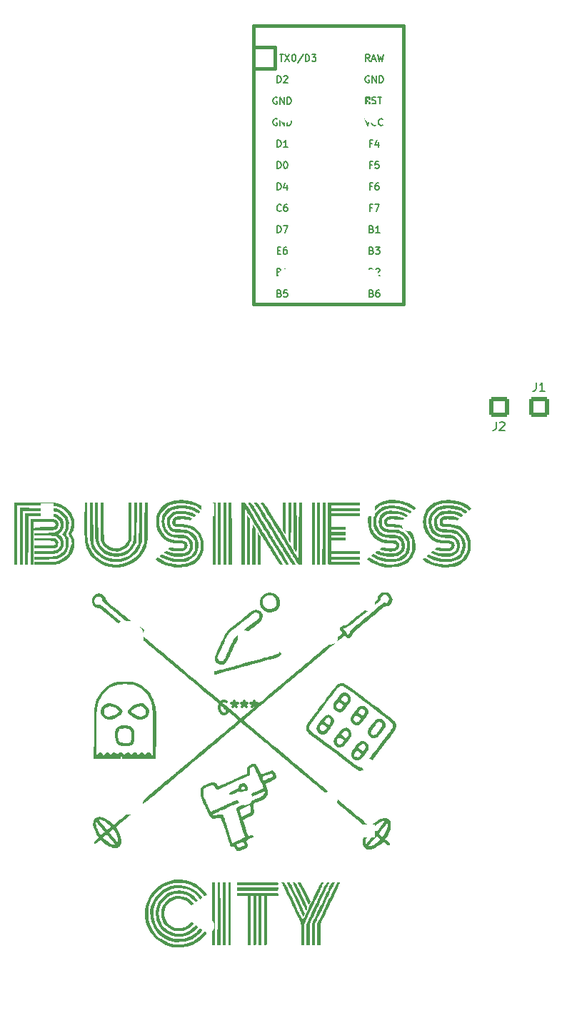
<source format=gto>
G04 #@! TF.GenerationSoftware,KiCad,Pcbnew,(6.0.5)*
G04 #@! TF.CreationDate,2022-05-08T01:15:56+03:00*
G04 #@! TF.ProjectId,SIN-PAD,53494e2d-5041-4442-9e6b-696361645f70,rev?*
G04 #@! TF.SameCoordinates,Original*
G04 #@! TF.FileFunction,Legend,Top*
G04 #@! TF.FilePolarity,Positive*
%FSLAX46Y46*%
G04 Gerber Fmt 4.6, Leading zero omitted, Abs format (unit mm)*
G04 Created by KiCad (PCBNEW (6.0.5)) date 2022-05-08 01:15:56*
%MOMM*%
%LPD*%
G01*
G04 APERTURE LIST*
G04 Aperture macros list*
%AMRoundRect*
0 Rectangle with rounded corners*
0 $1 Rounding radius*
0 $2 $3 $4 $5 $6 $7 $8 $9 X,Y pos of 4 corners*
0 Add a 4 corners polygon primitive as box body*
4,1,4,$2,$3,$4,$5,$6,$7,$8,$9,$2,$3,0*
0 Add four circle primitives for the rounded corners*
1,1,$1+$1,$2,$3*
1,1,$1+$1,$4,$5*
1,1,$1+$1,$6,$7*
1,1,$1+$1,$8,$9*
0 Add four rect primitives between the rounded corners*
20,1,$1+$1,$2,$3,$4,$5,0*
20,1,$1+$1,$4,$5,$6,$7,0*
20,1,$1+$1,$6,$7,$8,$9,0*
20,1,$1+$1,$8,$9,$2,$3,0*%
G04 Aperture macros list end*
%ADD10C,0.150000*%
%ADD11C,0.300000*%
%ADD12C,0.381000*%
%ADD13R,1.600000X1.600000*%
%ADD14C,1.600000*%
%ADD15R,1.752600X1.752600*%
%ADD16C,1.752600*%
%ADD17C,3.987800*%
%ADD18C,1.750000*%
%ADD19C,3.048000*%
%ADD20RoundRect,0.250001X-0.899999X-0.899999X0.899999X-0.899999X0.899999X0.899999X-0.899999X0.899999X0*%
%ADD21RoundRect,0.250001X0.899999X0.899999X-0.899999X0.899999X-0.899999X-0.899999X0.899999X-0.899999X0*%
G04 APERTURE END LIST*
D10*
X117538541Y-67349255D02*
X117538541Y-68063541D01*
X117490922Y-68206398D01*
X117395684Y-68301636D01*
X117252827Y-68349255D01*
X117157589Y-68349255D01*
X118538541Y-68349255D02*
X117967113Y-68349255D01*
X118252827Y-68349255D02*
X118252827Y-67349255D01*
X118157589Y-67492113D01*
X118062351Y-67587351D01*
X117967113Y-67634970D01*
X97263083Y-36074404D02*
X97529750Y-36874404D01*
X97796416Y-36074404D01*
X98520226Y-36798214D02*
X98482130Y-36836309D01*
X98367845Y-36874404D01*
X98291654Y-36874404D01*
X98177369Y-36836309D01*
X98101178Y-36760119D01*
X98063083Y-36683928D01*
X98024988Y-36531547D01*
X98024988Y-36417261D01*
X98063083Y-36264880D01*
X98101178Y-36188690D01*
X98177369Y-36112500D01*
X98291654Y-36074404D01*
X98367845Y-36074404D01*
X98482130Y-36112500D01*
X98520226Y-36150595D01*
X99320226Y-36798214D02*
X99282130Y-36836309D01*
X99167845Y-36874404D01*
X99091654Y-36874404D01*
X98977369Y-36836309D01*
X98901178Y-36760119D01*
X98863083Y-36683928D01*
X98824988Y-36531547D01*
X98824988Y-36417261D01*
X98863083Y-36264880D01*
X98901178Y-36188690D01*
X98977369Y-36112500D01*
X99091654Y-36074404D01*
X99167845Y-36074404D01*
X99282130Y-36112500D01*
X99320226Y-36150595D01*
X87274416Y-46958214D02*
X87236321Y-46996309D01*
X87122035Y-47034404D01*
X87045845Y-47034404D01*
X86931559Y-46996309D01*
X86855369Y-46920119D01*
X86817273Y-46843928D01*
X86779178Y-46691547D01*
X86779178Y-46577261D01*
X86817273Y-46424880D01*
X86855369Y-46348690D01*
X86931559Y-46272500D01*
X87045845Y-46234404D01*
X87122035Y-46234404D01*
X87236321Y-46272500D01*
X87274416Y-46310595D01*
X87960130Y-46234404D02*
X87807750Y-46234404D01*
X87731559Y-46272500D01*
X87693464Y-46310595D01*
X87617273Y-46424880D01*
X87579178Y-46577261D01*
X87579178Y-46882023D01*
X87617273Y-46958214D01*
X87655369Y-46996309D01*
X87731559Y-47034404D01*
X87883940Y-47034404D01*
X87960130Y-46996309D01*
X87998226Y-46958214D01*
X88036321Y-46882023D01*
X88036321Y-46691547D01*
X87998226Y-46615357D01*
X87960130Y-46577261D01*
X87883940Y-46539166D01*
X87731559Y-46539166D01*
X87655369Y-46577261D01*
X87617273Y-46615357D01*
X87579178Y-46691547D01*
X98068536Y-34266309D02*
X98182822Y-34304404D01*
X98373298Y-34304404D01*
X98449489Y-34266309D01*
X98487584Y-34228214D01*
X98525679Y-34152023D01*
X98525679Y-34075833D01*
X98487584Y-33999642D01*
X98449489Y-33961547D01*
X98373298Y-33923452D01*
X98220917Y-33885357D01*
X98144727Y-33847261D01*
X98106631Y-33809166D01*
X98068536Y-33732976D01*
X98068536Y-33656785D01*
X98106631Y-33580595D01*
X98144727Y-33542500D01*
X98220917Y-33504404D01*
X98411393Y-33504404D01*
X98525679Y-33542500D01*
X98754250Y-33504404D02*
X99211393Y-33504404D01*
X98982822Y-34304404D02*
X98982822Y-33504404D01*
X87106401Y-28454404D02*
X87563544Y-28454404D01*
X87334973Y-29254404D02*
X87334973Y-28454404D01*
X87754020Y-28454404D02*
X88287354Y-29254404D01*
X88287354Y-28454404D02*
X87754020Y-29254404D01*
X88744497Y-28454404D02*
X88820687Y-28454404D01*
X88896878Y-28492500D01*
X88934973Y-28530595D01*
X88973068Y-28606785D01*
X89011163Y-28759166D01*
X89011163Y-28949642D01*
X88973068Y-29102023D01*
X88934973Y-29178214D01*
X88896878Y-29216309D01*
X88820687Y-29254404D01*
X88744497Y-29254404D01*
X88668306Y-29216309D01*
X88630211Y-29178214D01*
X88592116Y-29102023D01*
X88554020Y-28949642D01*
X88554020Y-28759166D01*
X88592116Y-28606785D01*
X88630211Y-28530595D01*
X88668306Y-28492500D01*
X88744497Y-28454404D01*
X89925449Y-28416309D02*
X89239735Y-29444880D01*
X90192116Y-29254404D02*
X90192116Y-28454404D01*
X90382592Y-28454404D01*
X90496878Y-28492500D01*
X90573068Y-28568690D01*
X90611163Y-28644880D01*
X90649258Y-28797261D01*
X90649258Y-28911547D01*
X90611163Y-29063928D01*
X90573068Y-29140119D01*
X90496878Y-29216309D01*
X90382592Y-29254404D01*
X90192116Y-29254404D01*
X90915925Y-28454404D02*
X91411163Y-28454404D01*
X91144497Y-28759166D01*
X91258782Y-28759166D01*
X91334973Y-28797261D01*
X91373068Y-28835357D01*
X91411163Y-28911547D01*
X91411163Y-29102023D01*
X91373068Y-29178214D01*
X91334973Y-29216309D01*
X91258782Y-29254404D01*
X91030211Y-29254404D01*
X90954020Y-29216309D01*
X90915925Y-29178214D01*
X86817273Y-49574404D02*
X86817273Y-48774404D01*
X87007750Y-48774404D01*
X87122035Y-48812500D01*
X87198226Y-48888690D01*
X87236321Y-48964880D01*
X87274416Y-49117261D01*
X87274416Y-49231547D01*
X87236321Y-49383928D01*
X87198226Y-49460119D01*
X87122035Y-49536309D01*
X87007750Y-49574404D01*
X86817273Y-49574404D01*
X87541083Y-48774404D02*
X88074416Y-48774404D01*
X87731559Y-49574404D01*
X97777369Y-29254404D02*
X97510702Y-28873452D01*
X97320226Y-29254404D02*
X97320226Y-28454404D01*
X97624988Y-28454404D01*
X97701178Y-28492500D01*
X97739273Y-28530595D01*
X97777369Y-28606785D01*
X97777369Y-28721071D01*
X97739273Y-28797261D01*
X97701178Y-28835357D01*
X97624988Y-28873452D01*
X97320226Y-28873452D01*
X98082130Y-29025833D02*
X98463083Y-29025833D01*
X98005940Y-29254404D02*
X98272607Y-28454404D01*
X98539273Y-29254404D01*
X98729750Y-28454404D02*
X98920226Y-29254404D01*
X99072607Y-28682976D01*
X99224988Y-29254404D01*
X99415464Y-28454404D01*
X86817273Y-44494404D02*
X86817273Y-43694404D01*
X87007750Y-43694404D01*
X87122035Y-43732500D01*
X87198226Y-43808690D01*
X87236321Y-43884880D01*
X87274416Y-44037261D01*
X87274416Y-44151547D01*
X87236321Y-44303928D01*
X87198226Y-44380119D01*
X87122035Y-44456309D01*
X87007750Y-44494404D01*
X86817273Y-44494404D01*
X87960130Y-43961071D02*
X87960130Y-44494404D01*
X87769654Y-43656309D02*
X87579178Y-44227738D01*
X88074416Y-44227738D01*
X98063083Y-46615357D02*
X97796416Y-46615357D01*
X97796416Y-47034404D02*
X97796416Y-46234404D01*
X98177369Y-46234404D01*
X98405940Y-46234404D02*
X98939273Y-46234404D01*
X98596416Y-47034404D01*
X98063083Y-44075357D02*
X97796416Y-44075357D01*
X97796416Y-44494404D02*
X97796416Y-43694404D01*
X98177369Y-43694404D01*
X98824988Y-43694404D02*
X98672607Y-43694404D01*
X98596416Y-43732500D01*
X98558321Y-43770595D01*
X98482130Y-43884880D01*
X98444035Y-44037261D01*
X98444035Y-44342023D01*
X98482130Y-44418214D01*
X98520226Y-44456309D01*
X98596416Y-44494404D01*
X98748797Y-44494404D01*
X98824988Y-44456309D01*
X98863083Y-44418214D01*
X98901178Y-44342023D01*
X98901178Y-44151547D01*
X98863083Y-44075357D01*
X98824988Y-44037261D01*
X98748797Y-43999166D01*
X98596416Y-43999166D01*
X98520226Y-44037261D01*
X98482130Y-44075357D01*
X98444035Y-44151547D01*
X97720226Y-31032500D02*
X97644035Y-30994404D01*
X97529750Y-30994404D01*
X97415464Y-31032500D01*
X97339273Y-31108690D01*
X97301178Y-31184880D01*
X97263083Y-31337261D01*
X97263083Y-31451547D01*
X97301178Y-31603928D01*
X97339273Y-31680119D01*
X97415464Y-31756309D01*
X97529750Y-31794404D01*
X97605940Y-31794404D01*
X97720226Y-31756309D01*
X97758321Y-31718214D01*
X97758321Y-31451547D01*
X97605940Y-31451547D01*
X98101178Y-31794404D02*
X98101178Y-30994404D01*
X98558321Y-31794404D01*
X98558321Y-30994404D01*
X98939273Y-31794404D02*
X98939273Y-30994404D01*
X99129750Y-30994404D01*
X99244035Y-31032500D01*
X99320226Y-31108690D01*
X99358321Y-31184880D01*
X99396416Y-31337261D01*
X99396416Y-31451547D01*
X99358321Y-31603928D01*
X99320226Y-31680119D01*
X99244035Y-31756309D01*
X99129750Y-31794404D01*
X98939273Y-31794404D01*
X98063083Y-38995357D02*
X97796416Y-38995357D01*
X97796416Y-39414404D02*
X97796416Y-38614404D01*
X98177369Y-38614404D01*
X98824988Y-38881071D02*
X98824988Y-39414404D01*
X98634511Y-38576309D02*
X98444035Y-39147738D01*
X98939273Y-39147738D01*
X98063083Y-41535357D02*
X97796416Y-41535357D01*
X97796416Y-41954404D02*
X97796416Y-41154404D01*
X98177369Y-41154404D01*
X98863083Y-41154404D02*
X98482130Y-41154404D01*
X98444035Y-41535357D01*
X98482130Y-41497261D01*
X98558321Y-41459166D01*
X98748797Y-41459166D01*
X98824988Y-41497261D01*
X98863083Y-41535357D01*
X98901178Y-41611547D01*
X98901178Y-41802023D01*
X98863083Y-41878214D01*
X98824988Y-41916309D01*
X98748797Y-41954404D01*
X98558321Y-41954404D01*
X98482130Y-41916309D01*
X98444035Y-41878214D01*
X86817273Y-31794404D02*
X86817273Y-30994404D01*
X87007750Y-30994404D01*
X87122035Y-31032500D01*
X87198226Y-31108690D01*
X87236321Y-31184880D01*
X87274416Y-31337261D01*
X87274416Y-31451547D01*
X87236321Y-31603928D01*
X87198226Y-31680119D01*
X87122035Y-31756309D01*
X87007750Y-31794404D01*
X86817273Y-31794404D01*
X87579178Y-31070595D02*
X87617273Y-31032500D01*
X87693464Y-30994404D01*
X87883940Y-30994404D01*
X87960130Y-31032500D01*
X87998226Y-31070595D01*
X88036321Y-31146785D01*
X88036321Y-31222976D01*
X87998226Y-31337261D01*
X87541083Y-31794404D01*
X88036321Y-31794404D01*
X98005940Y-51695357D02*
X98120226Y-51733452D01*
X98158321Y-51771547D01*
X98196416Y-51847738D01*
X98196416Y-51962023D01*
X98158321Y-52038214D01*
X98120226Y-52076309D01*
X98044035Y-52114404D01*
X97739273Y-52114404D01*
X97739273Y-51314404D01*
X98005940Y-51314404D01*
X98082130Y-51352500D01*
X98120226Y-51390595D01*
X98158321Y-51466785D01*
X98158321Y-51542976D01*
X98120226Y-51619166D01*
X98082130Y-51657261D01*
X98005940Y-51695357D01*
X97739273Y-51695357D01*
X98463083Y-51314404D02*
X98958321Y-51314404D01*
X98691654Y-51619166D01*
X98805940Y-51619166D01*
X98882130Y-51657261D01*
X98920226Y-51695357D01*
X98958321Y-51771547D01*
X98958321Y-51962023D01*
X98920226Y-52038214D01*
X98882130Y-52076309D01*
X98805940Y-52114404D01*
X98577369Y-52114404D01*
X98501178Y-52076309D01*
X98463083Y-52038214D01*
X98005940Y-54235357D02*
X98120226Y-54273452D01*
X98158321Y-54311547D01*
X98196416Y-54387738D01*
X98196416Y-54502023D01*
X98158321Y-54578214D01*
X98120226Y-54616309D01*
X98044035Y-54654404D01*
X97739273Y-54654404D01*
X97739273Y-53854404D01*
X98005940Y-53854404D01*
X98082130Y-53892500D01*
X98120226Y-53930595D01*
X98158321Y-54006785D01*
X98158321Y-54082976D01*
X98120226Y-54159166D01*
X98082130Y-54197261D01*
X98005940Y-54235357D01*
X97739273Y-54235357D01*
X98501178Y-53930595D02*
X98539273Y-53892500D01*
X98615464Y-53854404D01*
X98805940Y-53854404D01*
X98882130Y-53892500D01*
X98920226Y-53930595D01*
X98958321Y-54006785D01*
X98958321Y-54082976D01*
X98920226Y-54197261D01*
X98463083Y-54654404D01*
X98958321Y-54654404D01*
X87083940Y-54235357D02*
X87198226Y-54273452D01*
X87236321Y-54311547D01*
X87274416Y-54387738D01*
X87274416Y-54502023D01*
X87236321Y-54578214D01*
X87198226Y-54616309D01*
X87122035Y-54654404D01*
X86817273Y-54654404D01*
X86817273Y-53854404D01*
X87083940Y-53854404D01*
X87160130Y-53892500D01*
X87198226Y-53930595D01*
X87236321Y-54006785D01*
X87236321Y-54082976D01*
X87198226Y-54159166D01*
X87160130Y-54197261D01*
X87083940Y-54235357D01*
X86817273Y-54235357D01*
X87960130Y-54121071D02*
X87960130Y-54654404D01*
X87769654Y-53816309D02*
X87579178Y-54387738D01*
X88074416Y-54387738D01*
X86798226Y-36112500D02*
X86722035Y-36074404D01*
X86607750Y-36074404D01*
X86493464Y-36112500D01*
X86417273Y-36188690D01*
X86379178Y-36264880D01*
X86341083Y-36417261D01*
X86341083Y-36531547D01*
X86379178Y-36683928D01*
X86417273Y-36760119D01*
X86493464Y-36836309D01*
X86607750Y-36874404D01*
X86683940Y-36874404D01*
X86798226Y-36836309D01*
X86836321Y-36798214D01*
X86836321Y-36531547D01*
X86683940Y-36531547D01*
X87179178Y-36874404D02*
X87179178Y-36074404D01*
X87636321Y-36874404D01*
X87636321Y-36074404D01*
X88017273Y-36874404D02*
X88017273Y-36074404D01*
X88207750Y-36074404D01*
X88322035Y-36112500D01*
X88398226Y-36188690D01*
X88436321Y-36264880D01*
X88474416Y-36417261D01*
X88474416Y-36531547D01*
X88436321Y-36683928D01*
X88398226Y-36760119D01*
X88322035Y-36836309D01*
X88207750Y-36874404D01*
X88017273Y-36874404D01*
X86855369Y-51695357D02*
X87122035Y-51695357D01*
X87236321Y-52114404D02*
X86855369Y-52114404D01*
X86855369Y-51314404D01*
X87236321Y-51314404D01*
X87922035Y-51314404D02*
X87769654Y-51314404D01*
X87693464Y-51352500D01*
X87655369Y-51390595D01*
X87579178Y-51504880D01*
X87541083Y-51657261D01*
X87541083Y-51962023D01*
X87579178Y-52038214D01*
X87617273Y-52076309D01*
X87693464Y-52114404D01*
X87845845Y-52114404D01*
X87922035Y-52076309D01*
X87960130Y-52038214D01*
X87998226Y-51962023D01*
X87998226Y-51771547D01*
X87960130Y-51695357D01*
X87922035Y-51657261D01*
X87845845Y-51619166D01*
X87693464Y-51619166D01*
X87617273Y-51657261D01*
X87579178Y-51695357D01*
X87541083Y-51771547D01*
X86817273Y-39414404D02*
X86817273Y-38614404D01*
X87007750Y-38614404D01*
X87122035Y-38652500D01*
X87198226Y-38728690D01*
X87236321Y-38804880D01*
X87274416Y-38957261D01*
X87274416Y-39071547D01*
X87236321Y-39223928D01*
X87198226Y-39300119D01*
X87122035Y-39376309D01*
X87007750Y-39414404D01*
X86817273Y-39414404D01*
X88036321Y-39414404D02*
X87579178Y-39414404D01*
X87807750Y-39414404D02*
X87807750Y-38614404D01*
X87731559Y-38728690D01*
X87655369Y-38804880D01*
X87579178Y-38842976D01*
X87083940Y-56775357D02*
X87198226Y-56813452D01*
X87236321Y-56851547D01*
X87274416Y-56927738D01*
X87274416Y-57042023D01*
X87236321Y-57118214D01*
X87198226Y-57156309D01*
X87122035Y-57194404D01*
X86817273Y-57194404D01*
X86817273Y-56394404D01*
X87083940Y-56394404D01*
X87160130Y-56432500D01*
X87198226Y-56470595D01*
X87236321Y-56546785D01*
X87236321Y-56622976D01*
X87198226Y-56699166D01*
X87160130Y-56737261D01*
X87083940Y-56775357D01*
X86817273Y-56775357D01*
X87998226Y-56394404D02*
X87617273Y-56394404D01*
X87579178Y-56775357D01*
X87617273Y-56737261D01*
X87693464Y-56699166D01*
X87883940Y-56699166D01*
X87960130Y-56737261D01*
X87998226Y-56775357D01*
X88036321Y-56851547D01*
X88036321Y-57042023D01*
X87998226Y-57118214D01*
X87960130Y-57156309D01*
X87883940Y-57194404D01*
X87693464Y-57194404D01*
X87617273Y-57156309D01*
X87579178Y-57118214D01*
X98005940Y-49155357D02*
X98120226Y-49193452D01*
X98158321Y-49231547D01*
X98196416Y-49307738D01*
X98196416Y-49422023D01*
X98158321Y-49498214D01*
X98120226Y-49536309D01*
X98044035Y-49574404D01*
X97739273Y-49574404D01*
X97739273Y-48774404D01*
X98005940Y-48774404D01*
X98082130Y-48812500D01*
X98120226Y-48850595D01*
X98158321Y-48926785D01*
X98158321Y-49002976D01*
X98120226Y-49079166D01*
X98082130Y-49117261D01*
X98005940Y-49155357D01*
X97739273Y-49155357D01*
X98958321Y-49574404D02*
X98501178Y-49574404D01*
X98729750Y-49574404D02*
X98729750Y-48774404D01*
X98653559Y-48888690D01*
X98577369Y-48964880D01*
X98501178Y-49002976D01*
X86798226Y-33572500D02*
X86722035Y-33534404D01*
X86607750Y-33534404D01*
X86493464Y-33572500D01*
X86417273Y-33648690D01*
X86379178Y-33724880D01*
X86341083Y-33877261D01*
X86341083Y-33991547D01*
X86379178Y-34143928D01*
X86417273Y-34220119D01*
X86493464Y-34296309D01*
X86607750Y-34334404D01*
X86683940Y-34334404D01*
X86798226Y-34296309D01*
X86836321Y-34258214D01*
X86836321Y-33991547D01*
X86683940Y-33991547D01*
X87179178Y-34334404D02*
X87179178Y-33534404D01*
X87636321Y-34334404D01*
X87636321Y-33534404D01*
X88017273Y-34334404D02*
X88017273Y-33534404D01*
X88207750Y-33534404D01*
X88322035Y-33572500D01*
X88398226Y-33648690D01*
X88436321Y-33724880D01*
X88474416Y-33877261D01*
X88474416Y-33991547D01*
X88436321Y-34143928D01*
X88398226Y-34220119D01*
X88322035Y-34296309D01*
X88207750Y-34334404D01*
X88017273Y-34334404D01*
X98005940Y-56775357D02*
X98120226Y-56813452D01*
X98158321Y-56851547D01*
X98196416Y-56927738D01*
X98196416Y-57042023D01*
X98158321Y-57118214D01*
X98120226Y-57156309D01*
X98044035Y-57194404D01*
X97739273Y-57194404D01*
X97739273Y-56394404D01*
X98005940Y-56394404D01*
X98082130Y-56432500D01*
X98120226Y-56470595D01*
X98158321Y-56546785D01*
X98158321Y-56622976D01*
X98120226Y-56699166D01*
X98082130Y-56737261D01*
X98005940Y-56775357D01*
X97739273Y-56775357D01*
X98882130Y-56394404D02*
X98729750Y-56394404D01*
X98653559Y-56432500D01*
X98615464Y-56470595D01*
X98539273Y-56584880D01*
X98501178Y-56737261D01*
X98501178Y-57042023D01*
X98539273Y-57118214D01*
X98577369Y-57156309D01*
X98653559Y-57194404D01*
X98805940Y-57194404D01*
X98882130Y-57156309D01*
X98920226Y-57118214D01*
X98958321Y-57042023D01*
X98958321Y-56851547D01*
X98920226Y-56775357D01*
X98882130Y-56737261D01*
X98805940Y-56699166D01*
X98653559Y-56699166D01*
X98577369Y-56737261D01*
X98539273Y-56775357D01*
X98501178Y-56851547D01*
X86817273Y-41954404D02*
X86817273Y-41154404D01*
X87007750Y-41154404D01*
X87122035Y-41192500D01*
X87198226Y-41268690D01*
X87236321Y-41344880D01*
X87274416Y-41497261D01*
X87274416Y-41611547D01*
X87236321Y-41763928D01*
X87198226Y-41840119D01*
X87122035Y-41916309D01*
X87007750Y-41954404D01*
X86817273Y-41954404D01*
X87769654Y-41154404D02*
X87845845Y-41154404D01*
X87922035Y-41192500D01*
X87960130Y-41230595D01*
X87998226Y-41306785D01*
X88036321Y-41459166D01*
X88036321Y-41649642D01*
X87998226Y-41802023D01*
X87960130Y-41878214D01*
X87922035Y-41916309D01*
X87845845Y-41954404D01*
X87769654Y-41954404D01*
X87693464Y-41916309D01*
X87655369Y-41878214D01*
X87617273Y-41802023D01*
X87579178Y-41649642D01*
X87579178Y-41459166D01*
X87617273Y-41306785D01*
X87655369Y-41230595D01*
X87693464Y-41192500D01*
X87769654Y-41154404D01*
X112776041Y-72049255D02*
X112776041Y-72763541D01*
X112728422Y-72906398D01*
X112633184Y-73001636D01*
X112490327Y-73049255D01*
X112395089Y-73049255D01*
X113204613Y-72144494D02*
X113252232Y-72096875D01*
X113347470Y-72049255D01*
X113585565Y-72049255D01*
X113680803Y-72096875D01*
X113728422Y-72144494D01*
X113776041Y-72239732D01*
X113776041Y-72334970D01*
X113728422Y-72477827D01*
X113156994Y-73049255D01*
X113776041Y-73049255D01*
D11*
X80810553Y-105203625D02*
X80665410Y-105131053D01*
X80447696Y-105131053D01*
X80229982Y-105203625D01*
X80084839Y-105348767D01*
X80012267Y-105493910D01*
X79939696Y-105784196D01*
X79939696Y-106001910D01*
X80012267Y-106292196D01*
X80084839Y-106437339D01*
X80229982Y-106582482D01*
X80447696Y-106655053D01*
X80592839Y-106655053D01*
X80810553Y-106582482D01*
X80883125Y-106509910D01*
X80883125Y-106001910D01*
X80592839Y-106001910D01*
X81753982Y-105131053D02*
X81753982Y-105493910D01*
X81391125Y-105348767D02*
X81753982Y-105493910D01*
X82116839Y-105348767D01*
X81536267Y-105784196D02*
X81753982Y-105493910D01*
X81971696Y-105784196D01*
X82915125Y-105131053D02*
X82915125Y-105493910D01*
X82552267Y-105348767D02*
X82915125Y-105493910D01*
X83277982Y-105348767D01*
X82697410Y-105784196D02*
X82915125Y-105493910D01*
X83132839Y-105784196D01*
X84076267Y-105131053D02*
X84076267Y-105493910D01*
X83713410Y-105348767D02*
X84076267Y-105493910D01*
X84439125Y-105348767D01*
X83858553Y-105784196D02*
X84076267Y-105493910D01*
X84293982Y-105784196D01*
D12*
X83978750Y-27622500D02*
X83978750Y-58102500D01*
X83978750Y-25082500D02*
X83978750Y-27622500D01*
X101758750Y-58102500D02*
X101758750Y-27622500D01*
X86518750Y-27622500D02*
X86518750Y-30162500D01*
X83978750Y-58102500D02*
X101758750Y-58102500D01*
X101758750Y-25082500D02*
X83978750Y-25082500D01*
X86518750Y-27622500D02*
X83978750Y-27622500D01*
X101758750Y-27622500D02*
X101758750Y-25082500D01*
X86518750Y-30162500D02*
X83978750Y-30162500D01*
G36*
X97400318Y-34301860D02*
G01*
X97300318Y-34301860D01*
X97300318Y-33501860D01*
X97400318Y-33501860D01*
X97400318Y-34301860D01*
G37*
D10*
X97400318Y-34301860D02*
X97300318Y-34301860D01*
X97300318Y-33501860D01*
X97400318Y-33501860D01*
X97400318Y-34301860D01*
G36*
X97800318Y-34301860D02*
G01*
X97700318Y-34301860D01*
X97700318Y-34101860D01*
X97800318Y-34101860D01*
X97800318Y-34301860D01*
G37*
X97800318Y-34301860D02*
X97700318Y-34301860D01*
X97700318Y-34101860D01*
X97800318Y-34101860D01*
X97800318Y-34301860D01*
G36*
X97800318Y-33801860D02*
G01*
X97700318Y-33801860D01*
X97700318Y-33501860D01*
X97800318Y-33501860D01*
X97800318Y-33801860D01*
G37*
X97800318Y-33801860D02*
X97700318Y-33801860D01*
X97700318Y-33501860D01*
X97800318Y-33501860D01*
X97800318Y-33801860D01*
G36*
X97600318Y-34001860D02*
G01*
X97500318Y-34001860D01*
X97500318Y-33901860D01*
X97600318Y-33901860D01*
X97600318Y-34001860D01*
G37*
X97600318Y-34001860D02*
X97500318Y-34001860D01*
X97500318Y-33901860D01*
X97600318Y-33901860D01*
X97600318Y-34001860D01*
G36*
X97800318Y-33601860D02*
G01*
X97300318Y-33601860D01*
X97300318Y-33501860D01*
X97800318Y-33501860D01*
X97800318Y-33601860D01*
G37*
X97800318Y-33601860D02*
X97300318Y-33601860D01*
X97300318Y-33501860D01*
X97800318Y-33501860D01*
X97800318Y-33601860D01*
G36*
X81066678Y-121700972D02*
G01*
X80939855Y-121295607D01*
X80808082Y-120886776D01*
X80675805Y-120487308D01*
X80547474Y-120110036D01*
X80427533Y-119767789D01*
X80320432Y-119473398D01*
X80230616Y-119239693D01*
X80162533Y-119079505D01*
X80120630Y-119005665D01*
X80113850Y-119002265D01*
X80034477Y-119012203D01*
X79876984Y-119027215D01*
X79670823Y-119044562D01*
X79598210Y-119050249D01*
X79368366Y-119064876D01*
X79215646Y-119063402D01*
X79110016Y-119041998D01*
X79021445Y-118996834D01*
X78985215Y-118972076D01*
X78867623Y-118849869D01*
X78744577Y-118658741D01*
X78734137Y-118637733D01*
X79162644Y-118637733D01*
X79226825Y-118674904D01*
X79383074Y-118671111D01*
X79394859Y-118669333D01*
X79550890Y-118649823D01*
X79766388Y-118629010D01*
X79981050Y-118612380D01*
X80187956Y-118602074D01*
X80313604Y-118608319D01*
X80383893Y-118635382D01*
X80423552Y-118685333D01*
X80447642Y-118737108D01*
X80481019Y-118822064D01*
X80526755Y-118949399D01*
X80587921Y-119128311D01*
X80667590Y-119367997D01*
X80768834Y-119677654D01*
X80894724Y-120066481D01*
X81048332Y-120543674D01*
X81149889Y-120860049D01*
X81507820Y-121975917D01*
X81709135Y-121891936D01*
X81840858Y-121834255D01*
X82040250Y-121743690D01*
X82277647Y-121633823D01*
X82468806Y-121544086D01*
X82713925Y-121425160D01*
X82873774Y-121338333D01*
X82962501Y-121273881D01*
X82994253Y-121222083D01*
X82989435Y-121186297D01*
X82972225Y-121140824D01*
X82946440Y-121067602D01*
X82908949Y-120957131D01*
X82856622Y-120799911D01*
X82786331Y-120586440D01*
X82694944Y-120307217D01*
X82579332Y-119952743D01*
X82436364Y-119513517D01*
X82285575Y-119049763D01*
X82149109Y-118620453D01*
X82050539Y-118288355D01*
X81992988Y-118065614D01*
X82385832Y-118065614D01*
X82408405Y-118202767D01*
X82460852Y-118398795D01*
X82471899Y-118434632D01*
X82599810Y-118842491D01*
X82794408Y-118761341D01*
X82948516Y-118692875D01*
X83149457Y-118598186D01*
X83312573Y-118518215D01*
X83480169Y-118432795D01*
X83605950Y-118365846D01*
X83661869Y-118332407D01*
X83675554Y-118266267D01*
X83678077Y-118127897D01*
X83671277Y-117952137D01*
X83656991Y-117773827D01*
X83637056Y-117627806D01*
X83621406Y-117565255D01*
X83598595Y-117522985D01*
X83558386Y-117506587D01*
X83483214Y-117520699D01*
X83355514Y-117569955D01*
X83157723Y-117658992D01*
X83015970Y-117725068D01*
X82787469Y-117831533D01*
X82593443Y-117920942D01*
X82455524Y-117983390D01*
X82396858Y-118008495D01*
X82385832Y-118065614D01*
X81992988Y-118065614D01*
X81988966Y-118050046D01*
X81963489Y-117902099D01*
X81969013Y-117845631D01*
X82041119Y-117786099D01*
X82183196Y-117704629D01*
X82364800Y-117618638D01*
X82368883Y-117616881D01*
X82595850Y-117517535D01*
X82865157Y-117396890D01*
X83121606Y-117279693D01*
X83141246Y-117270589D01*
X83333225Y-117182358D01*
X83483923Y-117114768D01*
X83569840Y-117078289D01*
X83580795Y-117074754D01*
X83634148Y-117053558D01*
X83762493Y-116996725D01*
X83943160Y-116914390D01*
X84048725Y-116865574D01*
X84291646Y-116753943D01*
X84537014Y-116643202D01*
X84740809Y-116553170D01*
X84783350Y-116534831D01*
X85028280Y-116399373D01*
X85211895Y-116235698D01*
X85316854Y-116061831D01*
X85334866Y-115961462D01*
X85332085Y-115903319D01*
X85314874Y-115867716D01*
X85269929Y-115858179D01*
X85183945Y-115878234D01*
X85043619Y-115931409D01*
X84835646Y-116021228D01*
X84546722Y-116151220D01*
X84445057Y-116197314D01*
X84147624Y-116332099D01*
X83833532Y-116474224D01*
X83542773Y-116605604D01*
X83339537Y-116697260D01*
X83104468Y-116803313D01*
X82810028Y-116936446D01*
X82495027Y-117079095D01*
X82217604Y-117204926D01*
X81973002Y-117315300D01*
X81765804Y-117407515D01*
X81614635Y-117473380D01*
X81538116Y-117504702D01*
X81532759Y-117506177D01*
X81478525Y-117527823D01*
X81346875Y-117586703D01*
X81157796Y-117673729D01*
X80939749Y-117775816D01*
X80713708Y-117881448D01*
X80525272Y-117967664D01*
X80394620Y-118025357D01*
X80342274Y-118045455D01*
X80284782Y-118066879D01*
X80155088Y-118123755D01*
X79978285Y-118204990D01*
X79927068Y-118229028D01*
X79709173Y-118330154D01*
X79499884Y-118424635D01*
X79341649Y-118493335D01*
X79331515Y-118497537D01*
X79195788Y-118573858D01*
X79162644Y-118637733D01*
X78734137Y-118637733D01*
X78675446Y-118519633D01*
X78602366Y-118356225D01*
X78495740Y-118118954D01*
X78366545Y-117832197D01*
X78225762Y-117520328D01*
X78121823Y-117290465D01*
X77719157Y-116400657D01*
X77737960Y-116061264D01*
X78061054Y-116061264D01*
X78066339Y-116187858D01*
X78087216Y-116312437D01*
X78129626Y-116454659D01*
X78199513Y-116634183D01*
X78302817Y-116870669D01*
X78445482Y-117183775D01*
X78457328Y-117209574D01*
X78569797Y-117455770D01*
X78690342Y-117721630D01*
X78781438Y-117924117D01*
X78857945Y-118092091D01*
X78915577Y-118212846D01*
X78942254Y-118261101D01*
X78942487Y-118261166D01*
X78993580Y-118242482D01*
X79116895Y-118193686D01*
X79272171Y-118130858D01*
X79502030Y-118032140D01*
X79759727Y-117914269D01*
X79925578Y-117834255D01*
X80096088Y-117751291D01*
X80225948Y-117691695D01*
X80287843Y-117667986D01*
X80288408Y-117667960D01*
X80347104Y-117646564D01*
X80478887Y-117589480D01*
X80659454Y-117507363D01*
X80736337Y-117471563D01*
X81000717Y-117349526D01*
X81294471Y-117216732D01*
X81554955Y-117101492D01*
X81559919Y-117099333D01*
X81762618Y-117009986D01*
X82031023Y-116889946D01*
X82332907Y-116753707D01*
X82636043Y-116615765D01*
X82692403Y-116589972D01*
X82985360Y-116456510D01*
X83276905Y-116325001D01*
X83537193Y-116208822D01*
X83736385Y-116121351D01*
X83770959Y-116106469D01*
X84014865Y-116000170D01*
X84288303Y-115878140D01*
X84482885Y-115789417D01*
X84693939Y-115693053D01*
X84895215Y-115603164D01*
X85038399Y-115541230D01*
X85161801Y-115479209D01*
X85199918Y-115421637D01*
X85182275Y-115364147D01*
X85141381Y-115281846D01*
X85080647Y-115152179D01*
X84994449Y-114962772D01*
X84877163Y-114701249D01*
X84723167Y-114355236D01*
X84695161Y-114292144D01*
X84628245Y-114141537D01*
X85073334Y-114141537D01*
X85076369Y-114196114D01*
X85107375Y-114314401D01*
X85119424Y-114352216D01*
X85154401Y-114445522D01*
X85197065Y-114501831D01*
X85264128Y-114519369D01*
X85372302Y-114496360D01*
X85538297Y-114431032D01*
X85778826Y-114321610D01*
X85887828Y-114270639D01*
X86103396Y-114168407D01*
X86237038Y-114097576D01*
X86304550Y-114043898D01*
X86321724Y-113993128D01*
X86304357Y-113931018D01*
X86293397Y-113904804D01*
X86237028Y-113784635D01*
X86196172Y-113715666D01*
X86140335Y-113722546D01*
X86010093Y-113761985D01*
X85830378Y-113824527D01*
X85626120Y-113900716D01*
X85422251Y-113981097D01*
X85243701Y-114056213D01*
X85115403Y-114116609D01*
X85073334Y-114141537D01*
X84628245Y-114141537D01*
X84517101Y-113891385D01*
X84377268Y-113578135D01*
X84270439Y-113341186D01*
X84191387Y-113169333D01*
X84134890Y-113051368D01*
X84095722Y-112976084D01*
X84068658Y-112932275D01*
X84051638Y-112911781D01*
X83966280Y-112900229D01*
X83810329Y-112956675D01*
X83777375Y-112972967D01*
X83555248Y-113086288D01*
X83555248Y-113951452D01*
X83191235Y-114117320D01*
X82818580Y-114286298D01*
X82410437Y-114469984D01*
X82001084Y-114653042D01*
X81624800Y-114820139D01*
X81344207Y-114943569D01*
X81084562Y-115058425D01*
X80799622Y-115186616D01*
X80562254Y-115295239D01*
X80244631Y-115440959D01*
X80009974Y-115544504D01*
X79844409Y-115611185D01*
X79734063Y-115646313D01*
X79665060Y-115655197D01*
X79636362Y-115649630D01*
X79574137Y-115588432D01*
X79492202Y-115461429D01*
X79441542Y-115364370D01*
X79362524Y-115213201D01*
X79294452Y-115137502D01*
X79207331Y-115112961D01*
X79131115Y-115112756D01*
X78996969Y-115139407D01*
X78803020Y-115204791D01*
X78584435Y-115296526D01*
X78512997Y-115330417D01*
X78081575Y-115541711D01*
X78065419Y-115912995D01*
X78061054Y-116061264D01*
X77737960Y-116061264D01*
X77745464Y-115925808D01*
X77763052Y-115683404D01*
X77788034Y-115521321D01*
X77827225Y-115412028D01*
X77887439Y-115327992D01*
X77895627Y-115319120D01*
X77991284Y-115229194D01*
X78057546Y-115187617D01*
X78060819Y-115187281D01*
X78124807Y-115165887D01*
X78262566Y-115108444D01*
X78450385Y-115025058D01*
X78566925Y-114971569D01*
X78792406Y-114875739D01*
X79002610Y-114801776D01*
X79164558Y-114760689D01*
X79213114Y-114755858D01*
X79393302Y-114798101D01*
X79572868Y-114905408D01*
X79710321Y-115048643D01*
X79754089Y-115135721D01*
X79813120Y-115221878D01*
X79862167Y-115241209D01*
X79935892Y-115219666D01*
X80087576Y-115160478D01*
X80297529Y-115071801D01*
X80546064Y-114961792D01*
X80643146Y-114917642D01*
X80895788Y-114802585D01*
X81111625Y-114705559D01*
X81272663Y-114634554D01*
X81360909Y-114597560D01*
X81371774Y-114594075D01*
X81389979Y-114589085D01*
X81434891Y-114570866D01*
X81517165Y-114534538D01*
X81647456Y-114475224D01*
X81836419Y-114388046D01*
X82094708Y-114268127D01*
X82432978Y-114110589D01*
X82705885Y-113983330D01*
X83231681Y-113738071D01*
X83231681Y-113384970D01*
X83237264Y-113182888D01*
X83261318Y-113050759D01*
X83314801Y-112950944D01*
X83379982Y-112875524D01*
X83553526Y-112740056D01*
X83777823Y-112626425D01*
X84004097Y-112556598D01*
X84114223Y-112544818D01*
X84208523Y-112561184D01*
X84295856Y-112619491D01*
X84386529Y-112733555D01*
X84490853Y-112917190D01*
X84619136Y-113184213D01*
X84662359Y-113279369D01*
X84763520Y-113497176D01*
X84851726Y-113674587D01*
X84916227Y-113790723D01*
X84943561Y-113825494D01*
X85006825Y-113810731D01*
X85147021Y-113760167D01*
X85342613Y-113682009D01*
X85544370Y-113596527D01*
X85825136Y-113478040D01*
X86029045Y-113402595D01*
X86176136Y-113365860D01*
X86286448Y-113363504D01*
X86380017Y-113391196D01*
X86414761Y-113408379D01*
X86504394Y-113498645D01*
X86598242Y-113656775D01*
X86678876Y-113844974D01*
X86728868Y-114025443D01*
X86736989Y-114107222D01*
X86725602Y-114201848D01*
X86681772Y-114284609D01*
X86590996Y-114366659D01*
X86438770Y-114459154D01*
X86210590Y-114573247D01*
X86009791Y-114666507D01*
X85790449Y-114770419D01*
X85610979Y-114862311D01*
X85492223Y-114931069D01*
X85454739Y-114962480D01*
X85466907Y-115034473D01*
X85515273Y-115171406D01*
X85576417Y-115314590D01*
X85657222Y-115505810D01*
X85720802Y-115682388D01*
X85746267Y-115774756D01*
X85744470Y-115989834D01*
X85672363Y-116238204D01*
X85541557Y-116483004D01*
X85508568Y-116529371D01*
X85454908Y-116595281D01*
X85391414Y-116655277D01*
X85304052Y-116717170D01*
X85178789Y-116788770D01*
X85001591Y-116877887D01*
X84758423Y-116992333D01*
X84435253Y-117139919D01*
X84308335Y-117197371D01*
X84009830Y-117332338D01*
X84049331Y-117810234D01*
X84069832Y-118107347D01*
X84065731Y-118326411D01*
X84023770Y-118489233D01*
X83930694Y-118617617D01*
X83773246Y-118733369D01*
X83538170Y-118858294D01*
X83360073Y-118944002D01*
X83128570Y-119055007D01*
X82937500Y-119148461D01*
X82805163Y-119215278D01*
X82749862Y-119246370D01*
X82749275Y-119247283D01*
X82766328Y-119299592D01*
X82811962Y-119438054D01*
X82880818Y-119646449D01*
X82967536Y-119908554D01*
X83064908Y-120202567D01*
X83177740Y-120541799D01*
X83264796Y-120790634D01*
X83334920Y-120960820D01*
X83396962Y-121064107D01*
X83459767Y-121112244D01*
X83532184Y-121116980D01*
X83623059Y-121090065D01*
X83707907Y-121056473D01*
X83833375Y-121014537D01*
X83905711Y-121025703D01*
X83963150Y-121087966D01*
X84003788Y-121172568D01*
X83983889Y-121250295D01*
X83892209Y-121332562D01*
X83717503Y-121430781D01*
X83544441Y-121513011D01*
X83368241Y-121600756D01*
X83238908Y-121678711D01*
X83180744Y-121731945D01*
X83179664Y-121737139D01*
X83205934Y-121821965D01*
X83258645Y-121928257D01*
X83328148Y-122125865D01*
X83324555Y-122320841D01*
X83249709Y-122476186D01*
X83230401Y-122495657D01*
X83135870Y-122558928D01*
X82977122Y-122644344D01*
X82782954Y-122738730D01*
X82582160Y-122828914D01*
X82403534Y-122901720D01*
X82275873Y-122943976D01*
X82238499Y-122949468D01*
X82144985Y-122927841D01*
X82062687Y-122898734D01*
X81972698Y-122823162D01*
X81876601Y-122684279D01*
X81833905Y-122599622D01*
X81758495Y-122449293D01*
X81696525Y-122384070D01*
X81630379Y-122385773D01*
X81627739Y-122386835D01*
X81469562Y-122441939D01*
X81363165Y-122440741D01*
X81287724Y-122369311D01*
X81222415Y-122213715D01*
X81205462Y-122158989D01*
X81996812Y-122158989D01*
X82099601Y-122360472D01*
X82202390Y-122561956D01*
X82583570Y-122379866D01*
X82964749Y-122197776D01*
X82875646Y-122022571D01*
X82813392Y-121903125D01*
X82774709Y-121834361D01*
X82771732Y-121830192D01*
X82719452Y-121842700D01*
X82594189Y-121891298D01*
X82420603Y-121966254D01*
X82376867Y-121986003D01*
X81996812Y-122158989D01*
X81205462Y-122158989D01*
X81184103Y-122090041D01*
X81066678Y-121700972D01*
G37*
G36*
X84485503Y-126632910D02*
G01*
X86925736Y-126646941D01*
X86943784Y-126774498D01*
X86941024Y-126886468D01*
X86916820Y-126936282D01*
X86855163Y-126943062D01*
X86696717Y-126948779D01*
X86452544Y-126953344D01*
X86133706Y-126956665D01*
X85751266Y-126958652D01*
X85316285Y-126959212D01*
X84839826Y-126958257D01*
X84458539Y-126956471D01*
X82045269Y-126942434D01*
X82045269Y-126618878D01*
X84485503Y-126632910D01*
G37*
G36*
X75559566Y-83217048D02*
G01*
X75866282Y-83236471D01*
X76148071Y-83272814D01*
X76359927Y-83321113D01*
X76534461Y-83381945D01*
X76658942Y-83438543D01*
X76706416Y-83478650D01*
X76665771Y-83541449D01*
X76572519Y-83616900D01*
X76450369Y-83673173D01*
X76322011Y-83662311D01*
X76267869Y-83645107D01*
X76133094Y-83617053D01*
X75932878Y-83597885D01*
X75693436Y-83587511D01*
X75440986Y-83585835D01*
X75201745Y-83592762D01*
X75001929Y-83608198D01*
X74867755Y-83632049D01*
X74829728Y-83650296D01*
X74772893Y-83767303D01*
X74766851Y-83918836D01*
X74807540Y-84056412D01*
X74869325Y-84122963D01*
X74965605Y-84146579D01*
X75141272Y-84165384D01*
X75367881Y-84176946D01*
X75529940Y-84179428D01*
X76058566Y-84209838D01*
X76510290Y-84303344D01*
X76899331Y-84465336D01*
X77239907Y-84701206D01*
X77452742Y-84908379D01*
X77748260Y-85297398D01*
X77952489Y-85721348D01*
X78070466Y-86194119D01*
X78107259Y-86713395D01*
X78061941Y-87260158D01*
X77926713Y-87747536D01*
X77702663Y-88174042D01*
X77390881Y-88538188D01*
X76992455Y-88838487D01*
X76508474Y-89073451D01*
X76335052Y-89134812D01*
X76066263Y-89199037D01*
X75725973Y-89246091D01*
X75349500Y-89273744D01*
X74972160Y-89279761D01*
X74629270Y-89261912D01*
X74522339Y-89249392D01*
X74103769Y-89171203D01*
X73686264Y-89058024D01*
X73322315Y-88924155D01*
X73312339Y-88919777D01*
X73153460Y-88841123D01*
X72966376Y-88735998D01*
X72774143Y-88619097D01*
X72599816Y-88505117D01*
X72466449Y-88408753D01*
X72397099Y-88344701D01*
X72392190Y-88333254D01*
X72429667Y-88269152D01*
X72512719Y-88186066D01*
X72597280Y-88124992D01*
X72626240Y-88115519D01*
X72686373Y-88143457D01*
X72809119Y-88216799D01*
X72968220Y-88319834D01*
X72972524Y-88322713D01*
X73486515Y-88605365D01*
X74052120Y-88798326D01*
X74674345Y-88902979D01*
X75149948Y-88924436D01*
X75708183Y-88896371D01*
X76185197Y-88808871D01*
X76592854Y-88656976D01*
X76943019Y-88435724D01*
X77247559Y-88140157D01*
X77358321Y-88001267D01*
X77598447Y-87593394D01*
X77738696Y-87153162D01*
X77778691Y-86689826D01*
X77718060Y-86212644D01*
X77556427Y-85730871D01*
X77458302Y-85529324D01*
X77211058Y-85172446D01*
X76890019Y-84892053D01*
X76494167Y-84687651D01*
X76022482Y-84558743D01*
X75473945Y-84504836D01*
X75347276Y-84502995D01*
X75036864Y-84495240D01*
X74813757Y-84468175D01*
X74658107Y-84414777D01*
X74550065Y-84328022D01*
X74469783Y-84200886D01*
X74464917Y-84190771D01*
X74398773Y-83942868D01*
X74423175Y-83698902D01*
X74528545Y-83483924D01*
X74705305Y-83322987D01*
X74816566Y-83270924D01*
X75002037Y-83233212D01*
X75260594Y-83215608D01*
X75559566Y-83217048D01*
G37*
G36*
X107443468Y-83216089D02*
G01*
X107704654Y-83243800D01*
X107951193Y-83301357D01*
X107998029Y-83315450D01*
X108177387Y-83377573D01*
X108307384Y-83435188D01*
X108361746Y-83476517D01*
X108362042Y-83478650D01*
X108321397Y-83541449D01*
X108228146Y-83616900D01*
X108105995Y-83673173D01*
X107977637Y-83662311D01*
X107923495Y-83645107D01*
X107788015Y-83617652D01*
X107583172Y-83598887D01*
X107337919Y-83588888D01*
X107081209Y-83587733D01*
X106841995Y-83595496D01*
X106649229Y-83612256D01*
X106531866Y-83638088D01*
X106524951Y-83641407D01*
X106442073Y-83737512D01*
X106420641Y-83882185D01*
X106433456Y-84000254D01*
X106482352Y-84082759D01*
X106583001Y-84135790D01*
X106751077Y-84165437D01*
X107002255Y-84177792D01*
X107185567Y-84179428D01*
X107683391Y-84204256D01*
X108104517Y-84282164D01*
X108469767Y-84420168D01*
X108799966Y-84625280D01*
X108996307Y-84789307D01*
X109325511Y-85160485D01*
X109564210Y-85588639D01*
X109712955Y-86075128D01*
X109772296Y-86621311D01*
X109773521Y-86708824D01*
X109728529Y-87249112D01*
X109590659Y-87734671D01*
X109359779Y-88165825D01*
X109035756Y-88542901D01*
X109023226Y-88554657D01*
X108769173Y-88751707D01*
X108450834Y-88940452D01*
X108110790Y-89098017D01*
X107843172Y-89188570D01*
X107643398Y-89225089D01*
X107368357Y-89252679D01*
X107050359Y-89270182D01*
X106721714Y-89276440D01*
X106414730Y-89270295D01*
X106161716Y-89250588D01*
X106151002Y-89249219D01*
X105737326Y-89169334D01*
X105311612Y-89041726D01*
X104901704Y-88877960D01*
X104535443Y-88689602D01*
X104240671Y-88488221D01*
X104169154Y-88425887D01*
X104072230Y-88322320D01*
X104063304Y-88255511D01*
X104144053Y-88197554D01*
X104184018Y-88178629D01*
X104267522Y-88152122D01*
X104352990Y-88162801D01*
X104469358Y-88219986D01*
X104628922Y-88321907D01*
X105097875Y-88586525D01*
X105596890Y-88771768D01*
X106144132Y-88882581D01*
X106757764Y-88923909D01*
X106842165Y-88924436D01*
X107385027Y-88897379D01*
X107847807Y-88812093D01*
X108244889Y-88662403D01*
X108590653Y-88442136D01*
X108899481Y-88145115D01*
X109029931Y-87985169D01*
X109247776Y-87613727D01*
X109382206Y-87189686D01*
X109430115Y-86732441D01*
X109388398Y-86261386D01*
X109339702Y-86050595D01*
X109166078Y-85600548D01*
X108916440Y-85226690D01*
X108591737Y-84929651D01*
X108192921Y-84710062D01*
X107720943Y-84568553D01*
X107176754Y-84505754D01*
X107004069Y-84502355D01*
X106689569Y-84494466D01*
X106463374Y-84467160D01*
X106306840Y-84414981D01*
X106201324Y-84332472D01*
X106146556Y-84251373D01*
X106084832Y-84056108D01*
X106074921Y-83830071D01*
X106113880Y-83616180D01*
X106198767Y-83457358D01*
X106201167Y-83454767D01*
X106312367Y-83355999D01*
X106442686Y-83288365D01*
X106615113Y-83245826D01*
X106852639Y-83222341D01*
X107121886Y-83212869D01*
X107443468Y-83216089D01*
G37*
G36*
X75695992Y-81956258D02*
G01*
X75844930Y-81967846D01*
X76435456Y-82058798D01*
X76951445Y-82219922D01*
X77402832Y-82454327D01*
X77406329Y-82456584D01*
X77565186Y-82562082D01*
X77680899Y-82644309D01*
X77730587Y-82686934D01*
X77731044Y-82688395D01*
X77691290Y-82730315D01*
X77603401Y-82793968D01*
X77537599Y-82830015D01*
X77469614Y-82839246D01*
X77376009Y-82815853D01*
X77233346Y-82754026D01*
X77022035Y-82649890D01*
X76622199Y-82476541D01*
X76221768Y-82364237D01*
X75785348Y-82305271D01*
X75375272Y-82291315D01*
X74877225Y-82324869D01*
X74459200Y-82427209D01*
X74116122Y-82600851D01*
X73842918Y-82848313D01*
X73646012Y-83149045D01*
X73544753Y-83369272D01*
X73491244Y-83555250D01*
X73471935Y-83761471D01*
X73470747Y-83853982D01*
X73508205Y-84264743D01*
X73625056Y-84615088D01*
X73828012Y-84924291D01*
X73854040Y-84954530D01*
X74057463Y-85146403D01*
X74289671Y-85281869D01*
X74570721Y-85367732D01*
X74920673Y-85410799D01*
X75223401Y-85419128D01*
X75660100Y-85439586D01*
X76010683Y-85505532D01*
X76289734Y-85623826D01*
X76511837Y-85801324D01*
X76691575Y-86044887D01*
X76739550Y-86132121D01*
X76794837Y-86309917D01*
X76823738Y-86551571D01*
X76826015Y-86816303D01*
X76801428Y-87063336D01*
X76749740Y-87251888D01*
X76746145Y-87259669D01*
X76572436Y-87514797D01*
X76320207Y-87739010D01*
X76037473Y-87898118D01*
X75795053Y-87966386D01*
X75479556Y-88004374D01*
X75121315Y-88012452D01*
X74750659Y-87990991D01*
X74397923Y-87940361D01*
X74135501Y-87874879D01*
X73912148Y-87795709D01*
X73700621Y-87706764D01*
X73549816Y-87629042D01*
X73349991Y-87505543D01*
X73477779Y-87407029D01*
X73594352Y-87346901D01*
X73686458Y-87343297D01*
X74021387Y-87475765D01*
X74316476Y-87561340D01*
X74615719Y-87608947D01*
X74963110Y-87627508D01*
X75094016Y-87628776D01*
X75458472Y-87621908D01*
X75735439Y-87596758D01*
X75944338Y-87549275D01*
X76104591Y-87475411D01*
X76208976Y-87396278D01*
X76382945Y-87172765D01*
X76475853Y-86908250D01*
X76490156Y-86627059D01*
X76428308Y-86353518D01*
X76292764Y-86111953D01*
X76085979Y-85926690D01*
X76059064Y-85910835D01*
X75949885Y-85858371D01*
X75829071Y-85824574D01*
X75670032Y-85805620D01*
X75446177Y-85797685D01*
X75264946Y-85796623D01*
X74751048Y-85766973D01*
X74318806Y-85674189D01*
X73958550Y-85512521D01*
X73660614Y-85276219D01*
X73415329Y-84959533D01*
X73223781Y-84582585D01*
X73166246Y-84374359D01*
X73137818Y-84085547D01*
X73133874Y-83882185D01*
X73139706Y-83619374D01*
X73161485Y-83422928D01*
X73206560Y-83251701D01*
X73278391Y-83073268D01*
X73498996Y-82695522D01*
X73790776Y-82395164D01*
X74155049Y-82171625D01*
X74593130Y-82024340D01*
X75106339Y-81952740D01*
X75695992Y-81956258D01*
G37*
G36*
X87532981Y-98401430D02*
G01*
X87609775Y-98512039D01*
X87648940Y-98682315D01*
X87648117Y-98890735D01*
X87604942Y-99115777D01*
X87524991Y-99320567D01*
X87348774Y-99588878D01*
X87116515Y-99794099D01*
X86810383Y-99949206D01*
X86543914Y-100034559D01*
X86275170Y-100107480D01*
X85984354Y-100187936D01*
X85739324Y-100257115D01*
X85482292Y-100329567D01*
X85189650Y-100410201D01*
X84957371Y-100472838D01*
X84737873Y-100531483D01*
X84538374Y-100585355D01*
X84399220Y-100623553D01*
X84391129Y-100625823D01*
X84248702Y-100665483D01*
X84053330Y-100719376D01*
X83912695Y-100757943D01*
X83707371Y-100814522D01*
X83447269Y-100886794D01*
X83181404Y-100961130D01*
X83123825Y-100977302D01*
X82635859Y-101113442D01*
X82177044Y-101238936D01*
X81684594Y-101370932D01*
X81613847Y-101389724D01*
X81442917Y-101435132D01*
X81299862Y-101473354D01*
X81164563Y-101509915D01*
X81016901Y-101550340D01*
X80836761Y-101600155D01*
X80604023Y-101664886D01*
X80298571Y-101750056D01*
X80092564Y-101807538D01*
X79744346Y-101903108D01*
X79485277Y-101969174D01*
X79301288Y-102007519D01*
X79178311Y-102019926D01*
X79102275Y-102008178D01*
X79059113Y-101974057D01*
X79042000Y-101940673D01*
X79042409Y-101814927D01*
X79115558Y-101708821D01*
X79189998Y-101674428D01*
X79282930Y-101653259D01*
X79439473Y-101612933D01*
X79564590Y-101579008D01*
X79772263Y-101521662D01*
X80027437Y-101451350D01*
X80265651Y-101385828D01*
X80778444Y-101244865D01*
X81198046Y-101129345D01*
X81535305Y-101036270D01*
X81801069Y-100962641D01*
X82006184Y-100905460D01*
X82153125Y-100864102D01*
X82367424Y-100804545D01*
X82624239Y-100734782D01*
X82827222Y-100680699D01*
X83181626Y-100586741D01*
X83518209Y-100495917D01*
X83871268Y-100398834D01*
X84275105Y-100286099D01*
X84525948Y-100215525D01*
X84933642Y-100100880D01*
X85260271Y-100009807D01*
X85528452Y-99936155D01*
X85760800Y-99873772D01*
X85979929Y-99816504D01*
X86188940Y-99763138D01*
X86568973Y-99651813D01*
X86853653Y-99528639D01*
X87055484Y-99381839D01*
X87186969Y-99199631D01*
X87260611Y-98970239D01*
X87287104Y-98728590D01*
X87300048Y-98541121D01*
X87322771Y-98435931D01*
X87364872Y-98387445D01*
X87420920Y-98372012D01*
X87532981Y-98401430D01*
G37*
G36*
X92942947Y-126624457D02*
G01*
X92992567Y-126635274D01*
X92992615Y-126635654D01*
X92970564Y-126689577D01*
X92908770Y-126826952D01*
X92813775Y-127033813D01*
X92692120Y-127296191D01*
X92550347Y-127600121D01*
X92394997Y-127931633D01*
X92232610Y-128276762D01*
X92069729Y-128621539D01*
X91912894Y-128951998D01*
X91768646Y-129254171D01*
X91677338Y-129444134D01*
X91544252Y-129721113D01*
X91429174Y-129962775D01*
X91339649Y-130153095D01*
X91283224Y-130276048D01*
X91266925Y-130315635D01*
X91244621Y-130369216D01*
X91183729Y-130500442D01*
X91093281Y-130690183D01*
X90982308Y-130919309D01*
X90970322Y-130943871D01*
X90673719Y-131551273D01*
X90673719Y-134062015D01*
X90296224Y-134062015D01*
X90296224Y-131596419D01*
X90517599Y-131117009D01*
X90617591Y-130902895D01*
X90751171Y-130620328D01*
X90904759Y-130297851D01*
X91064779Y-129964008D01*
X91164732Y-129756661D01*
X91300522Y-129474548D01*
X91418409Y-129227430D01*
X91510969Y-129031054D01*
X91570774Y-128901166D01*
X91590492Y-128853782D01*
X91613008Y-128801091D01*
X91676131Y-128665392D01*
X91773225Y-128460636D01*
X91897655Y-128200773D01*
X92042785Y-127899756D01*
X92126986Y-127725910D01*
X92299669Y-127370911D01*
X92433015Y-127101343D01*
X92534474Y-126905456D01*
X92611494Y-126771500D01*
X92671523Y-126687724D01*
X92722009Y-126642379D01*
X92770401Y-126623716D01*
X92824148Y-126619983D01*
X92828048Y-126619977D01*
X92942947Y-126624457D01*
G37*
G36*
X90195385Y-127775302D02*
G01*
X90761645Y-128930627D01*
X90668785Y-129110015D01*
X90575926Y-129289404D01*
X89923761Y-127969234D01*
X89752689Y-127622424D01*
X89598392Y-127308640D01*
X89467006Y-127040443D01*
X89364670Y-126830393D01*
X89297521Y-126691053D01*
X89271698Y-126634985D01*
X89271596Y-126634520D01*
X89318907Y-126624690D01*
X89434412Y-126620035D01*
X89450361Y-126619977D01*
X89629126Y-126619977D01*
X90195385Y-127775302D01*
G37*
G36*
X88853668Y-126621782D02*
G01*
X88898315Y-126633994D01*
X88944013Y-126666812D01*
X88996969Y-126730432D01*
X89063389Y-126835052D01*
X89149480Y-126990868D01*
X89261448Y-127208079D01*
X89405501Y-127496882D01*
X89587846Y-127867474D01*
X89690165Y-128076119D01*
X89869629Y-128444685D01*
X90032560Y-128784139D01*
X90173076Y-129081841D01*
X90285297Y-129325153D01*
X90363343Y-129501436D01*
X90401333Y-129598051D01*
X90404080Y-129610524D01*
X90384171Y-129711504D01*
X90337461Y-129832987D01*
X90283482Y-129931143D01*
X90246805Y-129963502D01*
X90205958Y-129919464D01*
X90147597Y-129811389D01*
X90138201Y-129790684D01*
X90092577Y-129692024D01*
X90007946Y-129513172D01*
X89892361Y-129270981D01*
X89753873Y-128982305D01*
X89600537Y-128663999D01*
X89539125Y-128536862D01*
X89372678Y-128191634D01*
X89209144Y-127850786D01*
X89058937Y-127536147D01*
X88932471Y-127269548D01*
X88840162Y-127072819D01*
X88824013Y-127037918D01*
X88631480Y-126619977D01*
X88803865Y-126619977D01*
X88853668Y-126621782D01*
G37*
G36*
X92561193Y-88978364D02*
G01*
X92182949Y-88978364D01*
X92196806Y-85297790D01*
X92210662Y-81617217D01*
X92385927Y-81600318D01*
X92561193Y-81583420D01*
X92561193Y-88978364D01*
G37*
G36*
X75863533Y-82602525D02*
G01*
X76323275Y-82682109D01*
X76745169Y-82809104D01*
X76976830Y-82911885D01*
X77124863Y-83006927D01*
X77171170Y-83092208D01*
X77119880Y-83178653D01*
X77087660Y-83205259D01*
X77011382Y-83254063D01*
X76938578Y-83262488D01*
X76833723Y-83226888D01*
X76706774Y-83166185D01*
X76491592Y-83085215D01*
X76199734Y-83012348D01*
X75899229Y-82960532D01*
X75628326Y-82926085D01*
X75425794Y-82911618D01*
X75253991Y-82917260D01*
X75075277Y-82943136D01*
X74971779Y-82963657D01*
X74645845Y-83056116D01*
X74409900Y-83184287D01*
X74248860Y-83359524D01*
X74151007Y-83581653D01*
X74103110Y-83816127D01*
X74115566Y-84030697D01*
X74125413Y-84078998D01*
X74217150Y-84359389D01*
X74356555Y-84559566D01*
X74556863Y-84688795D01*
X74831312Y-84756342D01*
X75115545Y-84772200D01*
X75626738Y-84793017D01*
X76052398Y-84857012D01*
X76407742Y-84968868D01*
X76707989Y-85133267D01*
X76950510Y-85336817D01*
X77208359Y-85666230D01*
X77383373Y-86043410D01*
X77475622Y-86449634D01*
X77485177Y-86866182D01*
X77412108Y-87274332D01*
X77256484Y-87655362D01*
X77018377Y-87990551D01*
X76940268Y-88070465D01*
X76605617Y-88328249D01*
X76218241Y-88508372D01*
X75767870Y-88614242D01*
X75244233Y-88649266D01*
X75196437Y-88649089D01*
X74919170Y-88639040D01*
X74633640Y-88616226D01*
X74390358Y-88585000D01*
X74333484Y-88574707D01*
X73916636Y-88463697D01*
X73499708Y-88303508D01*
X73134307Y-88114232D01*
X73106734Y-88097103D01*
X72953677Y-87991649D01*
X72890516Y-87915255D01*
X72910718Y-87848666D01*
X72998680Y-87778601D01*
X73075744Y-87737769D01*
X73152527Y-87736511D01*
X73262022Y-87780995D01*
X73392957Y-87852317D01*
X73834758Y-88056800D01*
X74322932Y-88205766D01*
X74825389Y-88293129D01*
X75310038Y-88312808D01*
X75644442Y-88279153D01*
X75998727Y-88192205D01*
X76320288Y-88066784D01*
X76582815Y-87915021D01*
X76740327Y-87773861D01*
X76930746Y-87510814D01*
X77045713Y-87248820D01*
X77099182Y-86948600D01*
X77107520Y-86740359D01*
X77091881Y-86391862D01*
X77033871Y-86115418D01*
X76923101Y-85880073D01*
X76749184Y-85654877D01*
X76739727Y-85644508D01*
X76576926Y-85483777D01*
X76411206Y-85363716D01*
X76221940Y-85277367D01*
X75988497Y-85217772D01*
X75690249Y-85177971D01*
X75306569Y-85151007D01*
X75271307Y-85149183D01*
X74966232Y-85132560D01*
X74746846Y-85115836D01*
X74591066Y-85094670D01*
X74476809Y-85064719D01*
X74381992Y-85021641D01*
X74284530Y-84961092D01*
X74271928Y-84952660D01*
X74032589Y-84729882D01*
X73860675Y-84439743D01*
X73763355Y-84104338D01*
X73747797Y-83745760D01*
X73793342Y-83477727D01*
X73896203Y-83255387D01*
X74071623Y-83031179D01*
X74289380Y-82835928D01*
X74519252Y-82700460D01*
X74576267Y-82679159D01*
X74958124Y-82597956D01*
X75397847Y-82573443D01*
X75863533Y-82602525D01*
G37*
G36*
X83295279Y-83088604D02*
G01*
X83367563Y-83196699D01*
X83418155Y-83280235D01*
X83555248Y-83514166D01*
X83555248Y-88978364D01*
X83231681Y-88978364D01*
X83231681Y-86012334D01*
X83232116Y-85457989D01*
X83233369Y-84937348D01*
X83235357Y-84460145D01*
X83237999Y-84036116D01*
X83241216Y-83674996D01*
X83244925Y-83386520D01*
X83249045Y-83180424D01*
X83253496Y-83066443D01*
X83256372Y-83046304D01*
X83295279Y-83088604D01*
G37*
G36*
X76082455Y-81331026D02*
G01*
X76673778Y-81457025D01*
X77236703Y-81653463D01*
X77745093Y-81913965D01*
X77957787Y-82056738D01*
X78225233Y-82253061D01*
X77961061Y-82517233D01*
X77705367Y-82322058D01*
X77284952Y-82062413D01*
X76795842Y-81863392D01*
X76260455Y-81727905D01*
X75701213Y-81658865D01*
X75140534Y-81659180D01*
X74600838Y-81731761D01*
X74152678Y-81860863D01*
X73865990Y-82011137D01*
X73575224Y-82236330D01*
X73309178Y-82508640D01*
X73096648Y-82800263D01*
X73011094Y-82963103D01*
X72877355Y-83383760D01*
X72828749Y-83828509D01*
X72861367Y-84276335D01*
X72971299Y-84706226D01*
X73154636Y-85097167D01*
X73407466Y-85428146D01*
X73483329Y-85501091D01*
X73773895Y-85727402D01*
X74080724Y-85889951D01*
X74425924Y-85995835D01*
X74831600Y-86052150D01*
X75244243Y-86066345D01*
X75584345Y-86082502D01*
X75834660Y-86134636D01*
X76008922Y-86228456D01*
X76120866Y-86369669D01*
X76152349Y-86443756D01*
X76205012Y-86716964D01*
X76162469Y-86949598D01*
X76030929Y-87137799D01*
X75816601Y-87277704D01*
X75525694Y-87365452D01*
X75164417Y-87397183D01*
X74738979Y-87369034D01*
X74678039Y-87360593D01*
X74455962Y-87317414D01*
X74212540Y-87254852D01*
X74115272Y-87224843D01*
X73828227Y-87129502D01*
X73968941Y-87008464D01*
X74053881Y-86942502D01*
X74132223Y-86914853D01*
X74240523Y-86921731D01*
X74415337Y-86959350D01*
X74423853Y-86961352D01*
X74669436Y-87003820D01*
X74944975Y-87027504D01*
X75219266Y-87032250D01*
X75461103Y-87017906D01*
X75639279Y-86984318D01*
X75681787Y-86967508D01*
X75788704Y-86864064D01*
X75838759Y-86716989D01*
X75820163Y-86572706D01*
X75793165Y-86528892D01*
X75704607Y-86489684D01*
X75511736Y-86457433D01*
X75217903Y-86432649D01*
X75128653Y-86427658D01*
X74811167Y-86409515D01*
X74573952Y-86389691D01*
X74389463Y-86363635D01*
X74230152Y-86326796D01*
X74068474Y-86274620D01*
X73960303Y-86234604D01*
X73553626Y-86028598D01*
X73200015Y-85746527D01*
X72995612Y-85510613D01*
X72816046Y-85244048D01*
X72688299Y-84995476D01*
X72595433Y-84724222D01*
X72520511Y-84389611D01*
X72513787Y-84353460D01*
X72466239Y-83824769D01*
X72523552Y-83315844D01*
X72687084Y-82816346D01*
X72727486Y-82727523D01*
X72970177Y-82315751D01*
X73276099Y-81977689D01*
X73651937Y-81709028D01*
X74104380Y-81505461D01*
X74640116Y-81362681D01*
X74919159Y-81315832D01*
X75488869Y-81281837D01*
X76082455Y-81331026D01*
G37*
G36*
X88961511Y-81600318D02*
G01*
X89136776Y-81617217D01*
X89150719Y-84569765D01*
X89152606Y-85122802D01*
X89152975Y-85642112D01*
X89151914Y-86117938D01*
X89149513Y-86540524D01*
X89145862Y-86900112D01*
X89141048Y-87186947D01*
X89135162Y-87391271D01*
X89128292Y-87503328D01*
X89123755Y-87522216D01*
X89074132Y-87480374D01*
X88991742Y-87373384D01*
X88934547Y-87287368D01*
X88786246Y-87052617D01*
X88786246Y-81583420D01*
X88961511Y-81600318D01*
G37*
G36*
X89756946Y-88978364D02*
G01*
X89567350Y-88978364D01*
X89483816Y-88973539D01*
X89414125Y-88948891D01*
X89343054Y-88889164D01*
X89255383Y-88779098D01*
X89135890Y-88603436D01*
X89028072Y-88437773D01*
X88892219Y-88225427D01*
X88780991Y-88047147D01*
X88705883Y-87921670D01*
X88678390Y-87867765D01*
X88650577Y-87809965D01*
X88579535Y-87694734D01*
X88525266Y-87612921D01*
X88449158Y-87495997D01*
X88329007Y-87305537D01*
X88176504Y-87060343D01*
X88003343Y-86779216D01*
X87821214Y-86480958D01*
X87814991Y-86470720D01*
X87613757Y-86139919D01*
X87403475Y-85794798D01*
X87201192Y-85463299D01*
X87023958Y-85173367D01*
X86910175Y-84987705D01*
X86766881Y-84754190D01*
X86636455Y-84541408D01*
X86533621Y-84373392D01*
X86474484Y-84276459D01*
X86412604Y-84174875D01*
X86308788Y-84004819D01*
X86177405Y-83789814D01*
X86032821Y-83553379D01*
X86029796Y-83548433D01*
X85853031Y-83259214D01*
X85658176Y-82939962D01*
X85472682Y-82635676D01*
X85361538Y-82453098D01*
X85224309Y-82229369D01*
X85097783Y-82026472D01*
X84998307Y-81870438D01*
X84951323Y-81799877D01*
X84886741Y-81679531D01*
X84910621Y-81614110D01*
X85030171Y-81590940D01*
X85070542Y-81590253D01*
X85129856Y-81592976D01*
X85183070Y-81608658D01*
X85239040Y-81648570D01*
X85306622Y-81723982D01*
X85394671Y-81846166D01*
X85512042Y-82026393D01*
X85667590Y-82275933D01*
X85870171Y-82606057D01*
X85875573Y-82614882D01*
X86559287Y-83731052D01*
X87197904Y-84771961D01*
X87801950Y-85754755D01*
X88192915Y-86389829D01*
X88393784Y-86716253D01*
X88580430Y-87020241D01*
X88743921Y-87287192D01*
X88875324Y-87502502D01*
X88965705Y-87651568D01*
X89001167Y-87711060D01*
X89090117Y-87862856D01*
X89195625Y-88041195D01*
X89223821Y-88088555D01*
X89352488Y-88304266D01*
X89379452Y-84960741D01*
X89406416Y-81617217D01*
X89581681Y-81600318D01*
X89756946Y-81583420D01*
X89756946Y-88978364D01*
G37*
G36*
X91914059Y-88978364D02*
G01*
X91590492Y-88978364D01*
X91590492Y-81590253D01*
X91914059Y-81590253D01*
X91914059Y-88978364D01*
G37*
G36*
X83671446Y-81615642D02*
G01*
X83783324Y-81700601D01*
X83909944Y-81858321D01*
X84064124Y-82101992D01*
X84072315Y-82115868D01*
X84141150Y-82230654D01*
X84251220Y-82411837D01*
X84387069Y-82634062D01*
X84525948Y-82860132D01*
X84665766Y-83087409D01*
X84788552Y-83287454D01*
X84881191Y-83438869D01*
X84930566Y-83520254D01*
X84930968Y-83520929D01*
X84983549Y-83607800D01*
X85075587Y-83758460D01*
X85189947Y-83944885D01*
X85227571Y-84006074D01*
X85345359Y-84198145D01*
X85446063Y-84363478D01*
X85512568Y-84473938D01*
X85523613Y-84492724D01*
X85575014Y-84578006D01*
X85669851Y-84732413D01*
X85794290Y-84933676D01*
X85934500Y-85159523D01*
X86076647Y-85387684D01*
X86206899Y-85595889D01*
X86311424Y-85761866D01*
X86333485Y-85796623D01*
X86411841Y-85921951D01*
X86528211Y-86110750D01*
X86664859Y-86334161D01*
X86764292Y-86497684D01*
X86892880Y-86709304D01*
X87062524Y-86987880D01*
X87257961Y-87308385D01*
X87463931Y-87645791D01*
X87660975Y-87968207D01*
X87836055Y-88255686D01*
X87990266Y-88511179D01*
X88115301Y-88720732D01*
X88202852Y-88870391D01*
X88244610Y-88946203D01*
X88246968Y-88952390D01*
X88199514Y-88969614D01*
X88082948Y-88978159D01*
X88059463Y-88978364D01*
X87897712Y-88950841D01*
X87796785Y-88857535D01*
X87796468Y-88857026D01*
X87666097Y-88646947D01*
X87496094Y-88372231D01*
X87300325Y-88055362D01*
X87092655Y-87718819D01*
X86886950Y-87385087D01*
X86697074Y-87076645D01*
X86536895Y-86815977D01*
X86424514Y-86632504D01*
X86286418Y-86406982D01*
X86155878Y-86194873D01*
X86051522Y-86026396D01*
X86008963Y-85958406D01*
X85929441Y-85831065D01*
X85812335Y-85641861D01*
X85676289Y-85420969D01*
X85592429Y-85284308D01*
X85424002Y-85009552D01*
X85234456Y-84700555D01*
X85056863Y-84411226D01*
X85004875Y-84326580D01*
X84876987Y-84117614D01*
X84766202Y-83935173D01*
X84687476Y-83803962D01*
X84660768Y-83758182D01*
X84617087Y-83683659D01*
X84541323Y-83559044D01*
X84428840Y-83376878D01*
X84275005Y-83129703D01*
X84075181Y-82810061D01*
X83824735Y-82410492D01*
X83676454Y-82174222D01*
X83549476Y-81965322D01*
X83451100Y-81790584D01*
X83391658Y-81669284D01*
X83380232Y-81621461D01*
X83451947Y-81598490D01*
X83561491Y-81590253D01*
X83671446Y-81615642D01*
G37*
G36*
X93538885Y-109803780D02*
G01*
X93561443Y-109702234D01*
X93611466Y-109590662D01*
X93699485Y-109448685D01*
X93836030Y-109255921D01*
X93962775Y-109084352D01*
X93967649Y-109077968D01*
X94448666Y-109077968D01*
X94488080Y-109136538D01*
X94586977Y-109232841D01*
X94716338Y-109342962D01*
X94847143Y-109442989D01*
X94950374Y-109509007D01*
X94987944Y-109522372D01*
X95032048Y-109482457D01*
X95113680Y-109380819D01*
X95163210Y-109312863D01*
X95251662Y-109172321D01*
X95304713Y-109058162D01*
X95311511Y-109025286D01*
X95267077Y-108908538D01*
X95158262Y-108787199D01*
X95021795Y-108694219D01*
X94906588Y-108662015D01*
X94787253Y-108700934D01*
X94649809Y-108797184D01*
X94528114Y-108920012D01*
X94456026Y-109038660D01*
X94448666Y-109077968D01*
X93967649Y-109077968D01*
X94132610Y-108861887D01*
X94290355Y-108665643D01*
X94419792Y-108515108D01*
X94504705Y-108429769D01*
X94512307Y-108424000D01*
X94748283Y-108316084D01*
X94990753Y-108301848D01*
X95219973Y-108370352D01*
X95416199Y-108510661D01*
X95559689Y-108711837D01*
X95630697Y-108962943D01*
X95634915Y-109045875D01*
X95627741Y-109158577D01*
X95598924Y-109265554D01*
X95537263Y-109388828D01*
X95431560Y-109550418D01*
X95270614Y-109772345D01*
X95254174Y-109794499D01*
X95034941Y-110083843D01*
X94860720Y-110295445D01*
X94716470Y-110441160D01*
X94587153Y-110532840D01*
X94457730Y-110582336D01*
X94313163Y-110601502D01*
X94227785Y-110603417D01*
X94046676Y-110597618D01*
X93928053Y-110567221D01*
X93826669Y-110492724D01*
X93726916Y-110387550D01*
X93607299Y-110239697D01*
X93549630Y-110111305D01*
X93533372Y-109952336D01*
X93533314Y-109932694D01*
X93905486Y-109932694D01*
X93950077Y-110095350D01*
X94055195Y-110216605D01*
X94209480Y-110275925D01*
X94401575Y-110252780D01*
X94419965Y-110246090D01*
X94504301Y-110182141D01*
X94607312Y-110063787D01*
X94637719Y-110021345D01*
X94767497Y-109830360D01*
X94490486Y-109623682D01*
X94345025Y-109517278D01*
X94237598Y-109442672D01*
X94193665Y-109417005D01*
X94148811Y-109453260D01*
X94063426Y-109542730D01*
X94043325Y-109565306D01*
X93932783Y-109749168D01*
X93905486Y-109932694D01*
X93533314Y-109932694D01*
X93533264Y-109915682D01*
X93538885Y-109803780D01*
G37*
G36*
X87667244Y-81600318D02*
G01*
X87842509Y-81617217D01*
X87856681Y-83518172D01*
X87858843Y-83958827D01*
X87858665Y-84363353D01*
X87856320Y-84719593D01*
X87851979Y-85015388D01*
X87845817Y-85238579D01*
X87838004Y-85377008D01*
X87829717Y-85419073D01*
X87782988Y-85375859D01*
X87705451Y-85264386D01*
X87640280Y-85154968D01*
X87491978Y-84890918D01*
X87491978Y-81583420D01*
X87667244Y-81600318D01*
G37*
G36*
X95589732Y-106973226D02*
G01*
X95670446Y-106842079D01*
X95795613Y-106662380D01*
X95948472Y-106455682D01*
X95949774Y-106453996D01*
X96379362Y-106453996D01*
X96506052Y-106553952D01*
X96645006Y-106665606D01*
X96767562Y-106766359D01*
X96900623Y-106858045D01*
X96999057Y-106862432D01*
X97091899Y-106774003D01*
X97144351Y-106694793D01*
X97232676Y-106479411D01*
X97219790Y-106289024D01*
X97106547Y-106131508D01*
X97081082Y-106111294D01*
X96964301Y-106041346D01*
X96862793Y-106040447D01*
X96784479Y-106069494D01*
X96645569Y-106158423D01*
X96513808Y-106285146D01*
X96506052Y-106294681D01*
X96379362Y-106453996D01*
X95949774Y-106453996D01*
X96112264Y-106243539D01*
X96270229Y-106047505D01*
X96405607Y-105889134D01*
X96501637Y-105789979D01*
X96522790Y-105773292D01*
X96703279Y-105706120D01*
X96929500Y-105690169D01*
X97151660Y-105726577D01*
X97230492Y-105757134D01*
X97419491Y-105900010D01*
X97553569Y-106103341D01*
X97621383Y-106335973D01*
X97611589Y-106566752D01*
X97567897Y-106683713D01*
X97486567Y-106815900D01*
X97360779Y-106996435D01*
X97207332Y-107203744D01*
X97043021Y-107416253D01*
X96884644Y-107612387D01*
X96748997Y-107770572D01*
X96652877Y-107869234D01*
X96632495Y-107885183D01*
X96418262Y-107973904D01*
X96177231Y-107995981D01*
X95958447Y-107947926D01*
X95931681Y-107935035D01*
X95717942Y-107770937D01*
X95577121Y-107555107D01*
X95518011Y-107312284D01*
X95518620Y-107307527D01*
X95850789Y-107307527D01*
X95894429Y-107407863D01*
X96000273Y-107517380D01*
X96130707Y-107604401D01*
X96242489Y-107637387D01*
X96377207Y-107609637D01*
X96447718Y-107569977D01*
X96537725Y-107482502D01*
X96646227Y-107365040D01*
X96648651Y-107362273D01*
X96771318Y-107221979D01*
X96481338Y-106998260D01*
X96330901Y-106885699D01*
X96214854Y-106805349D01*
X96158236Y-106774542D01*
X96158166Y-106774542D01*
X96112101Y-106817647D01*
X96039151Y-106924541D01*
X95958714Y-107061591D01*
X95890185Y-107195164D01*
X95852961Y-107291627D01*
X95850789Y-107307527D01*
X95518620Y-107307527D01*
X95549408Y-107067205D01*
X95589732Y-106973226D01*
G37*
G36*
X87642423Y-126640635D02*
G01*
X87732084Y-126722260D01*
X87774729Y-126795243D01*
X87827174Y-126900482D01*
X87918878Y-127089722D01*
X88043364Y-127349285D01*
X88194154Y-127665493D01*
X88364772Y-128024668D01*
X88548740Y-128413133D01*
X88739581Y-128817209D01*
X88930818Y-129223219D01*
X89115974Y-129617485D01*
X89288572Y-129986329D01*
X89442135Y-130316074D01*
X89447973Y-130328651D01*
X89575644Y-130597111D01*
X89689481Y-130824011D01*
X89781450Y-130994322D01*
X89843517Y-131093017D01*
X89866011Y-131110604D01*
X89898429Y-131051849D01*
X89969794Y-130909754D01*
X90073157Y-130698581D01*
X90201567Y-130432595D01*
X90348075Y-130126057D01*
X90436086Y-129940622D01*
X90742109Y-129294195D01*
X91005448Y-128738320D01*
X91229708Y-128266133D01*
X91418496Y-127870769D01*
X91575419Y-127545365D01*
X91704082Y-127283055D01*
X91808093Y-127076976D01*
X91891057Y-126920263D01*
X91956581Y-126806052D01*
X92008272Y-126727478D01*
X92049735Y-126677678D01*
X92084576Y-126649786D01*
X92116404Y-126636939D01*
X92148822Y-126632272D01*
X92175381Y-126630042D01*
X92292132Y-126628833D01*
X92345185Y-126648795D01*
X92345481Y-126651004D01*
X92323469Y-126713069D01*
X92264335Y-126848707D01*
X92178437Y-127034650D01*
X92121938Y-127153253D01*
X91991469Y-127426167D01*
X91848466Y-127728214D01*
X91720020Y-128002124D01*
X91698195Y-128049064D01*
X91593199Y-128273235D01*
X91459047Y-128556650D01*
X91313684Y-128861528D01*
X91186496Y-129126375D01*
X91054799Y-129401345D01*
X90893690Y-129740644D01*
X90719029Y-130110704D01*
X90546677Y-130477959D01*
X90450791Y-130683392D01*
X90026585Y-131594520D01*
X90026585Y-134062015D01*
X89703019Y-134062015D01*
X89703019Y-132855225D01*
X89703180Y-132458093D01*
X89700855Y-132148219D01*
X89691833Y-131905021D01*
X89671901Y-131707917D01*
X89636847Y-131536324D01*
X89582458Y-131369658D01*
X89504523Y-131187338D01*
X89398830Y-130968779D01*
X89261165Y-130693400D01*
X89260230Y-130691527D01*
X89115632Y-130396927D01*
X88953025Y-130058064D01*
X88798315Y-129729183D01*
X88732277Y-129586007D01*
X88620041Y-129343463D01*
X88474827Y-129034088D01*
X88310890Y-128688011D01*
X88142484Y-128335364D01*
X88030665Y-128102992D01*
X87880946Y-127791804D01*
X87738416Y-127493348D01*
X87613382Y-127229372D01*
X87516153Y-127021630D01*
X87461997Y-126903098D01*
X87336130Y-126619977D01*
X87509646Y-126619977D01*
X87642423Y-126640635D01*
G37*
G36*
X75979596Y-126392041D02*
G01*
X76582050Y-126570750D01*
X77157290Y-126846609D01*
X77696661Y-127217719D01*
X78191507Y-127682180D01*
X78237972Y-127733421D01*
X78385673Y-127906280D01*
X78461953Y-128022248D01*
X78472688Y-128099657D01*
X78423752Y-128156839D01*
X78381723Y-128181986D01*
X78284456Y-128224897D01*
X78208568Y-128219959D01*
X78127916Y-128153991D01*
X78016356Y-128013809D01*
X77997224Y-127988104D01*
X77748350Y-127714796D01*
X77418373Y-127444062D01*
X77033153Y-127192299D01*
X76618555Y-126975900D01*
X76200439Y-126811262D01*
X76086246Y-126776668D01*
X75881864Y-126738897D01*
X75592382Y-126713577D01*
X75240023Y-126702462D01*
X75142509Y-126702112D01*
X74618380Y-126726366D01*
X74162674Y-126803834D01*
X73744905Y-126944723D01*
X73334585Y-127159238D01*
X72913481Y-127448352D01*
X72557017Y-127770352D01*
X72226193Y-128171041D01*
X71939822Y-128621467D01*
X71716717Y-129092680D01*
X71592486Y-129481221D01*
X71560075Y-129682844D01*
X71538610Y-129953519D01*
X71528311Y-130260880D01*
X71529393Y-130572561D01*
X71542072Y-130856195D01*
X71566567Y-131079414D01*
X71581308Y-131150787D01*
X71792736Y-131784926D01*
X72076610Y-132339523D01*
X72433548Y-132815495D01*
X72864171Y-133213758D01*
X73074492Y-133362881D01*
X73361747Y-133533692D01*
X73673276Y-133691330D01*
X73976031Y-133820831D01*
X74236965Y-133907227D01*
X74316331Y-133925278D01*
X74637024Y-133984066D01*
X74877282Y-134023035D01*
X75062351Y-134043925D01*
X75217476Y-134048475D01*
X75367902Y-134038422D01*
X75538873Y-134015508D01*
X75566003Y-134011354D01*
X76070627Y-133909909D01*
X76507995Y-133768202D01*
X76780439Y-133645840D01*
X77148927Y-133434272D01*
X77498533Y-133183623D01*
X77803305Y-132915053D01*
X78037293Y-132649726D01*
X78084074Y-132582754D01*
X78187275Y-132468601D01*
X78288965Y-132459107D01*
X78403409Y-132550122D01*
X78450967Y-132611355D01*
X78457938Y-132669020D01*
X78415287Y-132749011D01*
X78313982Y-132877221D01*
X78271572Y-132928039D01*
X77813043Y-133394819D01*
X77293903Y-133777629D01*
X76725274Y-134071287D01*
X76118276Y-134270612D01*
X75484032Y-134370420D01*
X75152645Y-134381325D01*
X74934633Y-134377511D01*
X74756874Y-134371006D01*
X74647766Y-134362981D01*
X74630195Y-134359772D01*
X74554507Y-134340001D01*
X74403902Y-134303602D01*
X74208634Y-134257864D01*
X74174944Y-134250092D01*
X73609612Y-134066111D01*
X73073767Y-133786793D01*
X72579323Y-133423212D01*
X72138194Y-132986443D01*
X71762294Y-132487564D01*
X71463536Y-131937649D01*
X71333254Y-131608300D01*
X71237699Y-131238933D01*
X71176287Y-130807315D01*
X71150789Y-130351634D01*
X71162979Y-129910080D01*
X71214627Y-129520844D01*
X71232702Y-129441013D01*
X71441833Y-128810283D01*
X71738765Y-128230867D01*
X72116138Y-127711824D01*
X72566591Y-127262213D01*
X73082763Y-126891092D01*
X73470747Y-126686723D01*
X74095503Y-126457824D01*
X74727667Y-126333678D01*
X75358583Y-126312384D01*
X75979596Y-126392041D01*
G37*
G36*
X68354682Y-111629675D02*
G01*
X68347605Y-111628045D01*
X68311960Y-111675452D01*
X68294142Y-111792022D01*
X68293677Y-111816792D01*
X68293677Y-112005540D01*
X67545198Y-112005540D01*
X67524044Y-111803310D01*
X67502890Y-111601081D01*
X67493825Y-111803310D01*
X67484760Y-112005540D01*
X66736281Y-112005540D01*
X66715127Y-111803310D01*
X66693973Y-111601081D01*
X66684908Y-111803310D01*
X66675842Y-112005540D01*
X65920853Y-112005540D01*
X65920853Y-111813610D01*
X65908079Y-111690904D01*
X65874286Y-111651876D01*
X65866925Y-111655009D01*
X65828072Y-111727911D01*
X65812997Y-111846939D01*
X65812997Y-112005540D01*
X65448985Y-112005558D01*
X65084972Y-112005576D01*
X65098578Y-109079956D01*
X65381649Y-109079956D01*
X65382671Y-109664896D01*
X65385682Y-110187111D01*
X65390546Y-110639662D01*
X65397126Y-111015613D01*
X65405285Y-111308025D01*
X65414888Y-111509960D01*
X65425798Y-111614482D01*
X65431752Y-111628045D01*
X65478381Y-111582382D01*
X65499162Y-111512118D01*
X65552980Y-111399849D01*
X65658796Y-111290290D01*
X65661261Y-111288441D01*
X65777030Y-111218424D01*
X65879457Y-111216528D01*
X65972032Y-111249412D01*
X66107456Y-111341796D01*
X66170060Y-111446124D01*
X66217035Y-111553593D01*
X66269862Y-111560114D01*
X66312537Y-111471754D01*
X66375160Y-111369765D01*
X66480928Y-111276596D01*
X66598472Y-111217232D01*
X66707930Y-111223074D01*
X66788553Y-111252561D01*
X66921267Y-111341443D01*
X67006462Y-111457849D01*
X67058370Y-111594376D01*
X67159988Y-111427278D01*
X67256574Y-111305304D01*
X67356753Y-111230475D01*
X67366060Y-111227028D01*
X67534899Y-111224423D01*
X67698532Y-111303110D01*
X67816698Y-111442383D01*
X67826636Y-111463897D01*
X67894011Y-111624136D01*
X67954143Y-111464828D01*
X68053864Y-111322719D01*
X68203572Y-111236068D01*
X68363362Y-111226191D01*
X68387582Y-111233296D01*
X68551206Y-111327612D01*
X68654100Y-111458955D01*
X68674590Y-111542030D01*
X68678008Y-111655009D01*
X68724024Y-111541120D01*
X68803576Y-111422344D01*
X68928685Y-111304478D01*
X69060634Y-111219512D01*
X69140979Y-111196623D01*
X69225879Y-111232356D01*
X69341798Y-111321387D01*
X69376381Y-111354258D01*
X69534016Y-111511893D01*
X69691652Y-111354258D01*
X69836756Y-111235608D01*
X69962240Y-111208156D01*
X70095136Y-111272867D01*
X70206191Y-111372661D01*
X70314647Y-111476369D01*
X70374218Y-111509793D01*
X70410491Y-111480668D01*
X70429991Y-111440310D01*
X70512685Y-111337956D01*
X70624491Y-111262078D01*
X70747640Y-111221245D01*
X70861670Y-111242290D01*
X70933795Y-111276302D01*
X71063382Y-111380554D01*
X71131603Y-111500785D01*
X71166846Y-111641203D01*
X71237809Y-111472430D01*
X71351464Y-111311545D01*
X71504919Y-111230738D01*
X71670271Y-111230210D01*
X71819615Y-111310164D01*
X71923793Y-111467443D01*
X71977495Y-111578536D01*
X72024634Y-111627894D01*
X72026519Y-111628045D01*
X72034647Y-111575798D01*
X72042227Y-111425782D01*
X72049109Y-111188081D01*
X72055141Y-110872780D01*
X72060174Y-110489965D01*
X72064056Y-110049720D01*
X72066636Y-109562132D01*
X72067765Y-109037283D01*
X72067796Y-108864245D01*
X72067262Y-108195729D01*
X72065361Y-107624676D01*
X72060993Y-107140691D01*
X72053059Y-106733382D01*
X72040460Y-106392356D01*
X72022097Y-106107219D01*
X71996870Y-105867579D01*
X71963681Y-105663041D01*
X71921431Y-105483214D01*
X71869020Y-105317703D01*
X71805349Y-105156116D01*
X71729320Y-104988059D01*
X71639832Y-104803140D01*
X71637906Y-104799216D01*
X71359070Y-104323744D01*
X71027008Y-103934906D01*
X70628748Y-103621075D01*
X70151318Y-103370627D01*
X69958552Y-103294107D01*
X69771663Y-103229872D01*
X69604105Y-103186942D01*
X69424462Y-103160828D01*
X69201319Y-103147037D01*
X68903258Y-103141079D01*
X68886883Y-103140917D01*
X68605330Y-103141404D01*
X68342525Y-103147580D01*
X68128563Y-103158389D01*
X67997074Y-103172140D01*
X67457976Y-103318664D01*
X66970407Y-103558460D01*
X66539855Y-103887263D01*
X66171808Y-104300810D01*
X65871754Y-104794837D01*
X65849438Y-104840660D01*
X65743678Y-105070806D01*
X65654399Y-105281704D01*
X65593697Y-105443899D01*
X65575688Y-105507238D01*
X65531051Y-105733242D01*
X65493844Y-105933617D01*
X65463392Y-106120815D01*
X65439017Y-106307291D01*
X65420043Y-106505496D01*
X65405794Y-106727885D01*
X65395593Y-106986910D01*
X65388765Y-107295025D01*
X65384633Y-107664682D01*
X65382520Y-108108336D01*
X65381751Y-108638438D01*
X65381649Y-109079956D01*
X65098578Y-109079956D01*
X65098829Y-109026046D01*
X65102137Y-108352157D01*
X65105839Y-107776148D01*
X65110735Y-107288044D01*
X65117625Y-106877869D01*
X65127306Y-106535650D01*
X65140579Y-106251411D01*
X65158242Y-106015176D01*
X65181096Y-105816972D01*
X65209939Y-105646823D01*
X65245570Y-105494754D01*
X65288789Y-105350790D01*
X65340395Y-105204956D01*
X65401188Y-105047277D01*
X65421829Y-104994924D01*
X65698450Y-104429629D01*
X66050575Y-103940454D01*
X66475432Y-103529966D01*
X66970252Y-103200728D01*
X67532265Y-102955306D01*
X67673507Y-102910156D01*
X67845113Y-102867910D01*
X68043057Y-102839244D01*
X68290563Y-102822189D01*
X68610855Y-102814773D01*
X68805991Y-102814065D01*
X69246332Y-102823352D01*
X69608583Y-102854786D01*
X69921377Y-102914937D01*
X70213347Y-103010374D01*
X70513129Y-103147666D01*
X70701726Y-103248984D01*
X70973847Y-103434871D01*
X71263906Y-103689407D01*
X71544038Y-103983591D01*
X71786376Y-104288428D01*
X71948086Y-104545941D01*
X72130521Y-104944282D01*
X72286636Y-105388252D01*
X72400617Y-105828777D01*
X72443948Y-106084631D01*
X72452420Y-106210598D01*
X72459203Y-106432488D01*
X72464239Y-106738382D01*
X72467465Y-107116360D01*
X72468824Y-107554502D01*
X72468253Y-108040887D01*
X72465693Y-108563597D01*
X72461083Y-109110710D01*
X72459830Y-109229338D01*
X72429441Y-112005540D01*
X70834795Y-112005540D01*
X70813641Y-111803310D01*
X70792487Y-111601081D01*
X70783422Y-111803310D01*
X70774356Y-112005540D01*
X68401532Y-112005540D01*
X68401532Y-111816792D01*
X68398605Y-111789829D01*
X69169033Y-111789829D01*
X69174656Y-111887940D01*
X69188654Y-111899503D01*
X69193696Y-111884202D01*
X69199482Y-111789829D01*
X69977950Y-111789829D01*
X69983573Y-111887940D01*
X69997571Y-111899503D01*
X70002613Y-111884202D01*
X70011000Y-111747429D01*
X70002613Y-111695455D01*
X69986982Y-111678671D01*
X69978472Y-111753239D01*
X69977950Y-111789829D01*
X69199482Y-111789829D01*
X69202082Y-111747429D01*
X69193696Y-111695455D01*
X69178065Y-111678671D01*
X69169555Y-111753239D01*
X69169033Y-111789829D01*
X68398605Y-111789829D01*
X68387988Y-111692036D01*
X68354682Y-111629675D01*
G37*
G36*
X75878718Y-127030136D02*
G01*
X76419203Y-127201413D01*
X76936320Y-127467618D01*
X77419396Y-127828763D01*
X77591405Y-127990480D01*
X78018333Y-128417245D01*
X77866786Y-128538085D01*
X77715239Y-128658924D01*
X77508152Y-128396940D01*
X77228301Y-128108704D01*
X76871277Y-127841281D01*
X76467748Y-127613725D01*
X76048382Y-127445092D01*
X75913444Y-127406062D01*
X75377600Y-127320097D01*
X74842121Y-127333456D01*
X74320549Y-127439833D01*
X73826427Y-127632923D01*
X73373299Y-127906423D01*
X72974707Y-128254027D01*
X72644194Y-128669430D01*
X72450808Y-129018063D01*
X72313931Y-129332684D01*
X72224789Y-129596723D01*
X72174060Y-129851120D01*
X72152418Y-130136818D01*
X72149515Y-130340996D01*
X72164600Y-130715529D01*
X72215963Y-131038921D01*
X72312767Y-131364424D01*
X72337051Y-131430898D01*
X72582269Y-131937648D01*
X72912196Y-132379104D01*
X73321423Y-132749236D01*
X73763251Y-133021554D01*
X74091767Y-133175625D01*
X74375286Y-133276171D01*
X74655886Y-133333313D01*
X74975644Y-133357173D01*
X75169473Y-133359786D01*
X75728927Y-133317664D01*
X76231730Y-133187638D01*
X76690806Y-132964221D01*
X77119079Y-132641924D01*
X77322242Y-132445576D01*
X77494341Y-132269651D01*
X77611413Y-132161106D01*
X77691741Y-132108211D01*
X77753607Y-132099234D01*
X77815294Y-132122446D01*
X77821074Y-132125505D01*
X77915609Y-132203302D01*
X77946755Y-132272114D01*
X77907263Y-132353284D01*
X77800960Y-132483524D01*
X77646103Y-132645603D01*
X77460950Y-132822289D01*
X77263759Y-132996350D01*
X77072788Y-133150555D01*
X76906296Y-133267672D01*
X76866903Y-133291272D01*
X76414135Y-133506712D01*
X75943215Y-133642055D01*
X75421266Y-133706277D01*
X75331256Y-133710536D01*
X75085811Y-133717002D01*
X74868231Y-133717482D01*
X74709549Y-133712160D01*
X74657159Y-133706565D01*
X74064268Y-133547111D01*
X73518235Y-133297195D01*
X73028987Y-132964142D01*
X72606451Y-132555276D01*
X72260555Y-132077924D01*
X72133257Y-131844158D01*
X71910356Y-131277764D01*
X71791971Y-130701840D01*
X71776531Y-130126309D01*
X71862464Y-129561093D01*
X72048200Y-129016112D01*
X72332168Y-128501290D01*
X72712795Y-128026549D01*
X72742721Y-127995380D01*
X73199297Y-127597310D01*
X73696538Y-127294104D01*
X74223774Y-127085773D01*
X74770330Y-126972327D01*
X75325536Y-126953778D01*
X75878718Y-127030136D01*
G37*
G36*
X79456734Y-134062015D02*
G01*
X79079239Y-134062015D01*
X79079239Y-126619977D01*
X79456734Y-126619977D01*
X79456734Y-134062015D01*
G37*
G36*
X101106658Y-81987639D02*
G01*
X101652940Y-82084529D01*
X102142594Y-82253668D01*
X102590782Y-82499279D01*
X102699947Y-82574429D01*
X102831458Y-82668797D01*
X102598720Y-82901535D01*
X102208664Y-82696566D01*
X101733505Y-82492511D01*
X101225198Y-82355419D01*
X100708615Y-82288030D01*
X100208626Y-82293085D01*
X99750101Y-82373324D01*
X99625736Y-82411983D01*
X99285563Y-82580382D01*
X98993168Y-82823132D01*
X98763124Y-83120873D01*
X98610004Y-83454249D01*
X98548383Y-83803901D01*
X98547820Y-83843762D01*
X98593642Y-84222756D01*
X98720241Y-84581270D01*
X98914982Y-84896520D01*
X99165225Y-85145721D01*
X99327338Y-85249209D01*
X99450032Y-85307628D01*
X99572572Y-85349138D01*
X99719373Y-85377935D01*
X99914852Y-85398214D01*
X100183428Y-85414171D01*
X100325003Y-85420642D01*
X100714446Y-85444792D01*
X101014359Y-85482347D01*
X101242748Y-85538413D01*
X101417620Y-85618095D01*
X101556980Y-85726497D01*
X101612660Y-85785728D01*
X101787088Y-86030955D01*
X101888472Y-86295671D01*
X101930779Y-86576139D01*
X101925403Y-86963043D01*
X101838758Y-87282690D01*
X101665940Y-87543989D01*
X101402041Y-87755852D01*
X101230633Y-87847817D01*
X101083535Y-87912913D01*
X100951450Y-87955883D01*
X100805256Y-87981382D01*
X100615826Y-87994059D01*
X100354036Y-87998568D01*
X100284577Y-87998922D01*
X99925781Y-87992970D01*
X99644104Y-87969859D01*
X99409743Y-87926587D01*
X99317751Y-87901530D01*
X99103262Y-87829860D01*
X98889818Y-87745735D01*
X98701410Y-87660224D01*
X98562030Y-87584396D01*
X98495670Y-87529321D01*
X98493252Y-87521112D01*
X98529011Y-87462143D01*
X98602287Y-87386426D01*
X98678172Y-87326882D01*
X98747788Y-87317075D01*
X98854237Y-87356696D01*
X98912372Y-87384196D01*
X99171248Y-87494092D01*
X99426405Y-87567326D01*
X99710103Y-87609925D01*
X100054600Y-87627916D01*
X100225838Y-87629584D01*
X100572409Y-87622975D01*
X100834003Y-87598360D01*
X101032835Y-87549667D01*
X101191123Y-87470823D01*
X101331081Y-87355756D01*
X101369229Y-87317039D01*
X101517656Y-87091397D01*
X101586971Y-86828684D01*
X101581715Y-86553583D01*
X101506428Y-86290776D01*
X101365651Y-86064947D01*
X101163924Y-85900779D01*
X101103374Y-85871792D01*
X100935488Y-85830319D01*
X100676245Y-85804748D01*
X100363865Y-85796623D01*
X99828417Y-85759319D01*
X99369895Y-85646766D01*
X98987027Y-85458002D01*
X98678544Y-85192064D01*
X98443177Y-84847990D01*
X98279656Y-84424817D01*
X98222646Y-84173458D01*
X98199791Y-83762612D01*
X98271774Y-83354397D01*
X98428884Y-82969098D01*
X98661407Y-82626997D01*
X98959631Y-82348378D01*
X99155300Y-82225743D01*
X99379951Y-82117062D01*
X99590708Y-82041936D01*
X99816882Y-81994496D01*
X100087788Y-81968871D01*
X100432737Y-81959192D01*
X100488581Y-81958776D01*
X101106658Y-81987639D01*
G37*
G36*
X82804937Y-81600634D02*
G01*
X83025327Y-81617217D01*
X83556948Y-82480062D01*
X83730035Y-82761613D01*
X83887938Y-83019629D01*
X84020148Y-83236846D01*
X84116154Y-83395999D01*
X84164277Y-83477727D01*
X84221031Y-83574458D01*
X84320787Y-83740276D01*
X84449833Y-83952530D01*
X84594453Y-84188567D01*
X84605026Y-84205752D01*
X84751544Y-84444030D01*
X84884985Y-84661369D01*
X84991143Y-84834608D01*
X85055809Y-84940585D01*
X85058092Y-84944352D01*
X85344948Y-85416999D01*
X85585899Y-85811342D01*
X85789910Y-86141935D01*
X85965946Y-86423330D01*
X86074202Y-86593936D01*
X86195472Y-86786605D01*
X86291126Y-86943814D01*
X86348578Y-87044583D01*
X86359494Y-87069570D01*
X86387263Y-87127055D01*
X86458193Y-87242098D01*
X86512350Y-87323849D01*
X86604444Y-87464482D01*
X86726227Y-87657216D01*
X86866769Y-87883961D01*
X87015140Y-88126630D01*
X87160409Y-88367133D01*
X87291647Y-88587382D01*
X87397924Y-88769288D01*
X87468309Y-88894764D01*
X87491978Y-88945082D01*
X87444592Y-88967294D01*
X87328429Y-88978150D01*
X87307525Y-88978364D01*
X87239206Y-88974929D01*
X87179451Y-88956211D01*
X87117522Y-88909587D01*
X87042680Y-88822435D01*
X86944188Y-88682132D01*
X86811307Y-88476057D01*
X86633300Y-88191587D01*
X86619946Y-88170137D01*
X86452779Y-87901087D01*
X86302796Y-87658735D01*
X86180451Y-87460048D01*
X86096199Y-87321995D01*
X86062891Y-87265977D01*
X86021988Y-87197613D01*
X85931699Y-87049463D01*
X85799363Y-86833476D01*
X85632318Y-86561602D01*
X85437899Y-86245790D01*
X85223446Y-85897990D01*
X85119154Y-85729037D01*
X84897890Y-85370428D01*
X84693256Y-85038239D01*
X84512591Y-84744423D01*
X84363233Y-84500934D01*
X84252519Y-84319726D01*
X84187787Y-84212751D01*
X84175418Y-84191664D01*
X84125134Y-84107025D01*
X84032271Y-83955157D01*
X83911632Y-83760156D01*
X83818807Y-83611246D01*
X83650702Y-83340972D01*
X83464526Y-83039400D01*
X83292232Y-82758351D01*
X83239083Y-82671064D01*
X82962042Y-82214932D01*
X82962042Y-88978364D01*
X82584547Y-88978364D01*
X82584547Y-81584052D01*
X82804937Y-81600634D01*
G37*
G36*
X81249834Y-81600318D02*
G01*
X81425099Y-81617217D01*
X81438955Y-85297790D01*
X81452812Y-88978364D01*
X81074568Y-88978364D01*
X81074568Y-81583420D01*
X81249834Y-81600318D01*
G37*
G36*
X84567076Y-85191604D02*
G01*
X84642347Y-85299786D01*
X84701607Y-85394362D01*
X84849515Y-85639235D01*
X84849515Y-88978364D01*
X84687732Y-88978364D01*
X84573883Y-88974447D01*
X84525552Y-88965015D01*
X84525540Y-88964882D01*
X84521650Y-88784536D01*
X84518412Y-88531839D01*
X84515823Y-88221401D01*
X84513879Y-87867833D01*
X84512579Y-87485743D01*
X84511919Y-87089741D01*
X84511895Y-86694437D01*
X84512505Y-86314441D01*
X84513746Y-85964363D01*
X84515615Y-85658812D01*
X84518108Y-85412398D01*
X84521222Y-85239731D01*
X84524955Y-85155421D01*
X84526341Y-85149477D01*
X84567076Y-85191604D01*
G37*
G36*
X82188296Y-115456574D02*
G01*
X82194561Y-115420688D01*
X82189605Y-115396025D01*
X82203130Y-115269945D01*
X82280004Y-115121410D01*
X82394672Y-114989026D01*
X82507191Y-114916297D01*
X82752306Y-114862033D01*
X82963733Y-114905751D01*
X83156182Y-115047068D01*
X83277925Y-115190736D01*
X83330973Y-115327561D01*
X83339537Y-115445941D01*
X83323690Y-115600066D01*
X83259991Y-115718613D01*
X83148913Y-115828828D01*
X83015411Y-115930833D01*
X82900129Y-115993656D01*
X82865792Y-116002408D01*
X82615755Y-115986525D01*
X82437453Y-115910453D01*
X82369749Y-115876845D01*
X82294375Y-115872201D01*
X82186165Y-115901950D01*
X82019956Y-115971520D01*
X81899563Y-116026476D01*
X81610985Y-116153555D01*
X81403337Y-116228857D01*
X81264451Y-116255061D01*
X81182160Y-116234851D01*
X81150521Y-116191520D01*
X81135883Y-116072516D01*
X81201163Y-115970783D01*
X81357752Y-115872105D01*
X81435376Y-115836038D01*
X81728368Y-115706524D01*
X81936298Y-115611905D01*
X82073023Y-115544098D01*
X82116824Y-115517015D01*
X82546584Y-115517015D01*
X82613866Y-115600130D01*
X82713680Y-115660683D01*
X82793549Y-115655719D01*
X82901307Y-115581113D01*
X82909319Y-115574644D01*
X82990551Y-115489889D01*
X82990238Y-115407624D01*
X82967323Y-115358933D01*
X82861987Y-115261199D01*
X82745461Y-115241209D01*
X82622100Y-115262873D01*
X82561386Y-115347398D01*
X82550659Y-115384419D01*
X82546584Y-115517015D01*
X82116824Y-115517015D01*
X82152402Y-115495016D01*
X82188296Y-115456574D01*
G37*
G36*
X93498462Y-105531528D02*
G01*
X93534037Y-105437809D01*
X93600042Y-105322233D01*
X93705961Y-105167415D01*
X93861277Y-104955967D01*
X93929677Y-104864711D01*
X94388111Y-104864711D01*
X94418427Y-104961254D01*
X94534836Y-105077543D01*
X94625348Y-105150825D01*
X94907052Y-105373038D01*
X95055354Y-105199500D01*
X95150357Y-105054647D01*
X95201041Y-104911664D01*
X95203655Y-104881598D01*
X95160503Y-104691160D01*
X95047955Y-104562630D01*
X94891377Y-104506408D01*
X94716133Y-104532891D01*
X94575703Y-104624170D01*
X94441374Y-104761241D01*
X94388111Y-104864711D01*
X93929677Y-104864711D01*
X93999755Y-104771217D01*
X94209816Y-104504237D01*
X94383067Y-104319029D01*
X94536896Y-104204117D01*
X94688689Y-104148020D01*
X94855832Y-104139263D01*
X94943640Y-104148102D01*
X95150766Y-104210907D01*
X95341314Y-104352782D01*
X95360563Y-104371676D01*
X95478135Y-104502397D01*
X95535423Y-104619457D01*
X95553344Y-104774260D01*
X95554186Y-104847521D01*
X95550814Y-104965121D01*
X95533902Y-105065896D01*
X95493256Y-105170043D01*
X95418685Y-105297757D01*
X95299994Y-105469237D01*
X95126989Y-105704678D01*
X95110116Y-105727395D01*
X94936663Y-105952130D01*
X94773391Y-106148019D01*
X94636442Y-106296751D01*
X94541955Y-106380014D01*
X94527855Y-106388011D01*
X94277187Y-106448116D01*
X94012514Y-106422927D01*
X93796811Y-106328019D01*
X93603146Y-106151487D01*
X93502461Y-105935533D01*
X93480671Y-105722950D01*
X93480950Y-105713934D01*
X93821555Y-105713934D01*
X93823790Y-105787157D01*
X93828136Y-105802705D01*
X93930276Y-105974921D01*
X94098637Y-106062352D01*
X94207098Y-106073480D01*
X94347817Y-106051763D01*
X94461891Y-105969923D01*
X94531887Y-105886472D01*
X94615162Y-105761799D01*
X94655823Y-105669532D01*
X94655969Y-105649960D01*
X94605928Y-105593198D01*
X94494753Y-105495911D01*
X94374109Y-105400446D01*
X94219846Y-105291105D01*
X94125516Y-105247409D01*
X94072072Y-105261551D01*
X94063040Y-105272945D01*
X93931640Y-105478344D01*
X93854325Y-105618168D01*
X93821555Y-105713934D01*
X93480950Y-105713934D01*
X93483834Y-105620780D01*
X93498462Y-105531528D01*
G37*
G36*
X58492297Y-82247064D02*
G01*
X60662891Y-82264351D01*
X61004373Y-82442630D01*
X61407103Y-82704310D01*
X61728320Y-83022406D01*
X61961187Y-83387535D01*
X62098870Y-83790314D01*
X62128345Y-83985492D01*
X62126315Y-84383281D01*
X62049151Y-84752194D01*
X61903042Y-85063476D01*
X61893177Y-85078281D01*
X61825144Y-85184988D01*
X61795946Y-85270432D01*
X61810232Y-85362345D01*
X61872654Y-85488456D01*
X61987863Y-85676495D01*
X61995561Y-85688767D01*
X62053626Y-85798295D01*
X62089677Y-85920857D01*
X62108770Y-86085766D01*
X62115959Y-86322338D01*
X62116459Y-86389829D01*
X62097776Y-86772596D01*
X62030346Y-87083947D01*
X61903321Y-87353442D01*
X61705858Y-87610640D01*
X61644494Y-87676195D01*
X61455653Y-87861985D01*
X61277205Y-88009354D01*
X61093428Y-88122652D01*
X60888603Y-88206230D01*
X60647009Y-88264441D01*
X60352928Y-88301635D01*
X59990640Y-88322164D01*
X59544423Y-88330379D01*
X59278125Y-88331230D01*
X58047392Y-88331230D01*
X58047392Y-88007663D01*
X59193358Y-88007079D01*
X59662287Y-88003975D01*
X60039433Y-87992796D01*
X60340778Y-87969945D01*
X60582301Y-87931825D01*
X60779983Y-87874841D01*
X60949804Y-87795395D01*
X61107745Y-87689891D01*
X61269787Y-87554733D01*
X61292021Y-87534766D01*
X61551459Y-87237258D01*
X61712441Y-86899190D01*
X61778523Y-86512443D01*
X61780679Y-86419743D01*
X61753344Y-86068585D01*
X61664649Y-85780227D01*
X61503864Y-85522238D01*
X61470086Y-85480843D01*
X61329551Y-85313827D01*
X61461723Y-85137284D01*
X61629909Y-84885747D01*
X61729159Y-84656148D01*
X61774947Y-84403287D01*
X61783425Y-84197488D01*
X61777376Y-83962935D01*
X61748013Y-83785106D01*
X61683916Y-83613528D01*
X61623901Y-83492328D01*
X61397293Y-83169357D01*
X61093558Y-82906250D01*
X60735350Y-82721925D01*
X60677433Y-82701954D01*
X60588747Y-82678021D01*
X60478528Y-82658773D01*
X60334988Y-82643733D01*
X60146337Y-82632423D01*
X59900787Y-82624367D01*
X59586549Y-82619087D01*
X59191834Y-82616106D01*
X58704854Y-82614946D01*
X58526550Y-82614882D01*
X56645269Y-82614882D01*
X56645269Y-88978364D01*
X56321702Y-88978364D01*
X56321702Y-82229777D01*
X58492297Y-82247064D01*
G37*
G36*
X80777965Y-88951400D02*
G01*
X80602325Y-88968326D01*
X80426684Y-88985253D01*
X80440541Y-85301235D01*
X80454399Y-81617217D01*
X80777965Y-81617217D01*
X80777965Y-88951400D01*
G37*
G36*
X81303589Y-126659648D02*
G01*
X81344207Y-126687387D01*
X81344207Y-134062015D01*
X81019897Y-134062015D01*
X81047605Y-126646941D01*
X81195906Y-126646941D01*
X81303589Y-126659648D01*
G37*
G36*
X100659198Y-82574230D02*
G01*
X101073007Y-82617092D01*
X101477998Y-82695715D01*
X101839729Y-82805290D01*
X102076878Y-82913153D01*
X102231762Y-83009212D01*
X102294541Y-83081871D01*
X102272186Y-83150356D01*
X102188704Y-83221654D01*
X102096747Y-83279507D01*
X102020579Y-83283251D01*
X101911464Y-83231691D01*
X101880448Y-83214094D01*
X101564668Y-83077820D01*
X101180143Y-82981254D01*
X100760222Y-82929316D01*
X100338251Y-82926929D01*
X100098796Y-82951202D01*
X99885484Y-82988691D01*
X99739154Y-83036423D01*
X99619271Y-83113202D01*
X99489054Y-83234076D01*
X99339241Y-83406242D01*
X99258315Y-83566876D01*
X99229382Y-83698047D01*
X99222578Y-84008950D01*
X99287202Y-84287780D01*
X99414623Y-84513887D01*
X99596210Y-84666618D01*
X99643413Y-84688664D01*
X99766270Y-84719559D01*
X99967090Y-84749677D01*
X100216025Y-84775195D01*
X100434653Y-84789983D01*
X100762654Y-84808609D01*
X101007615Y-84829123D01*
X101194301Y-84856723D01*
X101347477Y-84896607D01*
X101491908Y-84953974D01*
X101652359Y-85034022D01*
X101688500Y-85053184D01*
X102008633Y-85281417D01*
X102260876Y-85578065D01*
X102443205Y-85926137D01*
X102553599Y-86308640D01*
X102590036Y-86708583D01*
X102550493Y-87108976D01*
X102432949Y-87492828D01*
X102235381Y-87843145D01*
X102046479Y-88061172D01*
X101804742Y-88266471D01*
X101548411Y-88416017D01*
X101238393Y-88530766D01*
X101097732Y-88569773D01*
X100810772Y-88619561D01*
X100458176Y-88643941D01*
X100079143Y-88642847D01*
X99712872Y-88616211D01*
X99436989Y-88572614D01*
X98986138Y-88457204D01*
X98611198Y-88316480D01*
X98280973Y-88137831D01*
X98158330Y-88055693D01*
X97958228Y-87914611D01*
X98080296Y-87799934D01*
X98202365Y-87685257D01*
X98550038Y-87869666D01*
X98863808Y-88023483D01*
X99154948Y-88133895D01*
X99466615Y-88214520D01*
X99841970Y-88278976D01*
X99851632Y-88280367D01*
X100338998Y-88313190D01*
X100799329Y-88272267D01*
X101216033Y-88161787D01*
X101572520Y-87985939D01*
X101820532Y-87783285D01*
X102012215Y-87522957D01*
X102161374Y-87202165D01*
X102247119Y-86866108D01*
X102248281Y-86857815D01*
X102245604Y-86586477D01*
X102180450Y-86278212D01*
X102065581Y-85973367D01*
X101913762Y-85712291D01*
X101867379Y-85653706D01*
X101709260Y-85490875D01*
X101539028Y-85368473D01*
X101337040Y-85279737D01*
X101083654Y-85217904D01*
X100759227Y-85176211D01*
X100408088Y-85151289D01*
X100051183Y-85127415D01*
X99782516Y-85097003D01*
X99582474Y-85054574D01*
X99431443Y-84994648D01*
X99309810Y-84911746D01*
X99213458Y-84817564D01*
X99037957Y-84598575D01*
X98932193Y-84385957D01*
X98881564Y-84140322D01*
X98870948Y-83893519D01*
X98903062Y-83514961D01*
X99004767Y-83210365D01*
X99183503Y-82970857D01*
X99446711Y-82787562D01*
X99801831Y-82651605D01*
X99942898Y-82615042D01*
X100271014Y-82571943D01*
X100659198Y-82574230D01*
G37*
G36*
X83942934Y-84167750D02*
G01*
X84016240Y-84279226D01*
X84092929Y-84407981D01*
X84255297Y-84691102D01*
X84256309Y-88978364D01*
X83878815Y-88978364D01*
X83878815Y-86551612D01*
X83879371Y-86051659D01*
X83880962Y-85586437D01*
X83883473Y-85166708D01*
X83886790Y-84803235D01*
X83890798Y-84506781D01*
X83895382Y-84288108D01*
X83900428Y-84157980D01*
X83904688Y-84124860D01*
X83942934Y-84167750D01*
G37*
G36*
X84385253Y-81593326D02*
G01*
X84454250Y-81612550D01*
X84520365Y-81662936D01*
X84598061Y-81759494D01*
X84701804Y-81917235D01*
X84846057Y-82151169D01*
X84857552Y-82169977D01*
X84983680Y-82376048D01*
X85154307Y-82654340D01*
X85357384Y-82985229D01*
X85580863Y-83349090D01*
X85812697Y-83726300D01*
X86008065Y-84043969D01*
X86477568Y-84807195D01*
X86893383Y-85483313D01*
X87258402Y-86077038D01*
X87575517Y-86593088D01*
X87847619Y-87036176D01*
X88077600Y-87411020D01*
X88268350Y-87722336D01*
X88422763Y-87974838D01*
X88543729Y-88173243D01*
X88634139Y-88322267D01*
X88696886Y-88426626D01*
X88734861Y-88491035D01*
X88735781Y-88492630D01*
X88830171Y-88643738D01*
X88907583Y-88756060D01*
X88985914Y-88882730D01*
X88979101Y-88950388D01*
X88879167Y-88975375D01*
X88799728Y-88977038D01*
X88700576Y-88971442D01*
X88624972Y-88944133D01*
X88553416Y-88877018D01*
X88466409Y-88752006D01*
X88349272Y-88559098D01*
X88247228Y-88389030D01*
X88108565Y-88159584D01*
X87946232Y-87892012D01*
X87773177Y-87607565D01*
X87602347Y-87327495D01*
X87446690Y-87073051D01*
X87319155Y-86865486D01*
X87232687Y-86726051D01*
X87224735Y-86713395D01*
X87177550Y-86637325D01*
X87087165Y-86490643D01*
X86966723Y-86294708D01*
X86834036Y-86078494D01*
X86659508Y-85794130D01*
X86465926Y-85479114D01*
X86282195Y-85180470D01*
X86187599Y-85026902D01*
X85909310Y-84574336D01*
X85581246Y-84038867D01*
X85209233Y-83430014D01*
X84975196Y-83046304D01*
X84834526Y-82817389D01*
X84663626Y-82541994D01*
X84490171Y-82264635D01*
X84411588Y-82139844D01*
X84283785Y-81935465D01*
X84180630Y-81766636D01*
X84113874Y-81652847D01*
X84094526Y-81614048D01*
X84142258Y-81598807D01*
X84260741Y-81590672D01*
X84298908Y-81590253D01*
X84385253Y-81593326D01*
G37*
G36*
X79510662Y-88978364D02*
G01*
X79187095Y-88978364D01*
X79187095Y-85338236D01*
X79186900Y-84721167D01*
X79186338Y-84135843D01*
X79185440Y-83591181D01*
X79184240Y-83096101D01*
X79182770Y-82659520D01*
X79181063Y-82290357D01*
X79179151Y-81997531D01*
X79177068Y-81789960D01*
X79174846Y-81676562D01*
X79173613Y-81657663D01*
X79210965Y-81625822D01*
X79320079Y-81601955D01*
X79335396Y-81600318D01*
X79510662Y-81583420D01*
X79510662Y-88978364D01*
G37*
G36*
X65597286Y-83762542D02*
G01*
X65597817Y-84349369D01*
X65600291Y-84839491D01*
X65606026Y-85244057D01*
X65616343Y-85574214D01*
X65632563Y-85841113D01*
X65656003Y-86055902D01*
X65687986Y-86229728D01*
X65729830Y-86373742D01*
X65782855Y-86499092D01*
X65848381Y-86616926D01*
X65927729Y-86738393D01*
X65954137Y-86776791D01*
X66254052Y-87120947D01*
X66616139Y-87377315D01*
X67038919Y-87545180D01*
X67520911Y-87623825D01*
X67716737Y-87630168D01*
X68227604Y-87586954D01*
X68674627Y-87457004D01*
X69058689Y-87239854D01*
X69380673Y-86935044D01*
X69577700Y-86655790D01*
X69643842Y-86535587D01*
X69698744Y-86409438D01*
X69743435Y-86266391D01*
X69778941Y-86095491D01*
X69806290Y-85885784D01*
X69826509Y-85626316D01*
X69840625Y-85306134D01*
X69849665Y-84914282D01*
X69854658Y-84439808D01*
X69856630Y-83871756D01*
X69856786Y-83679956D01*
X69857583Y-81590253D01*
X70186410Y-81590253D01*
X70154186Y-86308937D01*
X69983864Y-86634655D01*
X69722758Y-87050644D01*
X69411090Y-87383565D01*
X69027791Y-87654098D01*
X68846095Y-87751261D01*
X68632525Y-87854580D01*
X68468613Y-87921795D01*
X68318072Y-87961472D01*
X68144612Y-87982173D01*
X67911945Y-87992461D01*
X67812762Y-87995112D01*
X67526859Y-87998103D01*
X67311999Y-87987353D01*
X67131779Y-87958550D01*
X66949799Y-87907383D01*
X66883799Y-87885078D01*
X66412273Y-87667806D01*
X66011469Y-87370961D01*
X65686527Y-87000595D01*
X65442586Y-86562763D01*
X65284787Y-86063516D01*
X65268754Y-85983106D01*
X65257713Y-85867880D01*
X65248262Y-85658691D01*
X65240619Y-85369423D01*
X65235000Y-85013960D01*
X65231620Y-84606186D01*
X65230696Y-84159984D01*
X65232445Y-83689238D01*
X65232614Y-83664210D01*
X65246755Y-81617217D01*
X65422021Y-81600318D01*
X65597286Y-81583420D01*
X65597286Y-83762542D01*
G37*
G36*
X107500557Y-81967517D02*
G01*
X108108030Y-82061364D01*
X108641060Y-82226858D01*
X109095872Y-82462722D01*
X109218330Y-82548383D01*
X109400520Y-82684862D01*
X109272258Y-82783492D01*
X109162927Y-82858421D01*
X109078498Y-82873018D01*
X108977812Y-82824591D01*
X108884240Y-82758106D01*
X108553643Y-82569824D01*
X108142207Y-82426098D01*
X107669428Y-82331919D01*
X107154802Y-82292274D01*
X107059938Y-82291315D01*
X106556214Y-82323966D01*
X106133715Y-82423630D01*
X105787181Y-82592873D01*
X105511354Y-82834259D01*
X105301638Y-83149045D01*
X105157864Y-83544327D01*
X105118496Y-83946664D01*
X105182110Y-84342321D01*
X105347281Y-84717559D01*
X105484860Y-84915219D01*
X105643700Y-85087757D01*
X105817459Y-85216036D01*
X106025880Y-85307089D01*
X106288703Y-85367953D01*
X106625670Y-85405661D01*
X106905991Y-85421612D01*
X107321409Y-85450349D01*
X107646717Y-85502313D01*
X107898632Y-85585857D01*
X108093868Y-85709338D01*
X108249142Y-85881111D01*
X108381169Y-86109532D01*
X108411438Y-86174117D01*
X108513403Y-86519456D01*
X108515231Y-86864259D01*
X108423483Y-87192239D01*
X108244720Y-87487106D01*
X107985504Y-87732571D01*
X107723041Y-87883126D01*
X107582528Y-87939794D01*
X107448327Y-87976430D01*
X107291726Y-87996822D01*
X107084012Y-88004756D01*
X106805779Y-88004125D01*
X106472296Y-87994514D01*
X106210350Y-87971009D01*
X105984025Y-87929035D01*
X105791128Y-87874879D01*
X105567774Y-87795709D01*
X105356247Y-87706764D01*
X105205443Y-87629042D01*
X105005617Y-87505543D01*
X105133405Y-87407029D01*
X105249980Y-87346895D01*
X105342084Y-87343280D01*
X105720080Y-87487276D01*
X106073775Y-87576785D01*
X106449571Y-87621066D01*
X106779963Y-87630168D01*
X107146057Y-87620592D01*
X107426182Y-87588705D01*
X107640780Y-87529770D01*
X107810295Y-87439050D01*
X107893721Y-87372082D01*
X108056150Y-87158074D01*
X108140386Y-86899731D01*
X108149704Y-86622471D01*
X108087376Y-86351715D01*
X107956678Y-86112886D01*
X107760883Y-85931403D01*
X107703998Y-85898912D01*
X107583694Y-85849748D01*
X107437729Y-85818529D01*
X107239906Y-85801808D01*
X106964027Y-85796142D01*
X106921621Y-85796039D01*
X106409521Y-85766350D01*
X105979433Y-85675816D01*
X105621787Y-85520555D01*
X105327012Y-85296690D01*
X105134374Y-85071675D01*
X104975124Y-84818889D01*
X104870951Y-84567347D01*
X104812441Y-84283860D01*
X104790176Y-83935235D01*
X104789246Y-83855221D01*
X104792271Y-83592653D01*
X104808054Y-83404827D01*
X104841837Y-83258891D01*
X104898863Y-83121995D01*
X104909735Y-83100232D01*
X105151966Y-82712814D01*
X105447014Y-82407084D01*
X105800589Y-82180543D01*
X106218399Y-82030698D01*
X106706154Y-81955050D01*
X107269563Y-81951105D01*
X107500557Y-81967517D01*
G37*
G36*
X96605779Y-81967748D02*
G01*
X93208326Y-81967748D01*
X93208326Y-82237387D01*
X96605779Y-82237387D01*
X96605779Y-82614882D01*
X93208326Y-82614882D01*
X93208326Y-82884521D01*
X96605779Y-82884521D01*
X96605779Y-83208088D01*
X93208326Y-83208088D01*
X93208326Y-84502355D01*
X94934016Y-84502355D01*
X94934016Y-84825922D01*
X93208326Y-84825922D01*
X93208326Y-85095561D01*
X94934016Y-85095561D01*
X94934016Y-85473056D01*
X93208326Y-85473056D01*
X93208326Y-85742695D01*
X94934016Y-85742695D01*
X94934016Y-86120189D01*
X93208326Y-86120189D01*
X93208326Y-87360529D01*
X96605779Y-87360529D01*
X96605779Y-87684096D01*
X93208326Y-87684096D01*
X93208326Y-88007663D01*
X96605779Y-88007663D01*
X96605779Y-88331230D01*
X93208326Y-88331230D01*
X93208326Y-88599332D01*
X94893571Y-88613583D01*
X96578815Y-88627833D01*
X96595713Y-88803098D01*
X96612612Y-88978364D01*
X94746993Y-88978364D01*
X94223254Y-88977500D01*
X93798787Y-88974707D01*
X93465022Y-88969678D01*
X93213389Y-88962109D01*
X93035316Y-88951693D01*
X92922232Y-88938125D01*
X92865568Y-88921099D01*
X92855619Y-88910954D01*
X92851441Y-88846814D01*
X92847883Y-88683862D01*
X92844972Y-88431138D01*
X92842739Y-88097682D01*
X92841211Y-87692537D01*
X92840419Y-87224743D01*
X92840391Y-86703342D01*
X92841155Y-86137374D01*
X92842741Y-85535880D01*
X92843829Y-85230381D01*
X92857796Y-81617217D01*
X94731787Y-81603036D01*
X96605779Y-81588856D01*
X96605779Y-81967748D01*
G37*
G36*
X84866240Y-92981542D02*
G01*
X85048295Y-92702279D01*
X85300543Y-92464981D01*
X85577775Y-92324455D01*
X85903805Y-92269624D01*
X85981999Y-92267960D01*
X86339924Y-92316446D01*
X86647997Y-92454265D01*
X86894760Y-92669962D01*
X87068759Y-92952081D01*
X87158539Y-93289167D01*
X87168411Y-93454372D01*
X87120707Y-93794981D01*
X86986158Y-94103097D01*
X86777612Y-94356492D01*
X86559189Y-94508474D01*
X86338789Y-94581943D01*
X86064006Y-94618445D01*
X85782674Y-94615428D01*
X85542629Y-94570339D01*
X85523613Y-94563739D01*
X85364584Y-94477681D01*
X85187851Y-94341230D01*
X85084324Y-94240215D01*
X84879824Y-93945220D01*
X84775069Y-93626825D01*
X84770801Y-93327125D01*
X85083523Y-93327125D01*
X85101960Y-93575231D01*
X85211882Y-93818523D01*
X85267303Y-93891801D01*
X85509134Y-94116980D01*
X85765230Y-94238308D01*
X86029974Y-94254567D01*
X86297751Y-94164538D01*
X86359202Y-94128654D01*
X86572422Y-93961504D01*
X86701766Y-93769799D01*
X86765306Y-93552261D01*
X86763856Y-93272768D01*
X86657962Y-93008079D01*
X86495028Y-92807931D01*
X86353258Y-92691375D01*
X86206111Y-92630357D01*
X86019515Y-92603643D01*
X85727997Y-92623280D01*
X85478808Y-92722282D01*
X85281778Y-92883815D01*
X85146739Y-93091041D01*
X85083523Y-93327125D01*
X84770801Y-93327125D01*
X84770421Y-93300456D01*
X84866240Y-92981542D01*
G37*
G36*
X94300985Y-96398925D02*
G01*
X94439096Y-96296311D01*
X94673082Y-96193767D01*
X94862320Y-96128194D01*
X95072392Y-96035464D01*
X95287581Y-95904056D01*
X95374635Y-95836853D01*
X95676231Y-95581327D01*
X95988179Y-95322379D01*
X96270068Y-95093469D01*
X96330620Y-95045243D01*
X96453417Y-94946886D01*
X96634734Y-94800350D01*
X96849668Y-94625813D01*
X97062810Y-94452037D01*
X97286285Y-94269664D01*
X97499482Y-94096062D01*
X97677621Y-93951385D01*
X97792136Y-93858831D01*
X98098839Y-93611979D01*
X98332033Y-93422123D01*
X98502283Y-93278697D01*
X98620158Y-93171141D01*
X98696223Y-93088891D01*
X98741045Y-93021384D01*
X98765191Y-92958059D01*
X98779229Y-92888352D01*
X98782346Y-92869010D01*
X98871475Y-92618021D01*
X99038629Y-92409796D01*
X99259417Y-92273727D01*
X99283365Y-92265267D01*
X99520296Y-92224961D01*
X99776494Y-92240211D01*
X100005479Y-92305566D01*
X100103765Y-92361474D01*
X100261793Y-92522737D01*
X100393081Y-92734955D01*
X100473653Y-92954182D01*
X100487694Y-93065127D01*
X100445468Y-93333361D01*
X100327798Y-93569443D01*
X100152371Y-93752858D01*
X99936873Y-93863092D01*
X99780168Y-93885795D01*
X99674793Y-93893896D01*
X99573568Y-93926406D01*
X99455106Y-93995628D01*
X99298023Y-94113870D01*
X99100720Y-94276771D01*
X98862830Y-94476337D01*
X98580979Y-94711868D01*
X98294367Y-94950648D01*
X98092787Y-95118048D01*
X97705819Y-95439000D01*
X97389926Y-95701550D01*
X97132962Y-95915901D01*
X96922780Y-96092261D01*
X96747234Y-96240835D01*
X96594178Y-96371828D01*
X96451467Y-96495446D01*
X96398419Y-96541739D01*
X96234786Y-96681043D01*
X96101092Y-96787924D01*
X96018237Y-96845961D01*
X96003813Y-96851824D01*
X95960216Y-96895493D01*
X95881544Y-97010898D01*
X95783535Y-97174639D01*
X95766894Y-97204146D01*
X95659744Y-97387640D01*
X95562345Y-97540460D01*
X95494474Y-97631706D01*
X95490764Y-97635568D01*
X95351208Y-97711490D01*
X95194870Y-97685477D01*
X95032133Y-97559976D01*
X94996478Y-97519225D01*
X94835376Y-97323780D01*
X94520683Y-97574845D01*
X94317592Y-97739283D01*
X94082274Y-97933356D01*
X93864180Y-98116265D01*
X93855460Y-98123667D01*
X93634328Y-98310900D01*
X93382422Y-98523284D01*
X93151821Y-98716917D01*
X93137789Y-98728662D01*
X92924287Y-98907500D01*
X92698595Y-99096818D01*
X92504986Y-99259474D01*
X92482283Y-99278576D01*
X92307335Y-99425005D01*
X92086709Y-99608544D01*
X91858093Y-99797868D01*
X91770867Y-99869836D01*
X91590776Y-100018926D01*
X91443142Y-100142457D01*
X91347014Y-100224415D01*
X91320853Y-100248155D01*
X91272810Y-100290562D01*
X91155282Y-100390752D01*
X90981623Y-100537442D01*
X90765192Y-100719351D01*
X90519344Y-100925198D01*
X90511936Y-100931390D01*
X90170982Y-101216464D01*
X89867890Y-101470216D01*
X89582015Y-101709994D01*
X89292716Y-101953144D01*
X88979348Y-102217013D01*
X88621270Y-102518949D01*
X88278775Y-102807975D01*
X87996785Y-103045336D01*
X87686658Y-103305295D01*
X87383591Y-103558409D01*
X87122782Y-103775237D01*
X87092363Y-103800426D01*
X86700386Y-104124990D01*
X86380624Y-104390203D01*
X86122042Y-104605287D01*
X85913606Y-104779466D01*
X85744281Y-104921961D01*
X85603034Y-105041996D01*
X85478829Y-105148794D01*
X85469685Y-105156707D01*
X85298886Y-105302976D01*
X85081823Y-105486608D01*
X84855474Y-105676381D01*
X84767128Y-105749913D01*
X84552742Y-105928470D01*
X84336790Y-106109318D01*
X84153869Y-106263448D01*
X84091791Y-106316155D01*
X83863551Y-106510025D01*
X83622930Y-106713270D01*
X83388999Y-106909897D01*
X83180832Y-107083915D01*
X83017501Y-107219332D01*
X82920824Y-107297985D01*
X82798715Y-107394712D01*
X83315655Y-107826134D01*
X83544172Y-108016908D01*
X83770365Y-108205847D01*
X83966201Y-108369529D01*
X84090197Y-108473268D01*
X84214632Y-108577392D01*
X84403287Y-108735157D01*
X84637612Y-108931056D01*
X84899055Y-109149578D01*
X85151417Y-109360469D01*
X85401449Y-109569834D01*
X85622564Y-109755828D01*
X85801596Y-109907307D01*
X85925380Y-110013128D01*
X85980750Y-110062148D01*
X85981999Y-110063476D01*
X86033548Y-110109857D01*
X86153829Y-110212149D01*
X86328046Y-110358031D01*
X86541401Y-110535182D01*
X86779099Y-110731280D01*
X87026340Y-110934005D01*
X87083782Y-110980911D01*
X87222199Y-111095414D01*
X87414054Y-111256182D01*
X87630887Y-111439296D01*
X87789514Y-111574117D01*
X88010724Y-111762299D01*
X88231764Y-111949631D01*
X88422402Y-112110524D01*
X88522253Y-112194287D01*
X88857909Y-112475204D01*
X89224230Y-112782868D01*
X89580899Y-113083373D01*
X89837838Y-113300624D01*
X90042061Y-113472170D01*
X90282445Y-113671880D01*
X90511262Y-113860128D01*
X90538900Y-113882695D01*
X90731164Y-114040858D01*
X90911484Y-114191527D01*
X91048782Y-114308665D01*
X91078178Y-114334480D01*
X91220751Y-114457642D01*
X91392111Y-114600846D01*
X91461601Y-114657566D01*
X91595596Y-114767891D01*
X91783461Y-114925165D01*
X91997328Y-115105968D01*
X92156026Y-115241209D01*
X92368202Y-115421815D01*
X92572089Y-115593789D01*
X92741078Y-115734767D01*
X92829832Y-115807451D01*
X92900377Y-115864537D01*
X92976518Y-115927025D01*
X93068969Y-116003955D01*
X93188445Y-116104365D01*
X93345659Y-116237295D01*
X93551324Y-116411784D01*
X93816157Y-116636871D01*
X94150869Y-116921594D01*
X94204114Y-116966899D01*
X94421351Y-117151054D01*
X94634375Y-117330455D01*
X94814774Y-117481234D01*
X94910261Y-117560105D01*
X95041958Y-117668605D01*
X95231279Y-117825611D01*
X95453201Y-118010329D01*
X95682703Y-118201966D01*
X95689006Y-118207238D01*
X95918359Y-118398769D01*
X96140835Y-118583965D01*
X96331412Y-118742032D01*
X96465067Y-118852176D01*
X96467751Y-118854372D01*
X96606035Y-118969242D01*
X96797401Y-119130555D01*
X97013350Y-119314205D01*
X97169040Y-119447578D01*
X97422067Y-119665223D01*
X97608213Y-119819323D01*
X97744045Y-119914666D01*
X97846132Y-119956038D01*
X97931040Y-119948228D01*
X98015337Y-119896023D01*
X98115590Y-119804209D01*
X98181797Y-119740226D01*
X98535533Y-119435031D01*
X98868089Y-119222846D01*
X99195956Y-119095617D01*
X99535624Y-119045292D01*
X99607910Y-119043743D01*
X99809891Y-119050909D01*
X99942662Y-119080270D01*
X100044219Y-119142220D01*
X100078213Y-119172387D01*
X100229002Y-119385408D01*
X100305907Y-119661303D01*
X100310788Y-119986167D01*
X100245505Y-120346091D01*
X100111919Y-120727169D01*
X99911890Y-121115493D01*
X99793686Y-121299124D01*
X99628246Y-121539583D01*
X99923594Y-121767442D01*
X100070966Y-121886907D01*
X100176816Y-121983718D01*
X100218897Y-122037475D01*
X100218942Y-122038261D01*
X100179469Y-122174762D01*
X100080028Y-122242581D01*
X99949088Y-122234772D01*
X99815118Y-122144394D01*
X99809360Y-122138148D01*
X99688851Y-122023069D01*
X99556639Y-121917563D01*
X99406650Y-121810654D01*
X99050278Y-122114875D01*
X98735673Y-122362927D01*
X98448688Y-122540041D01*
X98156597Y-122664673D01*
X97980938Y-122717795D01*
X97797192Y-122764672D01*
X97678336Y-122782705D01*
X97585278Y-122771690D01*
X97478924Y-122731422D01*
X97441660Y-122714976D01*
X97205869Y-122552955D01*
X97052648Y-122335118D01*
X97630407Y-122335118D01*
X97675637Y-122353935D01*
X97791052Y-122340919D01*
X97946243Y-122303136D01*
X98110797Y-122247653D01*
X98225846Y-122196757D01*
X98363080Y-122112903D01*
X98544969Y-121983557D01*
X98735338Y-121834638D01*
X98761391Y-121813048D01*
X99100938Y-121529329D01*
X98891469Y-121352101D01*
X98760305Y-121249988D01*
X98657407Y-121185543D01*
X98623913Y-121174070D01*
X98573039Y-121212795D01*
X98470480Y-121317215D01*
X98332022Y-121468881D01*
X98173451Y-121649345D01*
X98010554Y-121840158D01*
X97859118Y-122022872D01*
X97734929Y-122179036D01*
X97653774Y-122290202D01*
X97630407Y-122335118D01*
X97052648Y-122335118D01*
X97036214Y-122311754D01*
X96985921Y-122184983D01*
X96957231Y-121953965D01*
X96958117Y-121946200D01*
X97265940Y-121946200D01*
X97279601Y-122023258D01*
X97311447Y-122064066D01*
X97363832Y-122043598D01*
X97454082Y-121951306D01*
X97514324Y-121880337D01*
X97646836Y-121723351D01*
X97817415Y-121524291D01*
X97992774Y-121321963D01*
X98021384Y-121289214D01*
X98160570Y-121126523D01*
X98267410Y-120994813D01*
X98325527Y-120914571D01*
X98331469Y-120901255D01*
X98298812Y-120859032D01*
X98849728Y-120859032D01*
X99062467Y-121041089D01*
X99189247Y-121144657D01*
X99282164Y-121211556D01*
X99310029Y-121225171D01*
X99355284Y-121184543D01*
X99437376Y-121077028D01*
X99518967Y-120955863D01*
X99697677Y-120641457D01*
X99835998Y-120325874D01*
X99922880Y-120037888D01*
X99948023Y-119838555D01*
X99940345Y-119699234D01*
X99919520Y-119619448D01*
X99908857Y-119611920D01*
X99869230Y-119641821D01*
X99783494Y-119732615D01*
X99647327Y-119889359D01*
X99456408Y-120117108D01*
X99206415Y-120420920D01*
X98981575Y-120696788D01*
X98849728Y-120859032D01*
X98298812Y-120859032D01*
X98292933Y-120851431D01*
X98194108Y-120759861D01*
X98110759Y-120690385D01*
X97994201Y-120601771D01*
X97907040Y-120562458D01*
X97832435Y-120582265D01*
X97753545Y-120671010D01*
X97653528Y-120838513D01*
X97560001Y-121011485D01*
X97437821Y-121270189D01*
X97343292Y-121529498D01*
X97283603Y-121763480D01*
X97265940Y-121946200D01*
X96958117Y-121946200D01*
X96990390Y-121663409D01*
X97078484Y-121336872D01*
X97214598Y-120997909D01*
X97391819Y-120670075D01*
X97462166Y-120562485D01*
X97624782Y-120326129D01*
X97519835Y-120228661D01*
X98104710Y-120228661D01*
X98307966Y-120404361D01*
X98436775Y-120505664D01*
X98537902Y-120567498D01*
X98569647Y-120576763D01*
X98622989Y-120535918D01*
X98730029Y-120425860D01*
X98877077Y-120261589D01*
X99050444Y-120058107D01*
X99123290Y-119970075D01*
X99317087Y-119731033D01*
X99447405Y-119561663D01*
X99521562Y-119450275D01*
X99546879Y-119385176D01*
X99530675Y-119354674D01*
X99512042Y-119349162D01*
X99375984Y-119365320D01*
X99182479Y-119437370D01*
X98956649Y-119551812D01*
X98723616Y-119695145D01*
X98508501Y-119853870D01*
X98406377Y-119943357D01*
X98104710Y-120228661D01*
X97519835Y-120228661D01*
X97452329Y-120165966D01*
X97342504Y-120068290D01*
X97159617Y-119910819D01*
X96913942Y-119702227D01*
X96615756Y-119451186D01*
X96275335Y-119166368D01*
X95902953Y-118856445D01*
X95770433Y-118746516D01*
X95656327Y-118651379D01*
X95477516Y-118501612D01*
X95251747Y-118312112D01*
X94996771Y-118097777D01*
X94742409Y-117883671D01*
X94442051Y-117631008D01*
X94121564Y-117361971D01*
X93808673Y-117099799D01*
X93531106Y-116867732D01*
X93372988Y-116735903D01*
X92876516Y-116322275D01*
X92460142Y-115974459D01*
X92120656Y-115689766D01*
X91854847Y-115465507D01*
X91749541Y-115376028D01*
X91592520Y-115242947D01*
X91387292Y-115070047D01*
X91168539Y-114886520D01*
X91076775Y-114809786D01*
X90868455Y-114635048D01*
X90663681Y-114462017D01*
X90494564Y-114317872D01*
X90436206Y-114267554D01*
X90263651Y-114119678D01*
X90085547Y-113969864D01*
X90021636Y-113917023D01*
X89900261Y-113816163D01*
X89723083Y-113667273D01*
X89516279Y-113492409D01*
X89353081Y-113353735D01*
X89119975Y-113156743D01*
X88875250Y-112952489D01*
X88654323Y-112770422D01*
X88542392Y-112679637D01*
X88354851Y-112526634D01*
X88121332Y-112332606D01*
X87877345Y-112127186D01*
X87734568Y-112005540D01*
X87522484Y-111824810D01*
X87318502Y-111652741D01*
X87149294Y-111511740D01*
X87060556Y-111439298D01*
X86935512Y-111336999D01*
X86755226Y-111186782D01*
X86546335Y-111010934D01*
X86383888Y-110873056D01*
X86032899Y-110574078D01*
X85753089Y-110336030D01*
X85533639Y-110149777D01*
X85363728Y-110006187D01*
X85232535Y-109896126D01*
X85129240Y-109810461D01*
X85043022Y-109740058D01*
X85010251Y-109713608D01*
X84915780Y-109636215D01*
X84751821Y-109500403D01*
X84531491Y-109317098D01*
X84267906Y-109097230D01*
X83974185Y-108851726D01*
X83665518Y-108593254D01*
X82521852Y-107634684D01*
X82243115Y-107864487D01*
X82097712Y-107985400D01*
X81987510Y-108078967D01*
X81937413Y-108123941D01*
X81886797Y-108168812D01*
X81771874Y-108266098D01*
X81611690Y-108399770D01*
X81487958Y-108502177D01*
X81312727Y-108646902D01*
X81153442Y-108778888D01*
X80996011Y-108909952D01*
X80826342Y-109051911D01*
X80630343Y-109216581D01*
X80393919Y-109415779D01*
X80102980Y-109661321D01*
X79753777Y-109956283D01*
X79488036Y-110180628D01*
X79234540Y-110394328D01*
X79011035Y-110582443D01*
X78835269Y-110730038D01*
X78728657Y-110819128D01*
X78630399Y-110901172D01*
X78462006Y-111042258D01*
X78235866Y-111231986D01*
X77964371Y-111459954D01*
X77659910Y-111715761D01*
X77334873Y-111989007D01*
X77219025Y-112086431D01*
X76891376Y-112361756D01*
X76581377Y-112621787D01*
X76301116Y-112856422D01*
X76062677Y-113055559D01*
X75878145Y-113209096D01*
X75759606Y-113306931D01*
X75735164Y-113326771D01*
X75610343Y-113429145D01*
X75430336Y-113579480D01*
X75221764Y-113755450D01*
X75060033Y-113893013D01*
X74836541Y-114083320D01*
X74610742Y-114274695D01*
X74413959Y-114440632D01*
X74311679Y-114526266D01*
X74119076Y-114687078D01*
X73897940Y-114872277D01*
X73732013Y-115011617D01*
X73548503Y-115165201D01*
X73320794Y-115354646D01*
X73088062Y-115547390D01*
X73003988Y-115616758D01*
X72823774Y-115766472D01*
X72676080Y-115891463D01*
X72579994Y-115975443D01*
X72553974Y-116000685D01*
X72502811Y-116048000D01*
X72387380Y-116146230D01*
X72227466Y-116278701D01*
X72122551Y-116364310D01*
X71879229Y-116562689D01*
X71649072Y-116752522D01*
X71410277Y-116952068D01*
X71141040Y-117179585D01*
X70819558Y-117453333D01*
X70694569Y-117560105D01*
X70482166Y-117740690D01*
X70277928Y-117912647D01*
X70108510Y-118053622D01*
X70019367Y-118126347D01*
X69894292Y-118228809D01*
X69714154Y-118379283D01*
X69505616Y-118555395D01*
X69344576Y-118692589D01*
X69128103Y-118877050D01*
X68915797Y-119056702D01*
X68736079Y-119207558D01*
X68641698Y-119285795D01*
X68332248Y-119540091D01*
X68097040Y-119734698D01*
X67926533Y-119877851D01*
X67811188Y-119977785D01*
X67741465Y-120042732D01*
X67707824Y-120080929D01*
X67700471Y-120098243D01*
X67728199Y-120159092D01*
X67801086Y-120282979D01*
X67903687Y-120443728D01*
X67909529Y-120452579D01*
X68121211Y-120831718D01*
X68272021Y-121226463D01*
X68351049Y-121605023D01*
X68360293Y-121766143D01*
X68345990Y-122010117D01*
X68292096Y-122187361D01*
X68182135Y-122336494D01*
X68075043Y-122434755D01*
X67863504Y-122545377D01*
X67596137Y-122579562D01*
X67293476Y-122537041D01*
X67041393Y-122448354D01*
X66891487Y-122368919D01*
X66706243Y-122252748D01*
X66506388Y-122115246D01*
X66312644Y-121971817D01*
X66145738Y-121837866D01*
X66026395Y-121728798D01*
X65975338Y-121660019D01*
X65974781Y-121655538D01*
X65953493Y-121610073D01*
X65883226Y-121626726D01*
X65754374Y-121710150D01*
X65579150Y-121847164D01*
X65373841Y-121994485D01*
X65228244Y-122052823D01*
X65141298Y-122022300D01*
X65111943Y-121903036D01*
X65111936Y-121900379D01*
X65161484Y-121775368D01*
X65310211Y-121608598D01*
X65394012Y-121533161D01*
X65540705Y-121403013D01*
X65607123Y-121329530D01*
X66142365Y-121329530D01*
X66438174Y-121599883D01*
X66643032Y-121765194D01*
X66879765Y-121922474D01*
X67120948Y-122056671D01*
X67339160Y-122152734D01*
X67506978Y-122195613D01*
X67525205Y-122196519D01*
X67619981Y-122184607D01*
X67646543Y-122163481D01*
X67613302Y-122107652D01*
X67527553Y-121999747D01*
X67444314Y-121904065D01*
X67309948Y-121751127D01*
X67140669Y-121553691D01*
X66969852Y-121350741D01*
X66945481Y-121321414D01*
X66806151Y-121159291D01*
X66689829Y-121034723D01*
X66615157Y-120967263D01*
X66601487Y-120960661D01*
X66537472Y-120992312D01*
X66425717Y-121076648D01*
X66348230Y-121143544D01*
X66142365Y-121329530D01*
X65607123Y-121329530D01*
X65616261Y-121319420D01*
X65633167Y-121260822D01*
X65603910Y-121205657D01*
X65592023Y-121191257D01*
X65512216Y-121081914D01*
X65415995Y-120930143D01*
X65388214Y-120882616D01*
X65186830Y-120474525D01*
X65059740Y-120093820D01*
X65005057Y-119749018D01*
X65020893Y-119448633D01*
X65030457Y-119420614D01*
X65325535Y-119420614D01*
X65336846Y-119690253D01*
X65365935Y-119908580D01*
X65426050Y-120143792D01*
X65456713Y-120229531D01*
X65538318Y-120412220D01*
X65637216Y-120605151D01*
X65739172Y-120783945D01*
X65829956Y-120924220D01*
X65895333Y-121001594D01*
X65911997Y-121009460D01*
X65970201Y-120975998D01*
X66079615Y-120892699D01*
X66156810Y-120828523D01*
X66289775Y-120714695D01*
X66945481Y-120714695D01*
X66978880Y-120782049D01*
X67066831Y-120903664D01*
X67190968Y-121054335D01*
X67202999Y-121068129D01*
X67378344Y-121270985D01*
X67567137Y-121493555D01*
X67693371Y-121645136D01*
X67814272Y-121787239D01*
X67908421Y-121888862D01*
X67955648Y-121928251D01*
X67955850Y-121928257D01*
X67966352Y-121879605D01*
X67963860Y-121753090D01*
X67951714Y-121605255D01*
X67910708Y-121404935D01*
X67831791Y-121162006D01*
X67728105Y-120906321D01*
X67612792Y-120667730D01*
X67498993Y-120476086D01*
X67406323Y-120366388D01*
X67342473Y-120332007D01*
X67272255Y-120353103D01*
X67166809Y-120441035D01*
X67132019Y-120474348D01*
X67022237Y-120592235D01*
X66955193Y-120686360D01*
X66945481Y-120714695D01*
X66289775Y-120714695D01*
X66365803Y-120649610D01*
X66037958Y-120250823D01*
X65867695Y-120045720D01*
X65697628Y-119844190D01*
X65556445Y-119680127D01*
X65517824Y-119636325D01*
X65325535Y-119420614D01*
X65030457Y-119420614D01*
X65105360Y-119201179D01*
X65115192Y-119189085D01*
X65686532Y-119189085D01*
X65698898Y-119225513D01*
X65744956Y-119295647D01*
X65831454Y-119409897D01*
X65965142Y-119578672D01*
X66152766Y-119812383D01*
X66373294Y-120086811D01*
X66636988Y-120415403D01*
X66844414Y-120251119D01*
X66971299Y-120146194D01*
X67059581Y-120065015D01*
X67079941Y-120041367D01*
X67059153Y-119980414D01*
X66967436Y-119876906D01*
X66824284Y-119747072D01*
X66649196Y-119607142D01*
X66461666Y-119473349D01*
X66281192Y-119361921D01*
X66232476Y-119335861D01*
X66047305Y-119252065D01*
X65879734Y-119194802D01*
X65784109Y-119177939D01*
X65735886Y-119175707D01*
X65701111Y-119175953D01*
X65686532Y-119189085D01*
X65115192Y-119189085D01*
X65256572Y-119015173D01*
X65472639Y-118899129D01*
X65751675Y-118861562D01*
X65835300Y-118865784D01*
X66049581Y-118901244D01*
X66261314Y-118962563D01*
X66325312Y-118988698D01*
X66520210Y-119092970D01*
X66744358Y-119234386D01*
X66968286Y-119391978D01*
X67162527Y-119544779D01*
X67297614Y-119671820D01*
X67315999Y-119693632D01*
X67424951Y-119832141D01*
X67919963Y-119410666D01*
X68131522Y-119231527D01*
X68329777Y-119065410D01*
X68490949Y-118932139D01*
X68583520Y-118857540D01*
X68727299Y-118740998D01*
X68897226Y-118597554D01*
X68970438Y-118533973D01*
X69164046Y-118366701D01*
X69439780Y-118133023D01*
X69798105Y-117832546D01*
X70239488Y-117464880D01*
X70589602Y-117174388D01*
X70854545Y-116953869D01*
X71146850Y-116709002D01*
X71426534Y-116473353D01*
X71607595Y-116319765D01*
X71820409Y-116139365D01*
X72024978Y-115967552D01*
X72194667Y-115826613D01*
X72284335Y-115753523D01*
X72409395Y-115651142D01*
X72589606Y-115500795D01*
X72798320Y-115324815D01*
X72960058Y-115187281D01*
X73302796Y-114895480D01*
X73594336Y-114649433D01*
X73864762Y-114424002D01*
X74144161Y-114194049D01*
X74344249Y-114030723D01*
X74518242Y-113888109D01*
X74659120Y-113770899D01*
X74746858Y-113695839D01*
X74765014Y-113678818D01*
X74813720Y-113635134D01*
X74930480Y-113535022D01*
X75100463Y-113391067D01*
X75308837Y-113215854D01*
X75439112Y-113106814D01*
X75645304Y-112934482D01*
X75830927Y-112779252D01*
X76005537Y-112633088D01*
X76178692Y-112487951D01*
X76359949Y-112335807D01*
X76558866Y-112168617D01*
X76785000Y-111978345D01*
X77047909Y-111756955D01*
X77357151Y-111496410D01*
X77722282Y-111188673D01*
X78152860Y-110825708D01*
X78539961Y-110499364D01*
X78763924Y-110311010D01*
X79003291Y-110110435D01*
X79215596Y-109933204D01*
X79267987Y-109889634D01*
X79465909Y-109725235D01*
X79703048Y-109528249D01*
X79935658Y-109335013D01*
X79990139Y-109289752D01*
X80201471Y-109113761D01*
X80416210Y-108934237D01*
X80597305Y-108782175D01*
X80643837Y-108742907D01*
X80801903Y-108609587D01*
X81007813Y-108436373D01*
X81226692Y-108252588D01*
X81317244Y-108176665D01*
X81530748Y-107997011D01*
X81746169Y-107814517D01*
X81928697Y-107658715D01*
X81988982Y-107606779D01*
X82242426Y-107387424D01*
X81600409Y-106851790D01*
X81173354Y-106495255D01*
X80742405Y-106135018D01*
X80320244Y-105781711D01*
X79919552Y-105445966D01*
X79553011Y-105138414D01*
X79233303Y-104869689D01*
X78973110Y-104650423D01*
X78809600Y-104512052D01*
X78625697Y-104357306D01*
X78416708Y-104183438D01*
X78297286Y-104085039D01*
X78119847Y-103938273D01*
X77904416Y-103758164D01*
X77694954Y-103581481D01*
X77677116Y-103566340D01*
X77456837Y-103379818D01*
X77205248Y-103167635D01*
X76973854Y-102973224D01*
X76956685Y-102958841D01*
X76739592Y-102776808D01*
X76507427Y-102581782D01*
X76305883Y-102412150D01*
X76282587Y-102392508D01*
X76078806Y-102221060D01*
X75858937Y-102036711D01*
X75703884Y-101907158D01*
X75593136Y-101814627D01*
X75412709Y-101663607D01*
X75175543Y-101464941D01*
X74894577Y-101229474D01*
X74582753Y-100968047D01*
X74253010Y-100691505D01*
X74143696Y-100599807D01*
X73793194Y-100305795D01*
X73440535Y-100010017D01*
X73102126Y-99726229D01*
X72794373Y-99468189D01*
X72533682Y-99249654D01*
X72336460Y-99084381D01*
X72310775Y-99062865D01*
X72046220Y-98840702D01*
X71754661Y-98594963D01*
X71475395Y-98358808D01*
X71288353Y-98200020D01*
X71081211Y-98024268D01*
X70888115Y-97861426D01*
X70733295Y-97731873D01*
X70652969Y-97665640D01*
X70492770Y-97535719D01*
X70306600Y-97733050D01*
X70128821Y-97879165D01*
X69967657Y-97927795D01*
X69831559Y-97877132D01*
X69796777Y-97842176D01*
X69732406Y-97748688D01*
X69640742Y-97595924D01*
X69560980Y-97452535D01*
X69376971Y-97184576D01*
X69102555Y-96902891D01*
X68994738Y-96808598D01*
X68607783Y-96480571D01*
X68229549Y-96159283D01*
X67874165Y-95856778D01*
X67555758Y-95585097D01*
X67288457Y-95356284D01*
X67086389Y-95182381D01*
X67052565Y-95153098D01*
X66704720Y-94852108D01*
X66427655Y-94614684D01*
X66211027Y-94433313D01*
X66044495Y-94300482D01*
X65917717Y-94208680D01*
X65820350Y-94150395D01*
X65742052Y-94118113D01*
X65672481Y-94104322D01*
X65604870Y-94101506D01*
X65330295Y-94053234D01*
X65107325Y-93911095D01*
X64942719Y-93680031D01*
X64858898Y-93398723D01*
X64860290Y-93304331D01*
X65160635Y-93304331D01*
X65217065Y-93502599D01*
X65310735Y-93624498D01*
X65413193Y-93664427D01*
X65571887Y-93682930D01*
X65635498Y-93682489D01*
X65715954Y-93680822D01*
X65789169Y-93688627D01*
X65866367Y-93713647D01*
X65958768Y-93763625D01*
X66077594Y-93846305D01*
X66234068Y-93969429D01*
X66439410Y-94140741D01*
X66704842Y-94367983D01*
X67006227Y-94628317D01*
X67204949Y-94799850D01*
X67448151Y-95009275D01*
X67698372Y-95224354D01*
X67835290Y-95341845D01*
X68071932Y-95545099D01*
X68323857Y-95762049D01*
X68553590Y-95960399D01*
X68664353Y-96056323D01*
X68879126Y-96241027D01*
X69111611Y-96438446D01*
X69314755Y-96608645D01*
X69331564Y-96622565D01*
X69565773Y-96849331D01*
X69749909Y-97092074D01*
X69789950Y-97161781D01*
X69873674Y-97312522D01*
X69939534Y-97415225D01*
X69968342Y-97444902D01*
X70019858Y-97409074D01*
X70114838Y-97318589D01*
X70161525Y-97269765D01*
X70308465Y-97103828D01*
X70435643Y-96945530D01*
X70525041Y-96818594D01*
X70558645Y-96746891D01*
X70511377Y-96713603D01*
X70390838Y-96669193D01*
X70302488Y-96644049D01*
X70176006Y-96604336D01*
X70049202Y-96546270D01*
X69906208Y-96459150D01*
X69731161Y-96332273D01*
X69508195Y-96154937D01*
X69221446Y-95916438D01*
X69211528Y-95908088D01*
X69002347Y-95732144D01*
X68788072Y-95552266D01*
X68607243Y-95400798D01*
X68568962Y-95368809D01*
X68417966Y-95241914D01*
X68215299Y-95070486D01*
X67991207Y-94880151D01*
X67836916Y-94748640D01*
X67624464Y-94568137D01*
X67420314Y-94396245D01*
X67251075Y-94255286D01*
X67161946Y-94182398D01*
X66825327Y-93909835D01*
X66565080Y-93693513D01*
X66371896Y-93524160D01*
X66236467Y-93392504D01*
X66149483Y-93289273D01*
X66101638Y-93205196D01*
X66083622Y-93131002D01*
X66082636Y-93107360D01*
X66040520Y-92930042D01*
X65930005Y-92809206D01*
X65774849Y-92745290D01*
X65598803Y-92738732D01*
X65425625Y-92789970D01*
X65279067Y-92899442D01*
X65182884Y-93067587D01*
X65176144Y-93090640D01*
X65160635Y-93304331D01*
X64860290Y-93304331D01*
X64863221Y-93105574D01*
X64953413Y-92835135D01*
X65003649Y-92753916D01*
X65168623Y-92592461D01*
X65392061Y-92461565D01*
X65626513Y-92386166D01*
X65720772Y-92377000D01*
X65939235Y-92417898D01*
X66153428Y-92529184D01*
X66337697Y-92688744D01*
X66466387Y-92874460D01*
X66513857Y-93060711D01*
X66541195Y-93132575D01*
X66626866Y-93240839D01*
X66776638Y-93390929D01*
X66996280Y-93588270D01*
X67291560Y-93838289D01*
X67667578Y-94145871D01*
X67833540Y-94283133D01*
X67994404Y-94420984D01*
X68048988Y-94469438D01*
X68175109Y-94578769D01*
X68347125Y-94722097D01*
X68512988Y-94856495D01*
X68685288Y-94996466D01*
X68905971Y-95179322D01*
X69141825Y-95377414D01*
X69290318Y-95503629D01*
X69588330Y-95756454D01*
X69821625Y-95948392D01*
X70005938Y-96090393D01*
X70157004Y-96193408D01*
X70290554Y-96268386D01*
X70422324Y-96326279D01*
X70526699Y-96364136D01*
X70802217Y-96477492D01*
X70972983Y-96594278D01*
X71042097Y-96716754D01*
X71043995Y-96741703D01*
X71013565Y-96835055D01*
X70936208Y-96972247D01*
X70883928Y-97048234D01*
X70723860Y-97265892D01*
X71922038Y-98264707D01*
X72263193Y-98549304D01*
X72607808Y-98837158D01*
X72938353Y-99113601D01*
X73237302Y-99363967D01*
X73487126Y-99573586D01*
X73659494Y-99718670D01*
X74061592Y-100057930D01*
X74402726Y-100345467D01*
X74704263Y-100599235D01*
X74987568Y-100837185D01*
X75274006Y-101077271D01*
X75584944Y-101337447D01*
X75789643Y-101508564D01*
X76036140Y-101714928D01*
X76253607Y-101897670D01*
X76428689Y-102045511D01*
X76548029Y-102147171D01*
X76598269Y-102191373D01*
X76598560Y-102191683D01*
X76652180Y-102238238D01*
X76765131Y-102330142D01*
X76895163Y-102433440D01*
X77093406Y-102593523D01*
X77304728Y-102770301D01*
X77412112Y-102863034D01*
X77566399Y-102996700D01*
X77769499Y-103169946D01*
X77987124Y-103353598D01*
X78079646Y-103431017D01*
X78293886Y-103609972D01*
X78510315Y-103791165D01*
X78694076Y-103945399D01*
X78755672Y-103997260D01*
X78914071Y-104130599D01*
X79120248Y-104303839D01*
X79339284Y-104487646D01*
X79429770Y-104563502D01*
X79643098Y-104742655D01*
X79858297Y-104924020D01*
X80040638Y-105078305D01*
X80101133Y-105129744D01*
X80261274Y-105265391D01*
X80467803Y-105439155D01*
X80684117Y-105620269D01*
X80754831Y-105679256D01*
X80941556Y-105834821D01*
X81184612Y-106037300D01*
X81457457Y-106264581D01*
X81733547Y-106494553D01*
X81842913Y-106585648D01*
X82530366Y-107158238D01*
X82807448Y-106925944D01*
X83007572Y-106756999D01*
X83229451Y-106567970D01*
X83365660Y-106450975D01*
X83474176Y-106357713D01*
X83592192Y-106257275D01*
X83730679Y-106140489D01*
X83900610Y-105998183D01*
X84112960Y-105821186D01*
X84378700Y-105600327D01*
X84708804Y-105326433D01*
X84988328Y-105094693D01*
X85253565Y-104874050D01*
X85546529Y-104629066D01*
X85827111Y-104393341D01*
X86008715Y-104239935D01*
X86251068Y-104034964D01*
X86536787Y-103794044D01*
X86826466Y-103550370D01*
X87032987Y-103377090D01*
X87217955Y-103222067D01*
X87469127Y-103011465D01*
X87770095Y-102759045D01*
X88104452Y-102478570D01*
X88455792Y-102183802D01*
X88807707Y-101888503D01*
X88865327Y-101840147D01*
X89197058Y-101561798D01*
X89514228Y-101295755D01*
X89804083Y-101052709D01*
X90053866Y-100843356D01*
X90250821Y-100678386D01*
X90382194Y-100568493D01*
X90409290Y-100545879D01*
X90670896Y-100327235D01*
X90984597Y-100064141D01*
X91320243Y-99781926D01*
X91647685Y-99505915D01*
X91725312Y-99440359D01*
X91930488Y-99267264D01*
X92169890Y-99065666D01*
X92395084Y-98876347D01*
X92416019Y-98858769D01*
X92629249Y-98679631D01*
X92854579Y-98490123D01*
X93047891Y-98327353D01*
X93070999Y-98307875D01*
X93229970Y-98174799D01*
X93443146Y-97997651D01*
X93681281Y-97800685D01*
X93890323Y-97628521D01*
X94146964Y-97417484D01*
X94329611Y-97262346D01*
X94446654Y-97149398D01*
X94506482Y-97064929D01*
X94517484Y-96995227D01*
X94488050Y-96926582D01*
X94426571Y-96845282D01*
X94394117Y-96805193D01*
X94285273Y-96643565D01*
X94265367Y-96564571D01*
X94691341Y-96564571D01*
X94721499Y-96617218D01*
X94799307Y-96728143D01*
X94905766Y-96872336D01*
X95021877Y-97024790D01*
X95128642Y-97160498D01*
X95207061Y-97254452D01*
X95236993Y-97282805D01*
X95265249Y-97240349D01*
X95333901Y-97127922D01*
X95428863Y-96968640D01*
X95442111Y-96946198D01*
X95612203Y-96702599D01*
X95807228Y-96492038D01*
X95892719Y-96420402D01*
X96075668Y-96277445D01*
X96283881Y-96106300D01*
X96420716Y-95988979D01*
X96595067Y-95838412D01*
X96813148Y-95653818D01*
X97034872Y-95469054D01*
X97091129Y-95422737D01*
X97307577Y-95243683D01*
X97532262Y-95055507D01*
X97724710Y-94892160D01*
X97766151Y-94856495D01*
X97937371Y-94709729D01*
X98154355Y-94525473D01*
X98379957Y-94335223D01*
X98465737Y-94263289D01*
X98681687Y-94081718D01*
X98901705Y-93895332D01*
X99089881Y-93734598D01*
X99151061Y-93681827D01*
X99304178Y-93555952D01*
X99413077Y-93491549D01*
X99510502Y-93474522D01*
X99605546Y-93486165D01*
X99759557Y-93495116D01*
X99878055Y-93438693D01*
X99925355Y-93397611D01*
X100036321Y-93226109D01*
X100063694Y-93022488D01*
X100008289Y-92821768D01*
X99908857Y-92690414D01*
X99740542Y-92559625D01*
X99593148Y-92512941D01*
X99432434Y-92541785D01*
X99386630Y-92559596D01*
X99224603Y-92647888D01*
X99142912Y-92761677D01*
X99116704Y-92938163D01*
X99116119Y-92964490D01*
X99109273Y-93028000D01*
X99085053Y-93094088D01*
X99035122Y-93170785D01*
X98951143Y-93266122D01*
X98824780Y-93388131D01*
X98647694Y-93544841D01*
X98411549Y-93744284D01*
X98108009Y-93994490D01*
X97728736Y-94303492D01*
X97711836Y-94317217D01*
X97474863Y-94510693D01*
X97164965Y-94765365D01*
X96791906Y-95073178D01*
X96365450Y-95426078D01*
X95958645Y-95763468D01*
X95685550Y-95986323D01*
X95472472Y-96149523D01*
X95299800Y-96266164D01*
X95147925Y-96349340D01*
X94997235Y-96412145D01*
X94975628Y-96419878D01*
X94820261Y-96481888D01*
X94717002Y-96537079D01*
X94691341Y-96564571D01*
X94265367Y-96564571D01*
X94251970Y-96511410D01*
X94300985Y-96398925D01*
G37*
G36*
X97593372Y-108655664D02*
G01*
X97628756Y-108508490D01*
X97645800Y-108471412D01*
X97755801Y-108302834D01*
X97901756Y-108100562D01*
X98067012Y-107885251D01*
X98234915Y-107677557D01*
X98388812Y-107498136D01*
X98512050Y-107367644D01*
X98582769Y-107309226D01*
X98764583Y-107254529D01*
X98991767Y-107241326D01*
X99210188Y-107269489D01*
X99323823Y-107310978D01*
X99459943Y-107431019D01*
X99579091Y-107616137D01*
X99658323Y-107823722D01*
X99677753Y-107968296D01*
X99673271Y-108060551D01*
X99655571Y-108145355D01*
X99615063Y-108239508D01*
X99542158Y-108359810D01*
X99427263Y-108523058D01*
X99260790Y-108746053D01*
X99151571Y-108889997D01*
X98957371Y-109136504D01*
X98804464Y-109307553D01*
X98676816Y-109419048D01*
X98558397Y-109486895D01*
X98543791Y-109492960D01*
X98372938Y-109554590D01*
X98251038Y-109570873D01*
X98129627Y-109542753D01*
X98032192Y-109502934D01*
X97799536Y-109349358D01*
X97644159Y-109134246D01*
X97579436Y-108877337D01*
X97578477Y-108836830D01*
X97935998Y-108836830D01*
X97980617Y-109013855D01*
X98095859Y-109137430D01*
X98253800Y-109190020D01*
X98426518Y-109154092D01*
X98434568Y-109149911D01*
X98508196Y-109084941D01*
X98625775Y-108954103D01*
X98769620Y-108780039D01*
X98922047Y-108585391D01*
X99065371Y-108392800D01*
X99181907Y-108224909D01*
X99253971Y-108104359D01*
X99258252Y-108095338D01*
X99293444Y-107911299D01*
X99241149Y-107750067D01*
X99120891Y-107635389D01*
X98952192Y-107591008D01*
X98853564Y-107603149D01*
X98752189Y-107665773D01*
X98614065Y-107799918D01*
X98455742Y-107983336D01*
X98293764Y-108193779D01*
X98144680Y-108408999D01*
X98025037Y-108606749D01*
X97951382Y-108764782D01*
X97935998Y-108836830D01*
X97578477Y-108836830D01*
X97578390Y-108833143D01*
X97593372Y-108655664D01*
G37*
G36*
X80751002Y-134062015D02*
G01*
X80373507Y-134062015D01*
X80373507Y-126619977D01*
X80751002Y-126619977D01*
X80751002Y-134062015D01*
G37*
G36*
X90320372Y-108041387D02*
G01*
X90363403Y-107923241D01*
X90438662Y-107784770D01*
X90554789Y-107610196D01*
X90720428Y-107383741D01*
X90944218Y-107089627D01*
X90958408Y-107071145D01*
X91069132Y-106925841D01*
X91225126Y-106719630D01*
X91407136Y-106478032D01*
X91595909Y-106226564D01*
X91629783Y-106181336D01*
X92065935Y-105599090D01*
X92442657Y-105097155D01*
X92764908Y-104669317D01*
X93037648Y-104309360D01*
X93265834Y-104011069D01*
X93454426Y-103768230D01*
X93608384Y-103574628D01*
X93732667Y-103424046D01*
X93832232Y-103310270D01*
X93912041Y-103227086D01*
X93977051Y-103168277D01*
X94032221Y-103127629D01*
X94082512Y-103098927D01*
X94093598Y-103093511D01*
X94381685Y-103010307D01*
X94675049Y-103022879D01*
X94882168Y-103096394D01*
X94973505Y-103153853D01*
X95137417Y-103267337D01*
X95360805Y-103427354D01*
X95630568Y-103624412D01*
X95933608Y-103849019D01*
X96256824Y-104091682D01*
X96282212Y-104110873D01*
X96641572Y-104382481D01*
X97013094Y-104662963D01*
X97376242Y-104936838D01*
X97710478Y-105188625D01*
X97995266Y-105402843D01*
X98169685Y-105533759D01*
X98704493Y-105934608D01*
X99159773Y-106276193D01*
X99542274Y-106563974D01*
X99858745Y-106803409D01*
X100115936Y-106999957D01*
X100320594Y-107159079D01*
X100479471Y-107286232D01*
X100599314Y-107386877D01*
X100686873Y-107466472D01*
X100748897Y-107530478D01*
X100792134Y-107584352D01*
X100823335Y-107633554D01*
X100849248Y-107683544D01*
X100863324Y-107712594D01*
X100937296Y-107890518D01*
X100971066Y-108053751D01*
X100959279Y-108218418D01*
X100896582Y-108400645D01*
X100777624Y-108616557D01*
X100597050Y-108882279D01*
X100376810Y-109178158D01*
X100234705Y-109365343D01*
X100039404Y-109623500D01*
X99802443Y-109937330D01*
X99535360Y-110291537D01*
X99249693Y-110670823D01*
X98956978Y-111059891D01*
X98773137Y-111304478D01*
X98497088Y-111670418D01*
X98233479Y-112017096D01*
X97991244Y-112332968D01*
X97779318Y-112606490D01*
X97606637Y-112826118D01*
X97482136Y-112980308D01*
X97422160Y-113049927D01*
X97160731Y-113271344D01*
X96894445Y-113385783D01*
X96624496Y-113392940D01*
X96387988Y-113311868D01*
X96347637Y-113290397D01*
X96302052Y-113263793D01*
X96245157Y-113227561D01*
X96170875Y-113177206D01*
X96073131Y-113108231D01*
X95945848Y-113016142D01*
X95782951Y-112896443D01*
X95578364Y-112744638D01*
X95326009Y-112556231D01*
X95019812Y-112326728D01*
X94653696Y-112051633D01*
X94221585Y-111726450D01*
X93717402Y-111346683D01*
X93135073Y-110907837D01*
X92938687Y-110759815D01*
X92420446Y-110369186D01*
X91981400Y-110038062D01*
X91614653Y-109760983D01*
X91313308Y-109532485D01*
X91070467Y-109347108D01*
X90879234Y-109199388D01*
X90732710Y-109083864D01*
X90624001Y-108995073D01*
X90546207Y-108927554D01*
X90492432Y-108875844D01*
X90455779Y-108834482D01*
X90429351Y-108798005D01*
X90406251Y-108760951D01*
X90398443Y-108748091D01*
X90316252Y-108518229D01*
X90296426Y-108279818D01*
X90299492Y-108194789D01*
X90619225Y-108194789D01*
X90619299Y-108230269D01*
X90619791Y-108259929D01*
X90635789Y-108422207D01*
X90675418Y-108547809D01*
X90687201Y-108566353D01*
X90748131Y-108622337D01*
X90882637Y-108732502D01*
X91077744Y-108886671D01*
X91320480Y-109074664D01*
X91597872Y-109286302D01*
X91779239Y-109423177D01*
X92155496Y-109706163D01*
X92579479Y-110025386D01*
X93036031Y-110369407D01*
X93509995Y-110726787D01*
X93986214Y-111086088D01*
X94449532Y-111435872D01*
X94884792Y-111764701D01*
X95276836Y-112061134D01*
X95610509Y-112313735D01*
X95833607Y-112482926D01*
X96040316Y-112638412D01*
X96223284Y-112773355D01*
X96360932Y-112872004D01*
X96426813Y-112915922D01*
X96571216Y-112960723D01*
X96758566Y-112973666D01*
X96927829Y-112951548D01*
X96951965Y-112943482D01*
X96973034Y-112932861D01*
X96999910Y-112912095D01*
X97037295Y-112875109D01*
X97089893Y-112815829D01*
X97162408Y-112728180D01*
X97259545Y-112606087D01*
X97386007Y-112443476D01*
X97546497Y-112234273D01*
X97745720Y-111972402D01*
X97988380Y-111651789D01*
X98279180Y-111266360D01*
X98622825Y-110810040D01*
X99024018Y-110276754D01*
X99261638Y-109960768D01*
X99587440Y-109526593D01*
X99853601Y-109169343D01*
X100066002Y-108880272D01*
X100230525Y-108650633D01*
X100353051Y-108471681D01*
X100439462Y-108334668D01*
X100495639Y-108230850D01*
X100527464Y-108151479D01*
X100540820Y-108087809D01*
X100542423Y-108056178D01*
X100531928Y-107944543D01*
X100493077Y-107838117D01*
X100414970Y-107725091D01*
X100286711Y-107593653D01*
X100097399Y-107431991D01*
X99836137Y-107228296D01*
X99647587Y-107086421D01*
X99442458Y-106932926D01*
X99163534Y-106723689D01*
X98823095Y-106467958D01*
X98433423Y-106174977D01*
X98006802Y-105853993D01*
X97555511Y-105514251D01*
X97091834Y-105164999D01*
X96628053Y-104815481D01*
X96176449Y-104474944D01*
X95749304Y-104152634D01*
X95372391Y-103867990D01*
X95096244Y-103661738D01*
X94888750Y-103513856D01*
X94734445Y-103415210D01*
X94617861Y-103356664D01*
X94523535Y-103329083D01*
X94450011Y-103323162D01*
X94357008Y-103328337D01*
X94272105Y-103350702D01*
X94184765Y-103400521D01*
X94084445Y-103488055D01*
X93960606Y-103623565D01*
X93802709Y-103817315D01*
X93600213Y-104079566D01*
X93396609Y-104348789D01*
X92908396Y-104997056D01*
X92480931Y-105564758D01*
X92110185Y-106057568D01*
X91792131Y-106481160D01*
X91522741Y-106841207D01*
X91297987Y-107143381D01*
X91113841Y-107393357D01*
X90966275Y-107596807D01*
X90851262Y-107759404D01*
X90764773Y-107886823D01*
X90702781Y-107984735D01*
X90661258Y-108058815D01*
X90636176Y-108114735D01*
X90623508Y-108158168D01*
X90619225Y-108194789D01*
X90299492Y-108194789D01*
X90300927Y-108154986D01*
X90320372Y-108041387D01*
G37*
G36*
X88462679Y-84013423D02*
G01*
X88462199Y-84513756D01*
X88460827Y-84979367D01*
X88458660Y-85399500D01*
X88455798Y-85763401D01*
X88452339Y-86060315D01*
X88448384Y-86279487D01*
X88444029Y-86410161D01*
X88440325Y-86443756D01*
X88403906Y-86400897D01*
X88334236Y-86290762D01*
X88277937Y-86193206D01*
X88137902Y-85942656D01*
X88151989Y-83779937D01*
X88166076Y-81617217D01*
X88314377Y-81600153D01*
X88462679Y-81583089D01*
X88462679Y-84013423D01*
G37*
G36*
X100792514Y-81291704D02*
G01*
X101004768Y-81316044D01*
X101287162Y-81357048D01*
X101569400Y-81408988D01*
X101809994Y-81463759D01*
X101914827Y-81493864D01*
X102168929Y-81588966D01*
X102444122Y-81711813D01*
X102713517Y-81848315D01*
X102950224Y-81984380D01*
X103127355Y-82105919D01*
X103190414Y-82162288D01*
X103318401Y-82298524D01*
X103187216Y-82397478D01*
X103096345Y-82458117D01*
X103026466Y-82461364D01*
X102931210Y-82403569D01*
X102891308Y-82374194D01*
X102555649Y-82159933D01*
X102168351Y-81968480D01*
X101770602Y-81817618D01*
X101403589Y-81725128D01*
X101378390Y-81721031D01*
X100722651Y-81656083D01*
X100125088Y-81672673D01*
X99589092Y-81769534D01*
X99118054Y-81945403D01*
X98715364Y-82199012D01*
X98384413Y-82529098D01*
X98128929Y-82933708D01*
X98055357Y-83100412D01*
X98008168Y-83261260D01*
X97980236Y-83451867D01*
X97964436Y-83707851D01*
X97962206Y-83767130D01*
X97962798Y-84152561D01*
X97999436Y-84467505D01*
X98078810Y-84745257D01*
X98207614Y-85019112D01*
X98217335Y-85036638D01*
X98473716Y-85391526D01*
X98810427Y-85678844D01*
X99110177Y-85849002D01*
X99263802Y-85918723D01*
X99400687Y-85968257D01*
X99546912Y-86002539D01*
X99728555Y-86026506D01*
X99971694Y-86045095D01*
X100219235Y-86058956D01*
X100567239Y-86081735D01*
X100823855Y-86113426D01*
X101005540Y-86161512D01*
X101128754Y-86233477D01*
X101209952Y-86336805D01*
X101265595Y-86478981D01*
X101282934Y-86542668D01*
X101306357Y-86810523D01*
X101232250Y-87034399D01*
X101063557Y-87209537D01*
X100803219Y-87331179D01*
X100793516Y-87334103D01*
X100537898Y-87389459D01*
X100259918Y-87404722D01*
X99930774Y-87380009D01*
X99652700Y-87338677D01*
X99351131Y-87272692D01*
X99117510Y-87191185D01*
X98984445Y-87111898D01*
X99005813Y-87069675D01*
X99086779Y-86993619D01*
X99087742Y-86992838D01*
X99162634Y-86940595D01*
X99240612Y-86919048D01*
X99354114Y-86926527D01*
X99535581Y-86961357D01*
X99567250Y-86968105D01*
X99854142Y-87012794D01*
X100149415Y-87030380D01*
X100426914Y-87022094D01*
X100660482Y-86989172D01*
X100823965Y-86932846D01*
X100860580Y-86907116D01*
X100960255Y-86764708D01*
X100952740Y-86613274D01*
X100921157Y-86551612D01*
X100864578Y-86511296D01*
X100742763Y-86479657D01*
X100541289Y-86454101D01*
X100261367Y-86432997D01*
X99921032Y-86409801D01*
X99662766Y-86385168D01*
X99460844Y-86354029D01*
X99289539Y-86311316D01*
X99123127Y-86251960D01*
X98939546Y-86172553D01*
X98527654Y-85928952D01*
X98183879Y-85607358D01*
X97913239Y-85217251D01*
X97720752Y-84768110D01*
X97611435Y-84269413D01*
X97590305Y-83730639D01*
X97595952Y-83634259D01*
X97681706Y-83115857D01*
X97857486Y-82655055D01*
X98120287Y-82254882D01*
X98467103Y-81918364D01*
X98894930Y-81648529D01*
X99400762Y-81448406D01*
X99875125Y-81337852D01*
X100142537Y-81295865D01*
X100355783Y-81274733D01*
X100558047Y-81273625D01*
X100792514Y-81291704D01*
G37*
G36*
X79441726Y-99879734D02*
G01*
X79498430Y-99724271D01*
X79579126Y-99533296D01*
X79718305Y-99215813D01*
X79874555Y-98868478D01*
X80040042Y-98507815D01*
X80206933Y-98150345D01*
X80367394Y-97812594D01*
X80513590Y-97511084D01*
X80637689Y-97262338D01*
X80731857Y-97082880D01*
X80779107Y-97002210D01*
X80855365Y-96905643D01*
X80977187Y-96780994D01*
X81152665Y-96621189D01*
X81389891Y-96419154D01*
X81696956Y-96167815D01*
X82081954Y-95860098D01*
X82120583Y-95829491D01*
X82216999Y-95752908D01*
X82380346Y-95622906D01*
X82593241Y-95453331D01*
X82838300Y-95258027D01*
X83054020Y-95086029D01*
X83369223Y-94836299D01*
X83614953Y-94647018D01*
X83804881Y-94509929D01*
X83952676Y-94416778D01*
X84072008Y-94359308D01*
X84176545Y-94329263D01*
X84279958Y-94318387D01*
X84326397Y-94317549D01*
X84604432Y-94361879D01*
X84826943Y-94483752D01*
X84988157Y-94665013D01*
X85082299Y-94887508D01*
X85103595Y-95133082D01*
X85046270Y-95383582D01*
X84904550Y-95620852D01*
X84780702Y-95745852D01*
X84663941Y-95842641D01*
X84486064Y-95987128D01*
X84259971Y-96169088D01*
X83998560Y-96378295D01*
X83714730Y-96604524D01*
X83421380Y-96837550D01*
X83131408Y-97067146D01*
X82857713Y-97283088D01*
X82613195Y-97475151D01*
X82410751Y-97633108D01*
X82263281Y-97746734D01*
X82183682Y-97805805D01*
X82175653Y-97810989D01*
X82135545Y-97866714D01*
X82060772Y-97997692D01*
X81962574Y-98181582D01*
X81852192Y-98396037D01*
X81740868Y-98618715D01*
X81639841Y-98827270D01*
X81560352Y-98999359D01*
X81513641Y-99112638D01*
X81505991Y-99142145D01*
X81484201Y-99195125D01*
X81424437Y-99327201D01*
X81335111Y-99520094D01*
X81224634Y-99755528D01*
X81189929Y-99828963D01*
X80989184Y-100221411D01*
X80806762Y-100512341D01*
X80643622Y-100700481D01*
X80500726Y-100784559D01*
X80463743Y-100789291D01*
X80360478Y-100801578D01*
X80292615Y-100815219D01*
X80173636Y-100813578D01*
X80014873Y-100777778D01*
X79977417Y-100765151D01*
X79720287Y-100630754D01*
X79547220Y-100437893D01*
X79455262Y-100217054D01*
X79425638Y-100095792D01*
X79420320Y-100010005D01*
X79726373Y-100010005D01*
X79758850Y-100092856D01*
X79839507Y-100212413D01*
X79865986Y-100245139D01*
X80031531Y-100376355D01*
X80213440Y-100414121D01*
X80387282Y-100356621D01*
X80465242Y-100289722D01*
X80550178Y-100167218D01*
X80672401Y-99945139D01*
X80832086Y-99623132D01*
X81029412Y-99200842D01*
X81237309Y-98739298D01*
X81397778Y-98381444D01*
X81527681Y-98104956D01*
X81639069Y-97892125D01*
X81743996Y-97725237D01*
X81854512Y-97586582D01*
X81982670Y-97458449D01*
X82140523Y-97323126D01*
X82274397Y-97215232D01*
X82473349Y-97056649D01*
X82734435Y-96848674D01*
X83035373Y-96609050D01*
X83353880Y-96355518D01*
X83667676Y-96105819D01*
X83707016Y-96074521D01*
X83983047Y-95851395D01*
X84231984Y-95643474D01*
X84440630Y-95462324D01*
X84595783Y-95319516D01*
X84684246Y-95226617D01*
X84698043Y-95205932D01*
X84733794Y-95015854D01*
X84671181Y-94842471D01*
X84519686Y-94701030D01*
X84332807Y-94618685D01*
X84191572Y-94630447D01*
X84053316Y-94707444D01*
X83890282Y-94828586D01*
X83692685Y-94978446D01*
X83488915Y-95135153D01*
X83307361Y-95276836D01*
X83176413Y-95381625D01*
X83153988Y-95400272D01*
X83080310Y-95460523D01*
X82936126Y-95576783D01*
X82735331Y-95737913D01*
X82491818Y-95932768D01*
X82219484Y-96150209D01*
X82099197Y-96246109D01*
X81817957Y-96473253D01*
X81559992Y-96687279D01*
X81339328Y-96876095D01*
X81169991Y-97027613D01*
X81066007Y-97129741D01*
X81045752Y-97154199D01*
X80970733Y-97278803D01*
X80872595Y-97465751D01*
X80770532Y-97678177D01*
X80753948Y-97714669D01*
X80637803Y-97970326D01*
X80503231Y-98263134D01*
X80377967Y-98532767D01*
X80369638Y-98550550D01*
X80165978Y-98986781D01*
X80005774Y-99334074D01*
X79885444Y-99600548D01*
X79801411Y-99794327D01*
X79750095Y-99923530D01*
X79727915Y-99996279D01*
X79726373Y-100010005D01*
X79420320Y-100010005D01*
X79419294Y-99993463D01*
X79441726Y-99879734D01*
G37*
G36*
X66069154Y-81600153D02*
G01*
X66217456Y-81617217D01*
X66244420Y-83828257D01*
X66251510Y-84404511D01*
X66258637Y-84883529D01*
X66267574Y-85275919D01*
X66280092Y-85592286D01*
X66297966Y-85843236D01*
X66322968Y-86039377D01*
X66356871Y-86191315D01*
X66401448Y-86309655D01*
X66458473Y-86405004D01*
X66529718Y-86487969D01*
X66616956Y-86569157D01*
X66716926Y-86654866D01*
X67037774Y-86865655D01*
X67388826Y-86987555D01*
X67752553Y-87023911D01*
X68111425Y-86978068D01*
X68447911Y-86853372D01*
X68744481Y-86653167D01*
X68983605Y-86380799D01*
X69083428Y-86203285D01*
X69115179Y-86133770D01*
X69141138Y-86066730D01*
X69161871Y-85991079D01*
X69177948Y-85895728D01*
X69189935Y-85769591D01*
X69198400Y-85601581D01*
X69203912Y-85380611D01*
X69207037Y-85095592D01*
X69208344Y-84735439D01*
X69208400Y-84289064D01*
X69207811Y-83774330D01*
X69204989Y-81617217D01*
X69369503Y-81600318D01*
X69534016Y-81583420D01*
X69533490Y-83838323D01*
X69532963Y-86093226D01*
X69404844Y-86368375D01*
X69181451Y-86724590D01*
X68875799Y-87011630D01*
X68489268Y-87228418D01*
X68158857Y-87341150D01*
X67811506Y-87402382D01*
X67482428Y-87385438D01*
X67269048Y-87337288D01*
X66824065Y-87168426D01*
X66463685Y-86933125D01*
X66188247Y-86631644D01*
X66066224Y-86423865D01*
X65920853Y-86126979D01*
X65920853Y-81583089D01*
X66069154Y-81600153D01*
G37*
G36*
X84485503Y-127927177D02*
G01*
X86925736Y-127941209D01*
X86942800Y-128089510D01*
X86959864Y-128237812D01*
X85659370Y-128237812D01*
X85645419Y-131136431D01*
X85631469Y-134035051D01*
X85456203Y-134051950D01*
X85280938Y-134068849D01*
X85280938Y-128230647D01*
X85132636Y-128247711D01*
X84984335Y-128264775D01*
X84970384Y-131163395D01*
X84956434Y-134062015D01*
X84634741Y-134062015D01*
X84620791Y-131163395D01*
X84606840Y-128264775D01*
X84365106Y-128230433D01*
X84351153Y-131132742D01*
X84337201Y-134035051D01*
X84161936Y-134051950D01*
X83986670Y-134068849D01*
X83986670Y-128230647D01*
X83838369Y-128247711D01*
X83690067Y-128264775D01*
X83676117Y-131163395D01*
X83662166Y-134062015D01*
X83340474Y-134062015D01*
X83326523Y-131163395D01*
X83312573Y-128264775D01*
X82045269Y-128234389D01*
X82045269Y-127913146D01*
X84485503Y-127927177D01*
G37*
G36*
X59250830Y-82886603D02*
G01*
X59734892Y-82892862D01*
X60112223Y-82903313D01*
X60383346Y-82917974D01*
X60548782Y-82936862D01*
X60587434Y-82946246D01*
X60827034Y-83067603D01*
X61070611Y-83259355D01*
X61283254Y-83491295D01*
X61376937Y-83629390D01*
X61499581Y-83939422D01*
X61526562Y-84271004D01*
X61461690Y-84603997D01*
X61308775Y-84918261D01*
X61082926Y-85183419D01*
X60898716Y-85352169D01*
X61079460Y-85463876D01*
X61298714Y-85659797D01*
X61448605Y-85922338D01*
X61522544Y-86230411D01*
X61513941Y-86562928D01*
X61476176Y-86733315D01*
X61330355Y-87068234D01*
X61104109Y-87335223D01*
X60790019Y-87542999D01*
X60784720Y-87545650D01*
X60692526Y-87590109D01*
X60607131Y-87623859D01*
X60512476Y-87648377D01*
X60392499Y-87665137D01*
X60231139Y-87675614D01*
X60012336Y-87681282D01*
X59720029Y-87683617D01*
X59338158Y-87684094D01*
X59277143Y-87684096D01*
X58047392Y-87684096D01*
X58047392Y-87360529D01*
X59139430Y-87360228D01*
X59578942Y-87357499D01*
X59926224Y-87348071D01*
X60196813Y-87329683D01*
X60406242Y-87300072D01*
X60570048Y-87256974D01*
X60703764Y-87198127D01*
X60822928Y-87121268D01*
X60833342Y-87113486D01*
X61001363Y-86926763D01*
X61117167Y-86678076D01*
X61165471Y-86406794D01*
X61159350Y-86273597D01*
X61080458Y-86008296D01*
X60916090Y-85794929D01*
X60711749Y-85649208D01*
X60638814Y-85610345D01*
X60563555Y-85580858D01*
X60470530Y-85559442D01*
X60344299Y-85544795D01*
X60169419Y-85535612D01*
X59930448Y-85530592D01*
X59611946Y-85528430D01*
X59274250Y-85527871D01*
X58047392Y-85526983D01*
X58047392Y-85203417D01*
X59069366Y-85203417D01*
X59528523Y-85199859D01*
X59894581Y-85187627D01*
X60182109Y-85164381D01*
X60405680Y-85127783D01*
X60579862Y-85075495D01*
X60719226Y-85005177D01*
X60831470Y-84920577D01*
X61038725Y-84676828D01*
X61148427Y-84406887D01*
X61162238Y-84126860D01*
X61081823Y-83852853D01*
X60908842Y-83600971D01*
X60675132Y-83406337D01*
X60577705Y-83347912D01*
X60477041Y-83301851D01*
X60359715Y-83266902D01*
X60212301Y-83241813D01*
X60021372Y-83225331D01*
X59773504Y-83216204D01*
X59455270Y-83213179D01*
X59053244Y-83215003D01*
X58667562Y-83219050D01*
X57319367Y-83235051D01*
X57305412Y-86106707D01*
X57291458Y-88978364D01*
X56914908Y-88978364D01*
X56914908Y-82884521D01*
X58659515Y-82884521D01*
X59250830Y-82886603D01*
G37*
G36*
X95625645Y-111228149D02*
G01*
X95663830Y-111124281D01*
X95736093Y-111001355D01*
X95853280Y-110836750D01*
X96000718Y-110641502D01*
X96442389Y-110641502D01*
X96726313Y-110864806D01*
X97010237Y-111088109D01*
X97135085Y-110940136D01*
X97235862Y-110802767D01*
X97307468Y-110674559D01*
X97309097Y-110670613D01*
X97324741Y-110507982D01*
X97260254Y-110355838D01*
X97135616Y-110255208D01*
X97101274Y-110243846D01*
X96892308Y-110244040D01*
X96694721Y-110345908D01*
X96570961Y-110474158D01*
X96442389Y-110641502D01*
X96000718Y-110641502D01*
X96012573Y-110625803D01*
X96246934Y-110329158D01*
X96439927Y-110114715D01*
X96605468Y-109972068D01*
X96757477Y-109890809D01*
X96909870Y-109860532D01*
X97030435Y-109864762D01*
X97271152Y-109939143D01*
X97468022Y-110090164D01*
X97607989Y-110294572D01*
X97677998Y-110529116D01*
X97664993Y-110770543D01*
X97614267Y-110904565D01*
X97516036Y-111065176D01*
X97373038Y-111265116D01*
X97203645Y-111482245D01*
X97026232Y-111694424D01*
X96859169Y-111879513D01*
X96720832Y-112015374D01*
X96644650Y-112072950D01*
X96423450Y-112146834D01*
X96176293Y-112158770D01*
X95985609Y-112115875D01*
X95875613Y-112046242D01*
X95752893Y-111936734D01*
X95742934Y-111926201D01*
X95661696Y-111818010D01*
X95620906Y-111692899D01*
X95608327Y-111509395D01*
X95608114Y-111469191D01*
X95608472Y-111450596D01*
X95959471Y-111450596D01*
X95984974Y-111623818D01*
X96073577Y-111730507D01*
X96175879Y-111780056D01*
X96356813Y-111805145D01*
X96525693Y-111730284D01*
X96540886Y-111718837D01*
X96620300Y-111638120D01*
X96714495Y-111518974D01*
X96716198Y-111516589D01*
X96821583Y-111368590D01*
X96551772Y-111174751D01*
X96402999Y-111072608D01*
X96288090Y-111002377D01*
X96238301Y-110980911D01*
X96164847Y-111026148D01*
X96079988Y-111137500D01*
X96005413Y-111278430D01*
X95962814Y-111412401D01*
X95959471Y-111450596D01*
X95608472Y-111450596D01*
X95610689Y-111335579D01*
X95625645Y-111228149D01*
G37*
G36*
X80090758Y-130354478D02*
G01*
X80104611Y-134062015D01*
X79725630Y-134062015D01*
X79739483Y-130354478D01*
X79753337Y-126646941D01*
X80076904Y-126646941D01*
X80090758Y-130354478D01*
G37*
G36*
X59014261Y-83542660D02*
G01*
X59449478Y-83547839D01*
X59790154Y-83553386D01*
X60049604Y-83560372D01*
X60241140Y-83569867D01*
X60378074Y-83582941D01*
X60473721Y-83600664D01*
X60541393Y-83624108D01*
X60594404Y-83654340D01*
X60618613Y-83671625D01*
X60779509Y-83852551D01*
X60861235Y-84078735D01*
X60863348Y-84321712D01*
X60785404Y-84553016D01*
X60635224Y-84737347D01*
X60581332Y-84780839D01*
X60526760Y-84813881D01*
X60456671Y-84837985D01*
X60356230Y-84854665D01*
X60210600Y-84865432D01*
X60004945Y-84871801D01*
X59724429Y-84875283D01*
X59354217Y-84877392D01*
X59257538Y-84877829D01*
X58040301Y-84883303D01*
X58057329Y-84706311D01*
X58074356Y-84529319D01*
X59249344Y-84502355D01*
X59646952Y-84492063D01*
X59949474Y-84481064D01*
X60169676Y-84468236D01*
X60320328Y-84452454D01*
X60414195Y-84432596D01*
X60464047Y-84407538D01*
X60475376Y-84394499D01*
X60524707Y-84223931D01*
X60485571Y-84043437D01*
X60451590Y-83986866D01*
X60420191Y-83952876D01*
X60372785Y-83926757D01*
X60295472Y-83907191D01*
X60174354Y-83892861D01*
X59995530Y-83882450D01*
X59745100Y-83874640D01*
X59409165Y-83868115D01*
X59157323Y-83864218D01*
X57939537Y-83846251D01*
X57939537Y-88978364D01*
X57562042Y-88978364D01*
X57562042Y-83526703D01*
X59014261Y-83542660D01*
G37*
G36*
X94230978Y-126626105D02*
G01*
X94286396Y-126637603D01*
X94286883Y-126639014D01*
X94264392Y-126694634D01*
X94200686Y-126835409D01*
X94101413Y-127049351D01*
X93972220Y-127324474D01*
X93818757Y-127648790D01*
X93646671Y-128010310D01*
X93461611Y-128397050D01*
X93306583Y-128719519D01*
X93149284Y-129048171D01*
X92981844Y-129401634D01*
X92821820Y-129742626D01*
X92686772Y-130033863D01*
X92657237Y-130098321D01*
X92525292Y-130383509D01*
X92383859Y-130683040D01*
X92252749Y-130955238D01*
X92177183Y-131108271D01*
X91967987Y-131525014D01*
X91967987Y-134062015D01*
X91590492Y-134062015D01*
X91590492Y-131590230D01*
X91962191Y-130790348D01*
X92117874Y-130456880D01*
X92301986Y-130064965D01*
X92496248Y-129653370D01*
X92682383Y-129260866D01*
X92771558Y-129073693D01*
X92944593Y-128711006D01*
X93134491Y-128312587D01*
X93323410Y-127915897D01*
X93493505Y-127558394D01*
X93572788Y-127391583D01*
X93710557Y-127103185D01*
X93812438Y-126898109D01*
X93888444Y-126762073D01*
X93948586Y-126680799D01*
X94002879Y-126640005D01*
X94061334Y-126625412D01*
X94111617Y-126623111D01*
X94230978Y-126626105D01*
G37*
G36*
X91266925Y-88978364D02*
G01*
X90943358Y-88978364D01*
X90943358Y-81590253D01*
X91266925Y-81590253D01*
X91266925Y-88978364D01*
G37*
G36*
X59309150Y-85807334D02*
G01*
X59713544Y-85813172D01*
X60024098Y-85819749D01*
X60254828Y-85828280D01*
X60419748Y-85839979D01*
X60532873Y-85856061D01*
X60608218Y-85877739D01*
X60659798Y-85906230D01*
X60684536Y-85926524D01*
X60810285Y-86107186D01*
X60867505Y-86335505D01*
X60856216Y-86575863D01*
X60776436Y-86792644D01*
X60684040Y-86907540D01*
X60638830Y-86940834D01*
X60576403Y-86966749D01*
X60482640Y-86986636D01*
X60343421Y-87001847D01*
X60144625Y-87013733D01*
X59872133Y-87023645D01*
X59511826Y-87032934D01*
X59331496Y-87036962D01*
X58977294Y-87043712D01*
X58660616Y-87047921D01*
X58396876Y-87049534D01*
X58201490Y-87048497D01*
X58089874Y-87044755D01*
X58069705Y-87041456D01*
X58053475Y-86976901D01*
X58047392Y-86866191D01*
X58047392Y-86713395D01*
X59167877Y-86713395D01*
X59588174Y-86711415D01*
X59912756Y-86703717D01*
X60153719Y-86687662D01*
X60323161Y-86660613D01*
X60433178Y-86619932D01*
X60495866Y-86562981D01*
X60523323Y-86487123D01*
X60528072Y-86416792D01*
X60518991Y-86325143D01*
X60483686Y-86254365D01*
X60410060Y-86201820D01*
X60286015Y-86164872D01*
X60099456Y-86140882D01*
X59838285Y-86127212D01*
X59490407Y-86121225D01*
X59167877Y-86120189D01*
X58047392Y-86120189D01*
X58047392Y-85791082D01*
X59309150Y-85807334D01*
G37*
G36*
X107698359Y-81326008D02*
G01*
X108272556Y-81441397D01*
X108819156Y-81622199D01*
X109312719Y-81862181D01*
X109613119Y-82062109D01*
X109873354Y-82260566D01*
X109613154Y-82520766D01*
X109405539Y-82356612D01*
X109118190Y-82154398D01*
X108815317Y-81998279D01*
X108451708Y-81865119D01*
X108434379Y-81859667D01*
X108163630Y-81781225D01*
X107918842Y-81727510D01*
X107667759Y-81694470D01*
X107378126Y-81678052D01*
X107017688Y-81674205D01*
X106959919Y-81674438D01*
X106530901Y-81690816D01*
X106177759Y-81740493D01*
X105871423Y-81831877D01*
X105582825Y-81973375D01*
X105314440Y-82150366D01*
X104995650Y-82444362D01*
X104753075Y-82799114D01*
X104587668Y-83198123D01*
X104500382Y-83624885D01*
X104492174Y-84062901D01*
X104563995Y-84495669D01*
X104716802Y-84906687D01*
X104951548Y-85279454D01*
X105122551Y-85468655D01*
X105406981Y-85705720D01*
X105713456Y-85877183D01*
X106062221Y-85989852D01*
X106473523Y-86050537D01*
X106899870Y-86066345D01*
X107239971Y-86082502D01*
X107490286Y-86134636D01*
X107664548Y-86228456D01*
X107776492Y-86369669D01*
X107807975Y-86443756D01*
X107855980Y-86718787D01*
X107803054Y-86964673D01*
X107653859Y-87169411D01*
X107479560Y-87289792D01*
X107299407Y-87347118D01*
X107044926Y-87381206D01*
X106747364Y-87390887D01*
X106437965Y-87374996D01*
X106177965Y-87338401D01*
X105963298Y-87290925D01*
X105770296Y-87238138D01*
X105646418Y-87193767D01*
X105492366Y-87122265D01*
X105637186Y-87006790D01*
X105726699Y-86943290D01*
X105810072Y-86918219D01*
X105925359Y-86927903D01*
X106087841Y-86963296D01*
X106329719Y-87004854D01*
X106602725Y-87027861D01*
X106875425Y-87032210D01*
X107116385Y-87017795D01*
X107294169Y-86984511D01*
X107337413Y-86967508D01*
X107444331Y-86864064D01*
X107494386Y-86716989D01*
X107475789Y-86572706D01*
X107448792Y-86528892D01*
X107360135Y-86489662D01*
X107166981Y-86457489D01*
X106872485Y-86432855D01*
X106784279Y-86427975D01*
X106447662Y-86408536D01*
X106191183Y-86385450D01*
X105987153Y-86352763D01*
X105807877Y-86304524D01*
X105625665Y-86234781D01*
X105412825Y-86137581D01*
X105396012Y-86129570D01*
X105032966Y-85898690D01*
X104715660Y-85581189D01*
X104455352Y-85192641D01*
X104263303Y-84748623D01*
X104183473Y-84452405D01*
X104125431Y-84125976D01*
X104106569Y-83852923D01*
X104127020Y-83586085D01*
X104186792Y-83278844D01*
X104329202Y-82835146D01*
X104544868Y-82448525D01*
X104794911Y-82143822D01*
X105108452Y-81856629D01*
X105453600Y-81636075D01*
X105850819Y-81472613D01*
X106320574Y-81356700D01*
X106568942Y-81316396D01*
X107122007Y-81282263D01*
X107698359Y-81326008D01*
G37*
G36*
X86942635Y-127442376D02*
G01*
X86925736Y-127617642D01*
X84485503Y-127631673D01*
X82045269Y-127645705D01*
X82045269Y-127267111D01*
X86959534Y-127267111D01*
X86942635Y-127442376D01*
G37*
G36*
X64303019Y-83665986D02*
G01*
X64303963Y-84274596D01*
X64307565Y-84787104D01*
X64314982Y-85215251D01*
X64327368Y-85570781D01*
X64345877Y-85865435D01*
X64371667Y-86110956D01*
X64405891Y-86319087D01*
X64449704Y-86501569D01*
X64504263Y-86670146D01*
X64570723Y-86836560D01*
X64627423Y-86963438D01*
X64867009Y-87418119D01*
X65137239Y-87792915D01*
X65458522Y-88108647D01*
X65851270Y-88386142D01*
X66221768Y-88590151D01*
X66656826Y-88772162D01*
X67104397Y-88880465D01*
X67600405Y-88923079D01*
X67719106Y-88924436D01*
X68341261Y-88876561D01*
X68915435Y-88732386D01*
X69443820Y-88491085D01*
X69928610Y-88151834D01*
X70047023Y-88048179D01*
X70447030Y-87620048D01*
X70756121Y-87145041D01*
X70922981Y-86780842D01*
X71065889Y-86416792D01*
X71084964Y-84000334D01*
X71104038Y-81583876D01*
X71276246Y-81600546D01*
X71448454Y-81617217D01*
X71465977Y-83720402D01*
X71469777Y-84365383D01*
X71469464Y-84909040D01*
X71464914Y-85357834D01*
X71456003Y-85718223D01*
X71442605Y-85996665D01*
X71424597Y-86199620D01*
X71417028Y-86255009D01*
X71273060Y-86846767D01*
X71032763Y-87394397D01*
X70700766Y-87891709D01*
X70281703Y-88332518D01*
X69780205Y-88710635D01*
X69428400Y-88911641D01*
X69019600Y-89076626D01*
X68542735Y-89196655D01*
X68029750Y-89267160D01*
X67512589Y-89283572D01*
X67072168Y-89248629D01*
X66522603Y-89118419D01*
X65991846Y-88892025D01*
X65494568Y-88581035D01*
X65045440Y-88197040D01*
X64659133Y-87751632D01*
X64350317Y-87256400D01*
X64235080Y-87007216D01*
X64173382Y-86851279D01*
X64122263Y-86702170D01*
X64080831Y-86548291D01*
X64048192Y-86378042D01*
X64023455Y-86179825D01*
X64005725Y-85942041D01*
X63994112Y-85653090D01*
X63987721Y-85301375D01*
X63985661Y-84875296D01*
X63987038Y-84363255D01*
X63990414Y-83828257D01*
X64006416Y-81617217D01*
X64154717Y-81600153D01*
X64303019Y-81583089D01*
X64303019Y-83665986D01*
G37*
G36*
X107718539Y-82624432D02*
G01*
X108188052Y-82736549D01*
X108587576Y-82893415D01*
X108755520Y-82990065D01*
X108824597Y-83072621D01*
X108800660Y-83152805D01*
X108743287Y-83205259D01*
X108667014Y-83254060D01*
X108594213Y-83262487D01*
X108489365Y-83226894D01*
X108362352Y-83166161D01*
X108101477Y-83068792D01*
X107772604Y-82991939D01*
X107414504Y-82940832D01*
X107065946Y-82920701D01*
X106765699Y-82936775D01*
X106717631Y-82944297D01*
X106417933Y-83009944D01*
X106200875Y-83091073D01*
X106041271Y-83200711D01*
X105913931Y-83351882D01*
X105905679Y-83364199D01*
X105786561Y-83638232D01*
X105762277Y-83943405D01*
X105833486Y-84258278D01*
X105875108Y-84354616D01*
X105994916Y-84541121D01*
X106154207Y-84666766D01*
X106372066Y-84740299D01*
X106667578Y-84770469D01*
X106786483Y-84772401D01*
X107215725Y-84791125D01*
X107616493Y-84843308D01*
X107959329Y-84924244D01*
X108130883Y-84987244D01*
X108382870Y-85143415D01*
X108631662Y-85376608D01*
X108850609Y-85658573D01*
X108980593Y-85887980D01*
X109058521Y-86069923D01*
X109103720Y-86235545D01*
X109124372Y-86427461D01*
X109128733Y-86659468D01*
X109125821Y-86925705D01*
X109113328Y-87117669D01*
X109084500Y-87268904D01*
X109032581Y-87412956D01*
X108950817Y-87583370D01*
X108937381Y-87609722D01*
X108697184Y-87963000D01*
X108373747Y-88250710D01*
X107972378Y-88468863D01*
X107649688Y-88577568D01*
X107402784Y-88620488D01*
X107085179Y-88642901D01*
X106732052Y-88644869D01*
X106378579Y-88626450D01*
X106059936Y-88587707D01*
X105989110Y-88574707D01*
X105422435Y-88414640D01*
X104911187Y-88174275D01*
X104533973Y-87913824D01*
X104552904Y-87870921D01*
X104634728Y-87796719D01*
X104638744Y-87793670D01*
X104716447Y-87741072D01*
X104784206Y-87727762D01*
X104875161Y-87758385D01*
X105022454Y-87837582D01*
X105045697Y-87850688D01*
X105487970Y-88055733D01*
X105975486Y-88205105D01*
X106476567Y-88292790D01*
X106959534Y-88312774D01*
X107298514Y-88278355D01*
X107730820Y-88174102D01*
X108073729Y-88027979D01*
X108340279Y-87831879D01*
X108543509Y-87577692D01*
X108606481Y-87464905D01*
X108740312Y-87098221D01*
X108786161Y-86718937D01*
X108749062Y-86345520D01*
X108634046Y-85996441D01*
X108446148Y-85690167D01*
X108190400Y-85445167D01*
X108029187Y-85346539D01*
X107894499Y-85282379D01*
X107767549Y-85236510D01*
X107623420Y-85204290D01*
X107437196Y-85181077D01*
X107183958Y-85162229D01*
X106976216Y-85150367D01*
X106557891Y-85117720D01*
X106231255Y-85064769D01*
X105980800Y-84983110D01*
X105791017Y-84864340D01*
X105646398Y-84700058D01*
X105531436Y-84481858D01*
X105475769Y-84337354D01*
X105399893Y-83974808D01*
X105423036Y-83623880D01*
X105537050Y-83300397D01*
X105733785Y-83020184D01*
X106005090Y-82799066D01*
X106342817Y-82652867D01*
X106343321Y-82652725D01*
X106763049Y-82578968D01*
X107232497Y-82570721D01*
X107718539Y-82624432D01*
G37*
G36*
X59803369Y-81599004D02*
G01*
X60054353Y-81603111D01*
X60251899Y-81610027D01*
X60406889Y-81620140D01*
X60530206Y-81633838D01*
X60632733Y-81651511D01*
X60725353Y-81673546D01*
X60818948Y-81700332D01*
X60824675Y-81702051D01*
X61263818Y-81866108D01*
X61637403Y-82082440D01*
X61983806Y-82374499D01*
X62074024Y-82465598D01*
X62397446Y-82855316D01*
X62619890Y-83252028D01*
X62747833Y-83671989D01*
X62787756Y-84131456D01*
X62784960Y-84249413D01*
X62763895Y-84522208D01*
X62720710Y-84735330D01*
X62644572Y-84936369D01*
X62613808Y-85001187D01*
X62461540Y-85311272D01*
X62613676Y-85621357D01*
X62748091Y-86013425D01*
X62793207Y-86448159D01*
X62748123Y-86906430D01*
X62685944Y-87156989D01*
X62512618Y-87604410D01*
X62278258Y-87984016D01*
X61972189Y-88306686D01*
X61583739Y-88583300D01*
X61102237Y-88824735D01*
X61013422Y-88861816D01*
X60917161Y-88888350D01*
X60764131Y-88910243D01*
X60543878Y-88928171D01*
X60245947Y-88942812D01*
X59859882Y-88954842D01*
X59436033Y-88963857D01*
X58047392Y-88988985D01*
X58047392Y-88600869D01*
X59314696Y-88600869D01*
X59673286Y-88600727D01*
X59994693Y-88600330D01*
X60263617Y-88599717D01*
X60464762Y-88598931D01*
X60582831Y-88598013D01*
X60607602Y-88597395D01*
X60667301Y-88577380D01*
X60797950Y-88528547D01*
X60956121Y-88467371D01*
X61408080Y-88241081D01*
X61779355Y-87945751D01*
X62076936Y-87575156D01*
X62200402Y-87359442D01*
X62293529Y-87140214D01*
X62377330Y-86879458D01*
X62439356Y-86621962D01*
X62467162Y-86412518D01*
X62467552Y-86398128D01*
X62445309Y-86215233D01*
X62383917Y-85983301D01*
X62297922Y-85746838D01*
X62201867Y-85550350D01*
X62178364Y-85513247D01*
X62054774Y-85331126D01*
X62201637Y-85074703D01*
X62375829Y-84667628D01*
X62445150Y-84242350D01*
X62409656Y-83805634D01*
X62269403Y-83364243D01*
X62186089Y-83191856D01*
X61914904Y-82786036D01*
X61571365Y-82457413D01*
X61151187Y-82202484D01*
X60808028Y-82065629D01*
X60726149Y-82041357D01*
X60634361Y-82021421D01*
X60521736Y-82005402D01*
X60377347Y-81992881D01*
X60190266Y-81983438D01*
X59949565Y-81976656D01*
X59644317Y-81972114D01*
X59263594Y-81969395D01*
X58796469Y-81968080D01*
X58254732Y-81967748D01*
X55998135Y-81967748D01*
X55998135Y-88978364D01*
X55619892Y-88978364D01*
X55633748Y-85297790D01*
X55647605Y-81617217D01*
X58047392Y-81602884D01*
X58620958Y-81599644D01*
X59097554Y-81597659D01*
X59488063Y-81597316D01*
X59803369Y-81599004D01*
G37*
G36*
X66001542Y-106021972D02*
G01*
X66160332Y-105764468D01*
X66414917Y-105553560D01*
X66518265Y-105494592D01*
X66746747Y-105412070D01*
X67000979Y-105397771D01*
X67300953Y-105452631D01*
X67579907Y-105544168D01*
X67752783Y-105630048D01*
X67946958Y-105759143D01*
X68140902Y-105912665D01*
X68313079Y-106071828D01*
X68441957Y-106217844D01*
X68506004Y-106331927D01*
X68509388Y-106355110D01*
X68464684Y-106473458D01*
X68344038Y-106623965D01*
X68167646Y-106789904D01*
X67955706Y-106954547D01*
X67728416Y-107101167D01*
X67505972Y-107213035D01*
X67444930Y-107236704D01*
X67134154Y-107304444D01*
X66807014Y-107303212D01*
X66506304Y-107234989D01*
X66401203Y-107188437D01*
X66153348Y-107007161D01*
X65998462Y-106772374D01*
X65934820Y-106480897D01*
X65935074Y-106423548D01*
X66292144Y-106423548D01*
X66339217Y-106629725D01*
X66399350Y-106725542D01*
X66593489Y-106884575D01*
X66839337Y-106957305D01*
X67122019Y-106942281D01*
X67426662Y-106838048D01*
X67447407Y-106827882D01*
X67635149Y-106718528D01*
X67830998Y-106581613D01*
X67891051Y-106533635D01*
X68014117Y-106426733D01*
X68065186Y-106360117D01*
X68055193Y-106305114D01*
X68002538Y-106241302D01*
X67805720Y-106075202D01*
X67551698Y-105932322D01*
X67274837Y-105826126D01*
X67009497Y-105770079D01*
X66809009Y-105773629D01*
X66595598Y-105859749D01*
X66431124Y-106013489D01*
X66326376Y-106209779D01*
X66292144Y-106423548D01*
X65935074Y-106423548D01*
X65935485Y-106330465D01*
X66001542Y-106021972D01*
G37*
G36*
X75639020Y-128292696D02*
G01*
X76056570Y-128439594D01*
X76444887Y-128678883D01*
X76737257Y-128950266D01*
X76928005Y-129161402D01*
X76794231Y-129266628D01*
X76660457Y-129371855D01*
X76379656Y-129102626D01*
X76039918Y-128845034D01*
X75668504Y-128681856D01*
X75280541Y-128610332D01*
X74891160Y-128627705D01*
X74515489Y-128731218D01*
X74168658Y-128918112D01*
X73865795Y-129185630D01*
X73622029Y-129531014D01*
X73579864Y-129612971D01*
X73487912Y-129892179D01*
X73444074Y-130224170D01*
X73448910Y-130567872D01*
X73502978Y-130882213D01*
X73560403Y-131042058D01*
X73789863Y-131410428D01*
X74102583Y-131717267D01*
X74377487Y-131895204D01*
X74548850Y-131980733D01*
X74693418Y-132032038D01*
X74850671Y-132057666D01*
X75060090Y-132066167D01*
X75169473Y-132066686D01*
X75411318Y-132062733D01*
X75584972Y-132045145D01*
X75729978Y-132005332D01*
X75885882Y-131934704D01*
X75963265Y-131894242D01*
X76162646Y-131770659D01*
X76348239Y-131626862D01*
X76455271Y-131521134D01*
X76559125Y-131402893D01*
X76628606Y-131355654D01*
X76698027Y-131367265D01*
X76772932Y-131408603D01*
X76875985Y-131479883D01*
X76921967Y-131532260D01*
X76922127Y-131534086D01*
X76879897Y-131616698D01*
X76767654Y-131738029D01*
X76607067Y-131879992D01*
X76419806Y-132024501D01*
X76227541Y-132153466D01*
X76084116Y-132233573D01*
X75885679Y-132325430D01*
X75720724Y-132381590D01*
X75547061Y-132411562D01*
X75322496Y-132424860D01*
X75224599Y-132427323D01*
X74956342Y-132426961D01*
X74755714Y-132408985D01*
X74583150Y-132367706D01*
X74439584Y-132314440D01*
X73999615Y-132089662D01*
X73650097Y-131811218D01*
X73383660Y-131470100D01*
X73192931Y-131057296D01*
X73088746Y-130663529D01*
X73062265Y-130267983D01*
X73126176Y-129854957D01*
X73272453Y-129451094D01*
X73493069Y-129083033D01*
X73606518Y-128944921D01*
X73958630Y-128629501D01*
X74352044Y-128406592D01*
X74772651Y-128276171D01*
X75206345Y-128238214D01*
X75639020Y-128292696D01*
G37*
G36*
X67683795Y-108533170D02*
G01*
X67822490Y-108301150D01*
X68029651Y-108142336D01*
X68312769Y-108050195D01*
X68679337Y-108018192D01*
X68975859Y-108027173D01*
X69265742Y-108062690D01*
X69477538Y-108135514D01*
X69638573Y-108260142D01*
X69776177Y-108451068D01*
X69776692Y-108451941D01*
X69825117Y-108550217D01*
X69856695Y-108664710D01*
X69874690Y-108819998D01*
X69882363Y-109040660D01*
X69883325Y-109255221D01*
X69873268Y-109619688D01*
X69840511Y-109894463D01*
X69778720Y-110096462D01*
X69681564Y-110242599D01*
X69542708Y-110349789D01*
X69457216Y-110393362D01*
X69242132Y-110455699D01*
X68964330Y-110487769D01*
X68664819Y-110488876D01*
X68384603Y-110458319D01*
X68212785Y-110414561D01*
X67949347Y-110268288D01*
X67756693Y-110040744D01*
X67634790Y-109731867D01*
X67583604Y-109341593D01*
X67581830Y-109242972D01*
X67588941Y-109126219D01*
X67932048Y-109126219D01*
X67932719Y-109320941D01*
X67969651Y-109549617D01*
X67975819Y-109578788D01*
X68022685Y-109772885D01*
X68071746Y-109891735D01*
X68141609Y-109966695D01*
X68239770Y-110023609D01*
X68416487Y-110082976D01*
X68660541Y-110112798D01*
X68865043Y-110117982D01*
X69091388Y-110114194D01*
X69237504Y-110098875D01*
X69330861Y-110066256D01*
X69398931Y-110010565D01*
X69404321Y-110004705D01*
X69452491Y-109933635D01*
X69485287Y-109831672D01*
X69506609Y-109676475D01*
X69520357Y-109445703D01*
X69525053Y-109313152D01*
X69531782Y-109055492D01*
X69530029Y-108880656D01*
X69515596Y-108763695D01*
X69484285Y-108679661D01*
X69431897Y-108603607D01*
X69398922Y-108563668D01*
X69329387Y-108485137D01*
X69263737Y-108435246D01*
X69176550Y-108407500D01*
X69042403Y-108395400D01*
X68835873Y-108392450D01*
X68728664Y-108392376D01*
X68451181Y-108397198D01*
X68260594Y-108421008D01*
X68136058Y-108477824D01*
X68056726Y-108581665D01*
X68001754Y-108746548D01*
X67966830Y-108904690D01*
X67932048Y-109126219D01*
X67588941Y-109126219D01*
X67606072Y-108844933D01*
X67683795Y-108533170D01*
G37*
G36*
X91525442Y-108179648D02*
G01*
X91591877Y-108031700D01*
X91706594Y-107845660D01*
X91880716Y-107601332D01*
X91902697Y-107571745D01*
X91923519Y-107544503D01*
X92375189Y-107544503D01*
X92616492Y-107752582D01*
X92756660Y-107864750D01*
X92870451Y-107940355D01*
X92921533Y-107960808D01*
X92992759Y-107920637D01*
X93083822Y-107821981D01*
X93096799Y-107804327D01*
X93180567Y-107625663D01*
X93197426Y-107442941D01*
X93155498Y-107280791D01*
X93062906Y-107163843D01*
X92927772Y-107116727D01*
X92871571Y-107121359D01*
X92759835Y-107140983D01*
X92712239Y-107148029D01*
X92659734Y-107189689D01*
X92570557Y-107290378D01*
X92524863Y-107348270D01*
X92375189Y-107544503D01*
X91923519Y-107544503D01*
X92125584Y-107280142D01*
X92304448Y-107067631D01*
X92453488Y-106922516D01*
X92586904Y-106833098D01*
X92718893Y-106787679D01*
X92863656Y-106774560D01*
X92870325Y-106774542D01*
X93131949Y-106822992D01*
X93346438Y-106956125D01*
X93498629Y-107155616D01*
X93573356Y-107403139D01*
X93568109Y-107617783D01*
X93522123Y-107736394D01*
X93421173Y-107914555D01*
X93281069Y-108130429D01*
X93117620Y-108362178D01*
X92946635Y-108587964D01*
X92783925Y-108785950D01*
X92645299Y-108934299D01*
X92568382Y-108998709D01*
X92366147Y-109075729D01*
X92126375Y-109084271D01*
X91894303Y-109024998D01*
X91822303Y-108987765D01*
X91623283Y-108807806D01*
X91512219Y-108572421D01*
X91504190Y-108441031D01*
X91858300Y-108441031D01*
X91946263Y-108602024D01*
X91993492Y-108647476D01*
X92135290Y-108733542D01*
X92273088Y-108731677D01*
X92424220Y-108637761D01*
X92546329Y-108516036D01*
X92642842Y-108396062D01*
X92693179Y-108306780D01*
X92694529Y-108282121D01*
X92639836Y-108230528D01*
X92524097Y-108138997D01*
X92403399Y-108049860D01*
X92137951Y-107859155D01*
X91992300Y-108050114D01*
X91873649Y-108258674D01*
X91858300Y-108441031D01*
X91504190Y-108441031D01*
X91496164Y-108309695D01*
X91525442Y-108179648D01*
G37*
G36*
X93583859Y-126625596D02*
G01*
X93639266Y-126637331D01*
X93639749Y-126638720D01*
X93617651Y-126690558D01*
X93555511Y-126826454D01*
X93459559Y-127033039D01*
X93336026Y-127296946D01*
X93191143Y-127604807D01*
X93067924Y-127865578D01*
X92880303Y-128262413D01*
X92680935Y-128684861D01*
X92483232Y-129104450D01*
X92300605Y-129492708D01*
X92146467Y-129821164D01*
X92105077Y-129909574D01*
X91958207Y-130221649D01*
X91810137Y-130532973D01*
X91673993Y-130816169D01*
X91562902Y-131043862D01*
X91517454Y-131135085D01*
X91320853Y-131524716D01*
X91320853Y-134062015D01*
X90943358Y-134062015D01*
X90943358Y-131596419D01*
X91164290Y-131117009D01*
X91283418Y-130861308D01*
X91428599Y-130553823D01*
X91578469Y-130239643D01*
X91672539Y-130044393D01*
X91783137Y-129814550D01*
X91929820Y-129507515D01*
X92102900Y-129143759D01*
X92292686Y-128743749D01*
X92489489Y-128327956D01*
X92683621Y-127916849D01*
X92865392Y-127530897D01*
X93025113Y-127190568D01*
X93145885Y-126931845D01*
X93230014Y-126761937D01*
X93297287Y-126668959D01*
X93371364Y-126629884D01*
X93464483Y-126621760D01*
X93583859Y-126625596D01*
G37*
G36*
X80157796Y-88978364D02*
G01*
X79779552Y-88978364D01*
X79793409Y-85297790D01*
X79807265Y-81617217D01*
X79982530Y-81600318D01*
X80157796Y-81583420D01*
X80157796Y-88978364D01*
G37*
G36*
X75572115Y-127629671D02*
G01*
X76064970Y-127756631D01*
X76534520Y-127974569D01*
X76951787Y-128268864D01*
X77087064Y-128394120D01*
X77234277Y-128549460D01*
X77345826Y-128682644D01*
X77403425Y-128771261D01*
X77407477Y-128786767D01*
X77365987Y-128868128D01*
X77292524Y-128930790D01*
X77230719Y-128959628D01*
X77168417Y-128953073D01*
X77085328Y-128899520D01*
X76961162Y-128787367D01*
X76847619Y-128676366D01*
X76447896Y-128347928D01*
X76140174Y-128174041D01*
X75964222Y-128095423D01*
X75819231Y-128044375D01*
X75672465Y-128014911D01*
X75491185Y-128001045D01*
X75242655Y-127996789D01*
X75169473Y-127996533D01*
X74904017Y-127997655D01*
X74713675Y-128006748D01*
X74565716Y-128030180D01*
X74427411Y-128074324D01*
X74266029Y-128145550D01*
X74171808Y-128190720D01*
X73783525Y-128407628D01*
X73480577Y-128647610D01*
X73240488Y-128930607D01*
X73120594Y-129123364D01*
X72924342Y-129529061D01*
X72810671Y-129905732D01*
X72771124Y-130282183D01*
X72770909Y-130314032D01*
X72822093Y-130811705D01*
X72969732Y-131274920D01*
X73205222Y-131693630D01*
X73519961Y-132057783D01*
X73905344Y-132357331D01*
X74352770Y-132582223D01*
X74828660Y-132717796D01*
X75040001Y-132751202D01*
X75215771Y-132757393D01*
X75405682Y-132734956D01*
X75599123Y-132695901D01*
X76018336Y-132576881D01*
X76368544Y-132411578D01*
X76685153Y-132180753D01*
X76872588Y-132003953D01*
X77030003Y-131846359D01*
X77132306Y-131755581D01*
X77199342Y-131720881D01*
X77250952Y-131731518D01*
X77301523Y-131771804D01*
X77380949Y-131861276D01*
X77393631Y-131946483D01*
X77334815Y-132054551D01*
X77230187Y-132178935D01*
X76860701Y-132518132D01*
X76432331Y-132787588D01*
X75965892Y-132979202D01*
X75482199Y-133084875D01*
X75002064Y-133096507D01*
X74899834Y-133085753D01*
X74341613Y-132963772D01*
X73840920Y-132753248D01*
X73403531Y-132459000D01*
X73035220Y-132085847D01*
X72741763Y-131638608D01*
X72528935Y-131122103D01*
X72522880Y-131102377D01*
X72468809Y-130827034D01*
X72445891Y-130488291D01*
X72453239Y-130125736D01*
X72489966Y-129778957D01*
X72555186Y-129487540D01*
X72559347Y-129474620D01*
X72769159Y-129001487D01*
X73062808Y-128583419D01*
X73427023Y-128228540D01*
X73848535Y-127944978D01*
X74314073Y-127740859D01*
X74810368Y-127624309D01*
X75324149Y-127603454D01*
X75572115Y-127629671D01*
G37*
G36*
X64798309Y-81600054D02*
G01*
X64977116Y-81617217D01*
X65004080Y-83990041D01*
X65010728Y-84489055D01*
X65018845Y-84957257D01*
X65028093Y-85383093D01*
X65038136Y-85755009D01*
X65048637Y-86061453D01*
X65059261Y-86290870D01*
X65069670Y-86431708D01*
X65076339Y-86470720D01*
X65340239Y-86975929D01*
X65672472Y-87409025D01*
X66063372Y-87764321D01*
X66503271Y-88036131D01*
X66982504Y-88218769D01*
X67491403Y-88306547D01*
X68020302Y-88293778D01*
X68144761Y-88275854D01*
X68687030Y-88135133D01*
X69176181Y-87906406D01*
X69603744Y-87596560D01*
X69961249Y-87212480D01*
X70240223Y-86761052D01*
X70361706Y-86473871D01*
X70378219Y-86373505D01*
X70393771Y-86169658D01*
X70408211Y-85866699D01*
X70421384Y-85469001D01*
X70433139Y-84980934D01*
X70443323Y-84406868D01*
X70449352Y-83963077D01*
X70477753Y-81617217D01*
X70653019Y-81600318D01*
X70828284Y-81583420D01*
X70827644Y-83838323D01*
X70826773Y-84423722D01*
X70824315Y-84911312D01*
X70819957Y-85311134D01*
X70813386Y-85633227D01*
X70804290Y-85887630D01*
X70792355Y-86084382D01*
X70777269Y-86233525D01*
X70758720Y-86345096D01*
X70748184Y-86389421D01*
X70557747Y-86901117D01*
X70276315Y-87369178D01*
X69915860Y-87782064D01*
X69488358Y-88128234D01*
X69005783Y-88396147D01*
X68481689Y-88573885D01*
X68279423Y-88607817D01*
X68018860Y-88631830D01*
X67735309Y-88644803D01*
X67464078Y-88645615D01*
X67240478Y-88633146D01*
X67134229Y-88616647D01*
X66557381Y-88434202D01*
X66042615Y-88178345D01*
X65600789Y-87855362D01*
X65315882Y-87563401D01*
X65139043Y-87344583D01*
X65012781Y-87165228D01*
X64913534Y-86986461D01*
X64817740Y-86769410D01*
X64784329Y-86686431D01*
X64753669Y-86607304D01*
X64728234Y-86531293D01*
X64707450Y-86447765D01*
X64690742Y-86346081D01*
X64677535Y-86215607D01*
X64667255Y-86045706D01*
X64659325Y-85825742D01*
X64653172Y-85545079D01*
X64648220Y-85193081D01*
X64643894Y-84759112D01*
X64639620Y-84232536D01*
X64637638Y-83972878D01*
X64619501Y-81582891D01*
X64798309Y-81600054D01*
G37*
G36*
X69159882Y-106171842D02*
G01*
X69262308Y-106050129D01*
X69329387Y-105983316D01*
X69616992Y-105750679D01*
X69938340Y-105568987D01*
X70269462Y-105446833D01*
X70586393Y-105392807D01*
X70865166Y-105415500D01*
X70892397Y-105423027D01*
X71117831Y-105529943D01*
X71339315Y-105699517D01*
X71514028Y-105896554D01*
X71559064Y-105970952D01*
X71630153Y-106210278D01*
X71631544Y-106485730D01*
X71566092Y-106753630D01*
X71499118Y-106887567D01*
X71308512Y-107093320D01*
X71049371Y-107234543D01*
X70743258Y-107305998D01*
X70411735Y-107302444D01*
X70100258Y-107227497D01*
X69954929Y-107157882D01*
X69761734Y-107042569D01*
X69556803Y-106903516D01*
X69507052Y-106866931D01*
X69319736Y-106721407D01*
X69204290Y-106613905D01*
X69142688Y-106522857D01*
X69116904Y-106426691D01*
X69113675Y-106396237D01*
X69114438Y-106361426D01*
X69499177Y-106361426D01*
X69564519Y-106450835D01*
X69710535Y-106570351D01*
X69876078Y-106684018D01*
X70144807Y-106847193D01*
X70362020Y-106942480D01*
X70553829Y-106976865D01*
X70746346Y-106957336D01*
X70823793Y-106937613D01*
X71057373Y-106833461D01*
X71199557Y-106676616D01*
X71257527Y-106458150D01*
X71259706Y-106395645D01*
X71244159Y-106211002D01*
X71183153Y-106074920D01*
X71100197Y-105976493D01*
X70898837Y-105826918D01*
X70661823Y-105769518D01*
X70376481Y-105801872D01*
X70297888Y-105823172D01*
X70113018Y-105894241D01*
X69908656Y-105997180D01*
X69716641Y-106113149D01*
X69568808Y-106223310D01*
X69505161Y-106292252D01*
X69499177Y-106361426D01*
X69114438Y-106361426D01*
X69116315Y-106275769D01*
X69159882Y-106171842D01*
G37*
G36*
X100956956Y-83231565D02*
G01*
X101322939Y-83281352D01*
X101621149Y-83374909D01*
X101691801Y-83407816D01*
X101843428Y-83483936D01*
X101704083Y-83593544D01*
X101586015Y-83665983D01*
X101472358Y-83667335D01*
X101396107Y-83644367D01*
X101273367Y-83620238D01*
X101073177Y-83600909D01*
X100825913Y-83588690D01*
X100623712Y-83585582D01*
X100352199Y-83587930D01*
X100167370Y-83596977D01*
X100048115Y-83615727D01*
X99973324Y-83647183D01*
X99930697Y-83684202D01*
X99850186Y-83838376D01*
X99868951Y-83994489D01*
X99940067Y-84089538D01*
X100006826Y-84130673D01*
X100112056Y-84157437D01*
X100276277Y-84172462D01*
X100520009Y-84178380D01*
X100635963Y-84178788D01*
X101159057Y-84209045D01*
X101608983Y-84302944D01*
X102002892Y-84465179D01*
X102253904Y-84621501D01*
X102585544Y-84923267D01*
X102853097Y-85296931D01*
X103052383Y-85724702D01*
X103179222Y-86188789D01*
X103229433Y-86671402D01*
X103198836Y-87154751D01*
X103083252Y-87621043D01*
X103004504Y-87815982D01*
X102864933Y-88054742D01*
X102663650Y-88316888D01*
X102429587Y-88570427D01*
X102191672Y-88783361D01*
X102025524Y-88898673D01*
X101664370Y-89061473D01*
X101225810Y-89183270D01*
X100733690Y-89260213D01*
X100211861Y-89288450D01*
X99733592Y-89268779D01*
X99298283Y-89198505D01*
X98838695Y-89069481D01*
X98388451Y-88894620D01*
X97981176Y-88686833D01*
X97673123Y-88477519D01*
X97553407Y-88376060D01*
X97507616Y-88311407D01*
X97523474Y-88255539D01*
X97557763Y-88214260D01*
X97678489Y-88127137D01*
X97802693Y-88141851D01*
X97908202Y-88219398D01*
X98056826Y-88326205D01*
X98280898Y-88449112D01*
X98551962Y-88575291D01*
X98841563Y-88691914D01*
X99121243Y-88786153D01*
X99235117Y-88817548D01*
X99618459Y-88887977D01*
X100046859Y-88923497D01*
X100484515Y-88924210D01*
X100895628Y-88890218D01*
X101244398Y-88821624D01*
X101278336Y-88811692D01*
X101743456Y-88625451D01*
X102127409Y-88372220D01*
X102438673Y-88044974D01*
X102678073Y-87652424D01*
X102746484Y-87505083D01*
X102791333Y-87377117D01*
X102817450Y-87239178D01*
X102829669Y-87061918D01*
X102832822Y-86815991D01*
X102832693Y-86713395D01*
X102817876Y-86308581D01*
X102770022Y-85983105D01*
X102680192Y-85711177D01*
X102539446Y-85467005D01*
X102338846Y-85224800D01*
X102304033Y-85188077D01*
X102010691Y-84924684D01*
X101695753Y-84731325D01*
X101340052Y-84601096D01*
X100924417Y-84527095D01*
X100429678Y-84502418D01*
X100399878Y-84502355D01*
X100080719Y-84490505D01*
X99850057Y-84449234D01*
X99690562Y-84369959D01*
X99584907Y-84244101D01*
X99516205Y-84064710D01*
X99489863Y-83801745D01*
X99563848Y-83578191D01*
X99738838Y-83392197D01*
X99770228Y-83369871D01*
X99875695Y-83306232D01*
X99985428Y-83265160D01*
X100127891Y-83240978D01*
X100331550Y-83228008D01*
X100506737Y-83222980D01*
X100956956Y-83231565D01*
G37*
G36*
X88276520Y-126626485D02*
G01*
X88306769Y-126651608D01*
X88344869Y-126700743D01*
X88394849Y-126781416D01*
X88460735Y-126901147D01*
X88546554Y-127067459D01*
X88656334Y-127287875D01*
X88794101Y-127569917D01*
X88963884Y-127921109D01*
X89169709Y-128348971D01*
X89415604Y-128861028D01*
X89618000Y-129282485D01*
X90132785Y-130354122D01*
X90041094Y-130509342D01*
X89957623Y-130624105D01*
X89893611Y-130664696D01*
X89865086Y-130621769D01*
X89864802Y-130612142D01*
X89842418Y-130555780D01*
X89779357Y-130415183D01*
X89681760Y-130203279D01*
X89555765Y-129932999D01*
X89407511Y-129617271D01*
X89243138Y-129269027D01*
X89068784Y-128901195D01*
X88890588Y-128526706D01*
X88714690Y-128158488D01*
X88547228Y-127809472D01*
X88394342Y-127492588D01*
X88262171Y-127220765D01*
X88156853Y-127006933D01*
X88092320Y-126879047D01*
X88026616Y-126731817D01*
X88029289Y-126653417D01*
X88108276Y-126623349D01*
X88192612Y-126619977D01*
X88223469Y-126618193D01*
X88250096Y-126617855D01*
X88276520Y-126626485D01*
G37*
D13*
X100875000Y-66675000D03*
D14*
X108675000Y-66675000D03*
D13*
X103584375Y-39618750D03*
D14*
X103584375Y-31818750D03*
D13*
X110190625Y-45243750D03*
D14*
X117990625Y-45243750D03*
D13*
X103584375Y-58668750D03*
D14*
X103584375Y-50868750D03*
D13*
X110400000Y-64293750D03*
D14*
X118200000Y-64293750D03*
D13*
X59531250Y-82481250D03*
D14*
X59531250Y-74681250D03*
D13*
X78581250Y-82481250D03*
D14*
X78581250Y-74681250D03*
D13*
X97631250Y-82481250D03*
D14*
X97631250Y-74681250D03*
D13*
X102393750Y-92006250D03*
D14*
X102393750Y-84206250D03*
D13*
X59531250Y-101531250D03*
D14*
X59531250Y-93731250D03*
D13*
X78581250Y-101531250D03*
D14*
X78581250Y-93731250D03*
D13*
X97631250Y-101531250D03*
D14*
X97631250Y-93731250D03*
D13*
X59531250Y-120581250D03*
D14*
X59531250Y-112781250D03*
D13*
X78581250Y-120581250D03*
D14*
X78581250Y-112781250D03*
D13*
X97631250Y-120581250D03*
D14*
X97631250Y-112781250D03*
D13*
X102393750Y-120581250D03*
D14*
X102393750Y-112781250D03*
D13*
X59531250Y-139631250D03*
D14*
X59531250Y-131831250D03*
D13*
X78581250Y-139631250D03*
D14*
X78581250Y-131831250D03*
D13*
X97631250Y-139631250D03*
D14*
X97631250Y-131831250D03*
D13*
X102393750Y-139631250D03*
D14*
X102393750Y-131831250D03*
D15*
X85248750Y-28892500D03*
D16*
X85248750Y-31432500D03*
X85248750Y-33972500D03*
X85248750Y-36512500D03*
X85248750Y-39052500D03*
X85248750Y-41592500D03*
X85248750Y-44132500D03*
X85248750Y-46672500D03*
X85248750Y-49212500D03*
X85248750Y-51752500D03*
X85248750Y-54292500D03*
X85248750Y-56832500D03*
X100488750Y-56832500D03*
X100488750Y-54292500D03*
X100488750Y-51752500D03*
X100488750Y-49212500D03*
X100488750Y-46672500D03*
X100488750Y-44132500D03*
X100488750Y-41592500D03*
X100488750Y-39052500D03*
X100488750Y-36512500D03*
X100488750Y-33972500D03*
X100488750Y-31432500D03*
X100488750Y-28892500D03*
%LPC*%
D13*
X100875000Y-66675000D03*
D14*
X108675000Y-66675000D03*
D13*
X103584375Y-39618750D03*
D14*
X103584375Y-31818750D03*
D13*
X110190625Y-45243750D03*
D14*
X117990625Y-45243750D03*
D13*
X103584375Y-58668750D03*
D14*
X103584375Y-50868750D03*
D13*
X110400000Y-64293750D03*
D14*
X118200000Y-64293750D03*
D13*
X59531250Y-82481250D03*
D14*
X59531250Y-74681250D03*
D13*
X78581250Y-82481250D03*
D14*
X78581250Y-74681250D03*
D13*
X97631250Y-82481250D03*
D14*
X97631250Y-74681250D03*
D13*
X102393750Y-92006250D03*
D14*
X102393750Y-84206250D03*
D13*
X59531250Y-101531250D03*
D14*
X59531250Y-93731250D03*
D13*
X78581250Y-101531250D03*
D14*
X78581250Y-93731250D03*
D13*
X97631250Y-101531250D03*
D14*
X97631250Y-93731250D03*
D13*
X59531250Y-120581250D03*
D14*
X59531250Y-112781250D03*
D13*
X78581250Y-120581250D03*
D14*
X78581250Y-112781250D03*
D13*
X97631250Y-120581250D03*
D14*
X97631250Y-112781250D03*
D13*
X102393750Y-120581250D03*
D14*
X102393750Y-112781250D03*
D13*
X59531250Y-139631250D03*
D14*
X59531250Y-131831250D03*
D13*
X78581250Y-139631250D03*
D14*
X78581250Y-131831250D03*
D13*
X97631250Y-139631250D03*
D14*
X97631250Y-131831250D03*
D13*
X102393750Y-139631250D03*
D14*
X102393750Y-131831250D03*
D17*
X92868750Y-35718750D03*
D18*
X97948750Y-35718750D03*
X87788750Y-35718750D03*
D17*
X111918750Y-35718750D03*
D18*
X106838750Y-35718750D03*
X116998750Y-35718750D03*
X97948750Y-54768750D03*
D17*
X92868750Y-54768750D03*
D18*
X87788750Y-54768750D03*
D17*
X50006250Y-78581250D03*
D18*
X55086250Y-78581250D03*
X44926250Y-78581250D03*
D17*
X69056250Y-78581250D03*
D18*
X74136250Y-78581250D03*
X63976250Y-78581250D03*
X83026250Y-78581250D03*
X93186250Y-78581250D03*
D17*
X88106250Y-78581250D03*
D19*
X118903750Y-76200000D03*
D17*
X111918750Y-88106250D03*
D18*
X111918750Y-83026250D03*
X111918750Y-93186250D03*
D19*
X118903750Y-100012500D03*
D17*
X103663750Y-76200000D03*
X103663750Y-100012500D03*
X50006250Y-97631250D03*
D18*
X44926250Y-97631250D03*
X55086250Y-97631250D03*
D17*
X69056250Y-97631250D03*
D18*
X74136250Y-97631250D03*
X63976250Y-97631250D03*
D17*
X88106250Y-97631250D03*
D18*
X93186250Y-97631250D03*
X83026250Y-97631250D03*
X44926250Y-116681250D03*
X55086250Y-116681250D03*
D17*
X50006250Y-116681250D03*
D18*
X63976250Y-116681250D03*
X74136250Y-116681250D03*
D17*
X69056250Y-116681250D03*
D18*
X83026250Y-116681250D03*
D17*
X88106250Y-116681250D03*
D18*
X93186250Y-116681250D03*
X116998750Y-116681250D03*
X106838750Y-116681250D03*
D17*
X111918750Y-116681250D03*
X50006250Y-135731250D03*
D18*
X55086250Y-135731250D03*
X44926250Y-135731250D03*
X63976250Y-135731250D03*
X74136250Y-135731250D03*
D17*
X69056250Y-135731250D03*
D18*
X93080000Y-135731250D03*
D17*
X88000000Y-135731250D03*
D18*
X82920000Y-135731250D03*
X116998750Y-135731250D03*
D17*
X111918750Y-135731250D03*
D18*
X106838750Y-135731250D03*
D17*
X111918750Y-54768750D03*
D18*
X106838750Y-54768750D03*
X116998750Y-54768750D03*
D20*
X117871875Y-70246875D03*
D15*
X85248750Y-28892500D03*
D16*
X85248750Y-31432500D03*
X85248750Y-33972500D03*
X85248750Y-36512500D03*
X85248750Y-39052500D03*
X85248750Y-41592500D03*
X85248750Y-44132500D03*
X85248750Y-46672500D03*
X85248750Y-49212500D03*
X85248750Y-51752500D03*
X85248750Y-54292500D03*
X85248750Y-56832500D03*
X100488750Y-56832500D03*
X100488750Y-54292500D03*
X100488750Y-51752500D03*
X100488750Y-49212500D03*
X100488750Y-46672500D03*
X100488750Y-44132500D03*
X100488750Y-41592500D03*
X100488750Y-39052500D03*
X100488750Y-36512500D03*
X100488750Y-33972500D03*
X100488750Y-31432500D03*
X100488750Y-28892500D03*
D21*
X113109375Y-70246875D03*
M02*

</source>
